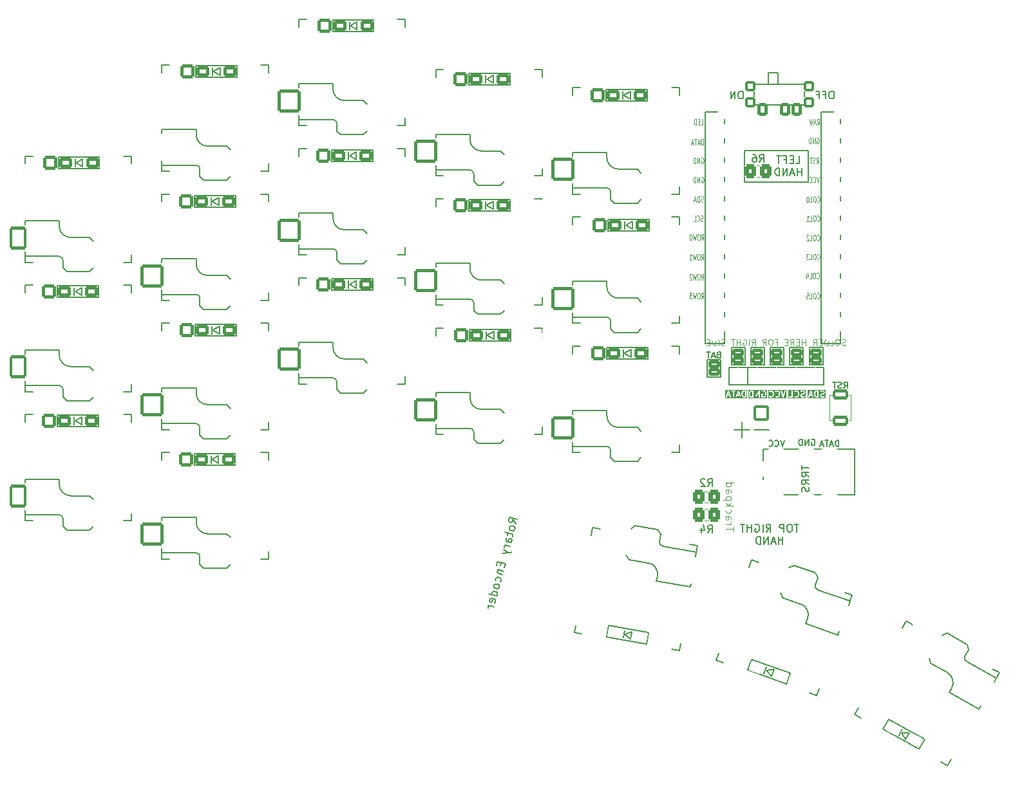
<source format=gbo>
G04 #@! TF.GenerationSoftware,KiCad,Pcbnew,8.0.4*
G04 #@! TF.CreationDate,2024-08-05T03:42:23+02:00*
G04 #@! TF.ProjectId,chocofi,63686f63-6f66-4692-9e6b-696361645f70,0.2*
G04 #@! TF.SameCoordinates,Original*
G04 #@! TF.FileFunction,Legend,Bot*
G04 #@! TF.FilePolarity,Positive*
%FSLAX46Y46*%
G04 Gerber Fmt 4.6, Leading zero omitted, Abs format (unit mm)*
G04 Created by KiCad (PCBNEW 8.0.4) date 2024-08-05 03:42:23*
%MOMM*%
%LPD*%
G01*
G04 APERTURE LIST*
G04 Aperture macros list*
%AMRoundRect*
0 Rectangle with rounded corners*
0 $1 Rounding radius*
0 $2 $3 $4 $5 $6 $7 $8 $9 X,Y pos of 4 corners*
0 Add a 4 corners polygon primitive as box body*
4,1,4,$2,$3,$4,$5,$6,$7,$8,$9,$2,$3,0*
0 Add four circle primitives for the rounded corners*
1,1,$1+$1,$2,$3*
1,1,$1+$1,$4,$5*
1,1,$1+$1,$6,$7*
1,1,$1+$1,$8,$9*
0 Add four rect primitives between the rounded corners*
20,1,$1+$1,$2,$3,$4,$5,0*
20,1,$1+$1,$4,$5,$6,$7,0*
20,1,$1+$1,$6,$7,$8,$9,0*
20,1,$1+$1,$8,$9,$2,$3,0*%
%AMFreePoly0*
4,1,22,0.216777,1.480194,0.271421,1.441421,1.441421,0.271421,1.488777,0.196056,1.500000,0.130000,1.500000,-1.300000,1.480194,-1.386777,1.424698,-1.456366,1.344504,-1.494986,1.300000,-1.500000,-1.300000,-1.500000,-1.386777,-1.480194,-1.456366,-1.424698,-1.494986,-1.344504,-1.500000,-1.300000,-1.500000,1.300000,-1.480194,1.386777,-1.424698,1.456366,-1.344504,1.494986,-1.300000,1.500000,
0.130000,1.500000,0.216777,1.480194,0.216777,1.480194,$1*%
%AMFreePoly1*
4,1,22,1.111777,1.480194,1.181366,1.424698,1.219986,1.344504,1.225000,1.300000,1.225000,-1.300000,1.205194,-1.386777,1.149698,-1.456366,1.069504,-1.494986,1.025000,-1.500000,-1.025000,-1.500000,-1.111777,-1.480194,-1.181366,-1.424698,-1.219986,-1.344504,-1.225000,-1.300000,-1.225000,0.275000,-1.205194,0.361777,-1.166421,0.416421,-0.141421,1.441421,-0.066056,1.488777,0.000000,1.500000,
1.025000,1.500000,1.111777,1.480194,1.111777,1.480194,$1*%
G04 Aperture macros list end*
%ADD10C,0.150000*%
%ADD11C,0.120000*%
%ADD12C,0.160000*%
%ADD13C,0.100000*%
%ADD14C,0.200000*%
%ADD15C,0.125000*%
%ADD16RoundRect,0.200000X-0.698500X-0.698500X0.698500X-0.698500X0.698500X0.698500X-0.698500X0.698500X0*%
%ADD17RoundRect,0.200000X-0.650000X-0.475000X0.650000X-0.475000X0.650000X0.475000X-0.650000X0.475000X0*%
%ADD18C,1.797000*%
%ADD19RoundRect,0.200000X-0.807199X-0.569416X0.569416X-0.807199X0.807199X0.569416X-0.569416X0.807199X0*%
%ADD20RoundRect,0.200000X-0.721365X-0.357433X0.559666X-0.578705X0.721365X0.357433X-0.559666X0.578705X0*%
%ADD21RoundRect,0.200000X-0.890856X-0.426826X0.426826X-0.890856X0.890856X0.426826X-0.426826X0.890856X0*%
%ADD22RoundRect,0.200000X-0.770871X-0.232126X0.455318X-0.663935X0.770871X0.232126X-0.455318X0.663935X0*%
%ADD23RoundRect,0.200000X-0.949561X-0.272282X0.272282X-0.949561X0.949561X0.272282X-0.272282X0.949561X0*%
%ADD24RoundRect,0.200000X-0.798787X-0.100318X0.338218X-0.730571X0.798787X0.100318X-0.338218X0.730571X0*%
%ADD25C,1.600000*%
%ADD26O,2.900000X2.100000*%
%ADD27C,2.101800*%
%ADD28C,1.390600*%
%ADD29C,3.400000*%
%ADD30C,3.829000*%
%ADD31FreePoly0,0.000000*%
%ADD32RoundRect,0.200000X-0.925000X-1.300000X0.925000X-1.300000X0.925000X1.300000X-0.925000X1.300000X0*%
%ADD33FreePoly1,0.000000*%
%ADD34RoundRect,0.200000X-1.300000X-1.300000X1.300000X-1.300000X1.300000X1.300000X-1.300000X1.300000X0*%
%ADD35RoundRect,0.200000X-0.937500X-1.300000X0.937500X-1.300000X0.937500X1.300000X-0.937500X1.300000X0*%
%ADD36FreePoly0,170.200000*%
%ADD37RoundRect,0.200000X1.502303X1.059758X-1.059758X1.502303X-1.502303X-1.059758X1.059758X-1.502303X0*%
%ADD38FreePoly0,160.600000*%
%ADD39RoundRect,0.200000X1.657999X0.794380X-0.794380X1.657999X-1.657999X-0.794380X0.794380X-1.657999X0*%
%ADD40FreePoly0,151.000000*%
%ADD41RoundRect,0.200000X1.767258X0.506753X-0.506753X1.767258X-1.767258X-0.506753X0.506753X-1.767258X0*%
%ADD42C,1.924000*%
%ADD43O,1.797000X2.178000*%
%ADD44C,4.400000*%
%ADD45C,3.629000*%
%ADD46C,1.300000*%
%ADD47RoundRect,0.200000X0.450000X0.650000X-0.450000X0.650000X-0.450000X-0.650000X0.450000X-0.650000X0*%
%ADD48RoundRect,0.200000X0.500000X0.500000X-0.500000X0.500000X-0.500000X-0.500000X0.500000X-0.500000X0*%
%ADD49RoundRect,0.200000X-1.224745X-0.707107X0.707107X-1.224745X1.224745X0.707107X-0.707107X1.224745X0*%
%ADD50C,2.400000*%
%ADD51RoundRect,0.200000X-1.772413X-0.819179X1.125365X-1.595636X1.772413X0.819179X-1.125365X1.595636X0*%
%ADD52RoundRect,0.200000X-0.850000X0.850000X-0.850000X-0.850000X0.850000X-0.850000X0.850000X0.850000X0*%
%ADD53O,2.100000X2.100000*%
%ADD54RoundRect,0.200000X-0.571500X0.317500X-0.571500X-0.317500X0.571500X-0.317500X0.571500X0.317500X0*%
%ADD55RoundRect,0.200000X-0.450000X-0.650000X0.450000X-0.650000X0.450000X0.650000X-0.450000X0.650000X0*%
%ADD56RoundRect,0.200000X-0.500000X-0.500000X0.500000X-0.500000X0.500000X0.500000X-0.500000X0.500000X0*%
%ADD57RoundRect,0.333333X0.466667X0.566667X-0.466667X0.566667X-0.466667X-0.566667X0.466667X-0.566667X0*%
%ADD58RoundRect,0.200000X-0.850000X0.450000X-0.850000X-0.450000X0.850000X-0.450000X0.850000X0.450000X0*%
%ADD59RoundRect,0.200000X0.571500X-0.317500X0.571500X0.317500X-0.571500X0.317500X-0.571500X-0.317500X0*%
G04 APERTURE END LIST*
D10*
X173500000Y-62700000D02*
X181900000Y-62700000D01*
X181900000Y-66800000D01*
X173500000Y-66800000D01*
X173500000Y-62700000D01*
X173900000Y-93500000D02*
X173900000Y-91200000D01*
X171450000Y-91200000D02*
X183950000Y-91200000D01*
X183950000Y-93500000D01*
X171450000Y-93500000D01*
X171450000Y-91200000D01*
G36*
X179018425Y-95258184D02*
G01*
X176635534Y-95258184D01*
X176635534Y-94355853D01*
X176724423Y-94355853D01*
X176724423Y-94385115D01*
X176735621Y-94412152D01*
X176756314Y-94432845D01*
X176783350Y-94444044D01*
X176812612Y-94444044D01*
X176839649Y-94432846D01*
X176851014Y-94423519D01*
X176876591Y-94397942D01*
X176962533Y-94369295D01*
X177014384Y-94369295D01*
X177100326Y-94397942D01*
X177155390Y-94453006D01*
X177184360Y-94510945D01*
X177218221Y-94646387D01*
X177218221Y-94742202D01*
X177184360Y-94877643D01*
X177155390Y-94935582D01*
X177100325Y-94990648D01*
X177014384Y-95019295D01*
X176962533Y-95019295D01*
X176876592Y-94990648D01*
X176851015Y-94965071D01*
X176839650Y-94955744D01*
X176812613Y-94944545D01*
X176783351Y-94944545D01*
X176756314Y-94955744D01*
X176735622Y-94976436D01*
X176724423Y-95003473D01*
X176724423Y-95032735D01*
X176735622Y-95059772D01*
X176744949Y-95071137D01*
X176783045Y-95109233D01*
X176794410Y-95118561D01*
X176796900Y-95119592D01*
X176798935Y-95121357D01*
X176812361Y-95127351D01*
X176926646Y-95165446D01*
X176933899Y-95167095D01*
X176935731Y-95167854D01*
X176938385Y-95168115D01*
X176940983Y-95168706D01*
X176942957Y-95168565D01*
X176950363Y-95169295D01*
X177026554Y-95169295D01*
X177033959Y-95168565D01*
X177035934Y-95168706D01*
X177038531Y-95168115D01*
X177041186Y-95167854D01*
X177043017Y-95167095D01*
X177050271Y-95165446D01*
X177164557Y-95127351D01*
X177177982Y-95121357D01*
X177180017Y-95119591D01*
X177182508Y-95118560D01*
X177193873Y-95109233D01*
X177270064Y-95033041D01*
X177274781Y-95027292D01*
X177276280Y-95025993D01*
X177277701Y-95023734D01*
X177279391Y-95021676D01*
X177280148Y-95019846D01*
X177284112Y-95013550D01*
X177322207Y-94937360D01*
X177322616Y-94936290D01*
X177322939Y-94935855D01*
X177325137Y-94929703D01*
X177327462Y-94923628D01*
X177327500Y-94923089D01*
X177327886Y-94922010D01*
X177365982Y-94769628D01*
X177366357Y-94767091D01*
X177366780Y-94766070D01*
X177367322Y-94760557D01*
X177368132Y-94755084D01*
X177367969Y-94753991D01*
X177368221Y-94751438D01*
X177368221Y-94637152D01*
X177367969Y-94634598D01*
X177368132Y-94633506D01*
X177367322Y-94628032D01*
X177366780Y-94622520D01*
X177366357Y-94621498D01*
X177365982Y-94618962D01*
X177327886Y-94466580D01*
X177327500Y-94465500D01*
X177327462Y-94464962D01*
X177325137Y-94458886D01*
X177322939Y-94452735D01*
X177322616Y-94452299D01*
X177322207Y-94451230D01*
X177284112Y-94375039D01*
X177280149Y-94368744D01*
X177279391Y-94366912D01*
X177277699Y-94364850D01*
X177276280Y-94362596D01*
X177274783Y-94361297D01*
X177270314Y-94355853D01*
X177524423Y-94355853D01*
X177524423Y-94385115D01*
X177535621Y-94412152D01*
X177556314Y-94432845D01*
X177583350Y-94444044D01*
X177612612Y-94444044D01*
X177639649Y-94432846D01*
X177651014Y-94423519D01*
X177676591Y-94397942D01*
X177762533Y-94369295D01*
X177814384Y-94369295D01*
X177900326Y-94397942D01*
X177955390Y-94453006D01*
X177984360Y-94510945D01*
X178018221Y-94646387D01*
X178018221Y-94742202D01*
X177984360Y-94877643D01*
X177955390Y-94935582D01*
X177900325Y-94990648D01*
X177814384Y-95019295D01*
X177762533Y-95019295D01*
X177676592Y-94990648D01*
X177651015Y-94965071D01*
X177639650Y-94955744D01*
X177612613Y-94944545D01*
X177583351Y-94944545D01*
X177556314Y-94955744D01*
X177535622Y-94976436D01*
X177524423Y-95003473D01*
X177524423Y-95032735D01*
X177535622Y-95059772D01*
X177544949Y-95071137D01*
X177583045Y-95109233D01*
X177594410Y-95118561D01*
X177596900Y-95119592D01*
X177598935Y-95121357D01*
X177612361Y-95127351D01*
X177726646Y-95165446D01*
X177733899Y-95167095D01*
X177735731Y-95167854D01*
X177738385Y-95168115D01*
X177740983Y-95168706D01*
X177742957Y-95168565D01*
X177750363Y-95169295D01*
X177826554Y-95169295D01*
X177833959Y-95168565D01*
X177835934Y-95168706D01*
X177838531Y-95168115D01*
X177841186Y-95167854D01*
X177843017Y-95167095D01*
X177850271Y-95165446D01*
X177964557Y-95127351D01*
X177977982Y-95121357D01*
X177980017Y-95119591D01*
X177982508Y-95118560D01*
X177993873Y-95109233D01*
X178070064Y-95033041D01*
X178074781Y-95027292D01*
X178076280Y-95025993D01*
X178077701Y-95023734D01*
X178079391Y-95021676D01*
X178080148Y-95019846D01*
X178084112Y-95013550D01*
X178122207Y-94937360D01*
X178122616Y-94936290D01*
X178122939Y-94935855D01*
X178125137Y-94929703D01*
X178127462Y-94923628D01*
X178127500Y-94923089D01*
X178127886Y-94922010D01*
X178165982Y-94769628D01*
X178166357Y-94767091D01*
X178166780Y-94766070D01*
X178167322Y-94760557D01*
X178168132Y-94755084D01*
X178167969Y-94753991D01*
X178168221Y-94751438D01*
X178168221Y-94637152D01*
X178167969Y-94634598D01*
X178168132Y-94633506D01*
X178167322Y-94628032D01*
X178166780Y-94622520D01*
X178166357Y-94621498D01*
X178165982Y-94618962D01*
X178127886Y-94466580D01*
X178127500Y-94465500D01*
X178127462Y-94464962D01*
X178125137Y-94458886D01*
X178122939Y-94452735D01*
X178122616Y-94452299D01*
X178122207Y-94451230D01*
X178084112Y-94375039D01*
X178080149Y-94368744D01*
X178079391Y-94366912D01*
X178077699Y-94364850D01*
X178076280Y-94362596D01*
X178074783Y-94361297D01*
X178070063Y-94355547D01*
X178018191Y-94303675D01*
X178247381Y-94303675D01*
X178250641Y-94318012D01*
X178517307Y-95118012D01*
X178523301Y-95131438D01*
X178526812Y-95135486D01*
X178529208Y-95140278D01*
X178536312Y-95146440D01*
X178542475Y-95153545D01*
X178547267Y-95155941D01*
X178551315Y-95159452D01*
X178560234Y-95162425D01*
X178568648Y-95166632D01*
X178573995Y-95167011D01*
X178579078Y-95168706D01*
X178588455Y-95168039D01*
X178597838Y-95168706D01*
X178602923Y-95167010D01*
X178608268Y-95166631D01*
X178616677Y-95162426D01*
X178625601Y-95159452D01*
X178629649Y-95155940D01*
X178634441Y-95153545D01*
X178640600Y-95146442D01*
X178647708Y-95140279D01*
X178650105Y-95135484D01*
X178653615Y-95131438D01*
X178659609Y-95118012D01*
X178926276Y-94318012D01*
X178929536Y-94303675D01*
X178927461Y-94274485D01*
X178914375Y-94248312D01*
X178892268Y-94229138D01*
X178864505Y-94219884D01*
X178835315Y-94221959D01*
X178809142Y-94235045D01*
X178789968Y-94257153D01*
X178783974Y-94270578D01*
X178588458Y-94857124D01*
X178392943Y-94270578D01*
X178386949Y-94257153D01*
X178367775Y-94235045D01*
X178341602Y-94221959D01*
X178312412Y-94219884D01*
X178284650Y-94229138D01*
X178262542Y-94248312D01*
X178249456Y-94274485D01*
X178247381Y-94303675D01*
X178018191Y-94303675D01*
X177993873Y-94279357D01*
X177982508Y-94270030D01*
X177980017Y-94268998D01*
X177977982Y-94267233D01*
X177964557Y-94261239D01*
X177850271Y-94223144D01*
X177843017Y-94221494D01*
X177841186Y-94220736D01*
X177838531Y-94220474D01*
X177835934Y-94219884D01*
X177833959Y-94220024D01*
X177826554Y-94219295D01*
X177750363Y-94219295D01*
X177742957Y-94220024D01*
X177740983Y-94219884D01*
X177738385Y-94220474D01*
X177735731Y-94220736D01*
X177733899Y-94221494D01*
X177726646Y-94223144D01*
X177612361Y-94261239D01*
X177598935Y-94267233D01*
X177596899Y-94268998D01*
X177594411Y-94270029D01*
X177583046Y-94279356D01*
X177544950Y-94317451D01*
X177535622Y-94328817D01*
X177524423Y-94355853D01*
X177270314Y-94355853D01*
X177270063Y-94355547D01*
X177193873Y-94279357D01*
X177182508Y-94270030D01*
X177180017Y-94268998D01*
X177177982Y-94267233D01*
X177164557Y-94261239D01*
X177050271Y-94223144D01*
X177043017Y-94221494D01*
X177041186Y-94220736D01*
X177038531Y-94220474D01*
X177035934Y-94219884D01*
X177033959Y-94220024D01*
X177026554Y-94219295D01*
X176950363Y-94219295D01*
X176942957Y-94220024D01*
X176940983Y-94219884D01*
X176938385Y-94220474D01*
X176935731Y-94220736D01*
X176933899Y-94221494D01*
X176926646Y-94223144D01*
X176812361Y-94261239D01*
X176798935Y-94267233D01*
X176796899Y-94268998D01*
X176794411Y-94270029D01*
X176783046Y-94279356D01*
X176744950Y-94317451D01*
X176735622Y-94328817D01*
X176724423Y-94355853D01*
X176635534Y-94355853D01*
X176635534Y-94130406D01*
X179018425Y-94130406D01*
X179018425Y-95258184D01*
G37*
X173119047Y-54854819D02*
X172928571Y-54854819D01*
X172928571Y-54854819D02*
X172833333Y-54902438D01*
X172833333Y-54902438D02*
X172738095Y-54997676D01*
X172738095Y-54997676D02*
X172690476Y-55188152D01*
X172690476Y-55188152D02*
X172690476Y-55521485D01*
X172690476Y-55521485D02*
X172738095Y-55711961D01*
X172738095Y-55711961D02*
X172833333Y-55807200D01*
X172833333Y-55807200D02*
X172928571Y-55854819D01*
X172928571Y-55854819D02*
X173119047Y-55854819D01*
X173119047Y-55854819D02*
X173214285Y-55807200D01*
X173214285Y-55807200D02*
X173309523Y-55711961D01*
X173309523Y-55711961D02*
X173357142Y-55521485D01*
X173357142Y-55521485D02*
X173357142Y-55188152D01*
X173357142Y-55188152D02*
X173309523Y-54997676D01*
X173309523Y-54997676D02*
X173214285Y-54902438D01*
X173214285Y-54902438D02*
X173119047Y-54854819D01*
X172261904Y-55854819D02*
X172261904Y-54854819D01*
X172261904Y-54854819D02*
X171690476Y-55854819D01*
X171690476Y-55854819D02*
X171690476Y-54854819D01*
X180633332Y-111849847D02*
X180061904Y-111849847D01*
X180347618Y-112849847D02*
X180347618Y-111849847D01*
X179538094Y-111849847D02*
X179347618Y-111849847D01*
X179347618Y-111849847D02*
X179252380Y-111897466D01*
X179252380Y-111897466D02*
X179157142Y-111992704D01*
X179157142Y-111992704D02*
X179109523Y-112183180D01*
X179109523Y-112183180D02*
X179109523Y-112516513D01*
X179109523Y-112516513D02*
X179157142Y-112706989D01*
X179157142Y-112706989D02*
X179252380Y-112802228D01*
X179252380Y-112802228D02*
X179347618Y-112849847D01*
X179347618Y-112849847D02*
X179538094Y-112849847D01*
X179538094Y-112849847D02*
X179633332Y-112802228D01*
X179633332Y-112802228D02*
X179728570Y-112706989D01*
X179728570Y-112706989D02*
X179776189Y-112516513D01*
X179776189Y-112516513D02*
X179776189Y-112183180D01*
X179776189Y-112183180D02*
X179728570Y-111992704D01*
X179728570Y-111992704D02*
X179633332Y-111897466D01*
X179633332Y-111897466D02*
X179538094Y-111849847D01*
X178680951Y-112849847D02*
X178680951Y-111849847D01*
X178680951Y-111849847D02*
X178299999Y-111849847D01*
X178299999Y-111849847D02*
X178204761Y-111897466D01*
X178204761Y-111897466D02*
X178157142Y-111945085D01*
X178157142Y-111945085D02*
X178109523Y-112040323D01*
X178109523Y-112040323D02*
X178109523Y-112183180D01*
X178109523Y-112183180D02*
X178157142Y-112278418D01*
X178157142Y-112278418D02*
X178204761Y-112326037D01*
X178204761Y-112326037D02*
X178299999Y-112373656D01*
X178299999Y-112373656D02*
X178680951Y-112373656D01*
X176347618Y-112849847D02*
X176680951Y-112373656D01*
X176919046Y-112849847D02*
X176919046Y-111849847D01*
X176919046Y-111849847D02*
X176538094Y-111849847D01*
X176538094Y-111849847D02*
X176442856Y-111897466D01*
X176442856Y-111897466D02*
X176395237Y-111945085D01*
X176395237Y-111945085D02*
X176347618Y-112040323D01*
X176347618Y-112040323D02*
X176347618Y-112183180D01*
X176347618Y-112183180D02*
X176395237Y-112278418D01*
X176395237Y-112278418D02*
X176442856Y-112326037D01*
X176442856Y-112326037D02*
X176538094Y-112373656D01*
X176538094Y-112373656D02*
X176919046Y-112373656D01*
X175919046Y-112849847D02*
X175919046Y-111849847D01*
X174919047Y-111897466D02*
X175014285Y-111849847D01*
X175014285Y-111849847D02*
X175157142Y-111849847D01*
X175157142Y-111849847D02*
X175299999Y-111897466D01*
X175299999Y-111897466D02*
X175395237Y-111992704D01*
X175395237Y-111992704D02*
X175442856Y-112087942D01*
X175442856Y-112087942D02*
X175490475Y-112278418D01*
X175490475Y-112278418D02*
X175490475Y-112421275D01*
X175490475Y-112421275D02*
X175442856Y-112611751D01*
X175442856Y-112611751D02*
X175395237Y-112706989D01*
X175395237Y-112706989D02*
X175299999Y-112802228D01*
X175299999Y-112802228D02*
X175157142Y-112849847D01*
X175157142Y-112849847D02*
X175061904Y-112849847D01*
X175061904Y-112849847D02*
X174919047Y-112802228D01*
X174919047Y-112802228D02*
X174871428Y-112754608D01*
X174871428Y-112754608D02*
X174871428Y-112421275D01*
X174871428Y-112421275D02*
X175061904Y-112421275D01*
X174442856Y-112849847D02*
X174442856Y-111849847D01*
X174442856Y-112326037D02*
X173871428Y-112326037D01*
X173871428Y-112849847D02*
X173871428Y-111849847D01*
X173538094Y-111849847D02*
X172966666Y-111849847D01*
X173252380Y-112849847D02*
X173252380Y-111849847D01*
X178538094Y-114459791D02*
X178538094Y-113459791D01*
X178538094Y-113935981D02*
X177966666Y-113935981D01*
X177966666Y-114459791D02*
X177966666Y-113459791D01*
X177538094Y-114174076D02*
X177061904Y-114174076D01*
X177633332Y-114459791D02*
X177299999Y-113459791D01*
X177299999Y-113459791D02*
X176966666Y-114459791D01*
X176633332Y-114459791D02*
X176633332Y-113459791D01*
X176633332Y-113459791D02*
X176061904Y-114459791D01*
X176061904Y-114459791D02*
X176061904Y-113459791D01*
X175585713Y-114459791D02*
X175585713Y-113459791D01*
X175585713Y-113459791D02*
X175347618Y-113459791D01*
X175347618Y-113459791D02*
X175204761Y-113507410D01*
X175204761Y-113507410D02*
X175109523Y-113602648D01*
X175109523Y-113602648D02*
X175061904Y-113697886D01*
X175061904Y-113697886D02*
X175014285Y-113888362D01*
X175014285Y-113888362D02*
X175014285Y-114031219D01*
X175014285Y-114031219D02*
X175061904Y-114221695D01*
X175061904Y-114221695D02*
X175109523Y-114316933D01*
X175109523Y-114316933D02*
X175204761Y-114412172D01*
X175204761Y-114412172D02*
X175347618Y-114459791D01*
X175347618Y-114459791D02*
X175585713Y-114459791D01*
D11*
X172043620Y-112738095D02*
X172043620Y-112166667D01*
X171043620Y-112452381D02*
X172043620Y-112452381D01*
X171043620Y-111833333D02*
X171710287Y-111833333D01*
X171519811Y-111833333D02*
X171615049Y-111785714D01*
X171615049Y-111785714D02*
X171662668Y-111738095D01*
X171662668Y-111738095D02*
X171710287Y-111642857D01*
X171710287Y-111642857D02*
X171710287Y-111547619D01*
X171043620Y-110785714D02*
X171567430Y-110785714D01*
X171567430Y-110785714D02*
X171662668Y-110833333D01*
X171662668Y-110833333D02*
X171710287Y-110928571D01*
X171710287Y-110928571D02*
X171710287Y-111119047D01*
X171710287Y-111119047D02*
X171662668Y-111214285D01*
X171091240Y-110785714D02*
X171043620Y-110880952D01*
X171043620Y-110880952D02*
X171043620Y-111119047D01*
X171043620Y-111119047D02*
X171091240Y-111214285D01*
X171091240Y-111214285D02*
X171186478Y-111261904D01*
X171186478Y-111261904D02*
X171281716Y-111261904D01*
X171281716Y-111261904D02*
X171376954Y-111214285D01*
X171376954Y-111214285D02*
X171424573Y-111119047D01*
X171424573Y-111119047D02*
X171424573Y-110880952D01*
X171424573Y-110880952D02*
X171472192Y-110785714D01*
X171091240Y-109880952D02*
X171043620Y-109976190D01*
X171043620Y-109976190D02*
X171043620Y-110166666D01*
X171043620Y-110166666D02*
X171091240Y-110261904D01*
X171091240Y-110261904D02*
X171138859Y-110309523D01*
X171138859Y-110309523D02*
X171234097Y-110357142D01*
X171234097Y-110357142D02*
X171519811Y-110357142D01*
X171519811Y-110357142D02*
X171615049Y-110309523D01*
X171615049Y-110309523D02*
X171662668Y-110261904D01*
X171662668Y-110261904D02*
X171710287Y-110166666D01*
X171710287Y-110166666D02*
X171710287Y-109976190D01*
X171710287Y-109976190D02*
X171662668Y-109880952D01*
X171043620Y-109452380D02*
X172043620Y-109452380D01*
X171424573Y-109357142D02*
X171043620Y-109071428D01*
X171710287Y-109071428D02*
X171329335Y-109452380D01*
X171710287Y-108642856D02*
X170710287Y-108642856D01*
X171662668Y-108642856D02*
X171710287Y-108547618D01*
X171710287Y-108547618D02*
X171710287Y-108357142D01*
X171710287Y-108357142D02*
X171662668Y-108261904D01*
X171662668Y-108261904D02*
X171615049Y-108214285D01*
X171615049Y-108214285D02*
X171519811Y-108166666D01*
X171519811Y-108166666D02*
X171234097Y-108166666D01*
X171234097Y-108166666D02*
X171138859Y-108214285D01*
X171138859Y-108214285D02*
X171091240Y-108261904D01*
X171091240Y-108261904D02*
X171043620Y-108357142D01*
X171043620Y-108357142D02*
X171043620Y-108547618D01*
X171043620Y-108547618D02*
X171091240Y-108642856D01*
X171043620Y-107309523D02*
X171567430Y-107309523D01*
X171567430Y-107309523D02*
X171662668Y-107357142D01*
X171662668Y-107357142D02*
X171710287Y-107452380D01*
X171710287Y-107452380D02*
X171710287Y-107642856D01*
X171710287Y-107642856D02*
X171662668Y-107738094D01*
X171091240Y-107309523D02*
X171043620Y-107404761D01*
X171043620Y-107404761D02*
X171043620Y-107642856D01*
X171043620Y-107642856D02*
X171091240Y-107738094D01*
X171091240Y-107738094D02*
X171186478Y-107785713D01*
X171186478Y-107785713D02*
X171281716Y-107785713D01*
X171281716Y-107785713D02*
X171376954Y-107738094D01*
X171376954Y-107738094D02*
X171424573Y-107642856D01*
X171424573Y-107642856D02*
X171424573Y-107404761D01*
X171424573Y-107404761D02*
X171472192Y-107309523D01*
X171043620Y-106404761D02*
X172043620Y-106404761D01*
X171091240Y-106404761D02*
X171043620Y-106499999D01*
X171043620Y-106499999D02*
X171043620Y-106690475D01*
X171043620Y-106690475D02*
X171091240Y-106785713D01*
X171091240Y-106785713D02*
X171138859Y-106833332D01*
X171138859Y-106833332D02*
X171234097Y-106880951D01*
X171234097Y-106880951D02*
X171519811Y-106880951D01*
X171519811Y-106880951D02*
X171615049Y-106833332D01*
X171615049Y-106833332D02*
X171662668Y-106785713D01*
X171662668Y-106785713D02*
X171710287Y-106690475D01*
X171710287Y-106690475D02*
X171710287Y-106499999D01*
X171710287Y-106499999D02*
X171662668Y-106404761D01*
D10*
X185899999Y-101594295D02*
X185899999Y-100794295D01*
X185899999Y-100794295D02*
X185709523Y-100794295D01*
X185709523Y-100794295D02*
X185595237Y-100832390D01*
X185595237Y-100832390D02*
X185519047Y-100908580D01*
X185519047Y-100908580D02*
X185480952Y-100984771D01*
X185480952Y-100984771D02*
X185442856Y-101137152D01*
X185442856Y-101137152D02*
X185442856Y-101251438D01*
X185442856Y-101251438D02*
X185480952Y-101403819D01*
X185480952Y-101403819D02*
X185519047Y-101480009D01*
X185519047Y-101480009D02*
X185595237Y-101556200D01*
X185595237Y-101556200D02*
X185709523Y-101594295D01*
X185709523Y-101594295D02*
X185899999Y-101594295D01*
X185138095Y-101365723D02*
X184757142Y-101365723D01*
X185214285Y-101594295D02*
X184947618Y-100794295D01*
X184947618Y-100794295D02*
X184680952Y-101594295D01*
X184528571Y-100794295D02*
X184071428Y-100794295D01*
X184300000Y-101594295D02*
X184300000Y-100794295D01*
X183842857Y-101365723D02*
X183461904Y-101365723D01*
X183919047Y-101594295D02*
X183652380Y-100794295D01*
X183652380Y-100794295D02*
X183385714Y-101594295D01*
X186578094Y-93922295D02*
X186844761Y-93541342D01*
X187035237Y-93922295D02*
X187035237Y-93122295D01*
X187035237Y-93122295D02*
X186730475Y-93122295D01*
X186730475Y-93122295D02*
X186654285Y-93160390D01*
X186654285Y-93160390D02*
X186616190Y-93198485D01*
X186616190Y-93198485D02*
X186578094Y-93274676D01*
X186578094Y-93274676D02*
X186578094Y-93388961D01*
X186578094Y-93388961D02*
X186616190Y-93465152D01*
X186616190Y-93465152D02*
X186654285Y-93503247D01*
X186654285Y-93503247D02*
X186730475Y-93541342D01*
X186730475Y-93541342D02*
X187035237Y-93541342D01*
X186273333Y-93884200D02*
X186159047Y-93922295D01*
X186159047Y-93922295D02*
X185968571Y-93922295D01*
X185968571Y-93922295D02*
X185892380Y-93884200D01*
X185892380Y-93884200D02*
X185854285Y-93846104D01*
X185854285Y-93846104D02*
X185816190Y-93769914D01*
X185816190Y-93769914D02*
X185816190Y-93693723D01*
X185816190Y-93693723D02*
X185854285Y-93617533D01*
X185854285Y-93617533D02*
X185892380Y-93579438D01*
X185892380Y-93579438D02*
X185968571Y-93541342D01*
X185968571Y-93541342D02*
X186120952Y-93503247D01*
X186120952Y-93503247D02*
X186197142Y-93465152D01*
X186197142Y-93465152D02*
X186235237Y-93427057D01*
X186235237Y-93427057D02*
X186273333Y-93350866D01*
X186273333Y-93350866D02*
X186273333Y-93274676D01*
X186273333Y-93274676D02*
X186235237Y-93198485D01*
X186235237Y-93198485D02*
X186197142Y-93160390D01*
X186197142Y-93160390D02*
X186120952Y-93122295D01*
X186120952Y-93122295D02*
X185930475Y-93122295D01*
X185930475Y-93122295D02*
X185816190Y-93160390D01*
X185587618Y-93122295D02*
X185130475Y-93122295D01*
X185359047Y-93922295D02*
X185359047Y-93122295D01*
G36*
X173565839Y-95019295D02*
G01*
X173462533Y-95019295D01*
X173376591Y-94990648D01*
X173321526Y-94935582D01*
X173292556Y-94877642D01*
X173258696Y-94742202D01*
X173258696Y-94646387D01*
X173292556Y-94510946D01*
X173321526Y-94453006D01*
X173376590Y-94397942D01*
X173462533Y-94369295D01*
X173565839Y-94369295D01*
X173565839Y-95019295D01*
G37*
G36*
X171479640Y-94790723D02*
G01*
X171306801Y-94790723D01*
X171393220Y-94531465D01*
X171479640Y-94790723D01*
G37*
G36*
X172774878Y-94790723D02*
G01*
X172602039Y-94790723D01*
X172688458Y-94531465D01*
X172774878Y-94790723D01*
G37*
G36*
X173804728Y-95258184D02*
G01*
X170963254Y-95258184D01*
X170963254Y-95084915D01*
X171052143Y-95084915D01*
X171054218Y-95114105D01*
X171067304Y-95140278D01*
X171089412Y-95159452D01*
X171117174Y-95168706D01*
X171146364Y-95166631D01*
X171172537Y-95153545D01*
X171191711Y-95131437D01*
X171197705Y-95118012D01*
X171256801Y-94940723D01*
X171529640Y-94940723D01*
X171588736Y-95118012D01*
X171594730Y-95131437D01*
X171613904Y-95153545D01*
X171640077Y-95166631D01*
X171669267Y-95168706D01*
X171697030Y-95159452D01*
X171719137Y-95140278D01*
X171732223Y-95114105D01*
X171734298Y-95084915D01*
X171731038Y-95070578D01*
X171467399Y-94279663D01*
X171738709Y-94279663D01*
X171738709Y-94308927D01*
X171749908Y-94335963D01*
X171770600Y-94356655D01*
X171797636Y-94367854D01*
X171812268Y-94369295D01*
X171965840Y-94369295D01*
X171965840Y-95094295D01*
X171967281Y-95108927D01*
X171978480Y-95135963D01*
X171999172Y-95156655D01*
X172026208Y-95167854D01*
X172055472Y-95167854D01*
X172082508Y-95156655D01*
X172103200Y-95135963D01*
X172114399Y-95108927D01*
X172115840Y-95094295D01*
X172115840Y-95084915D01*
X172347381Y-95084915D01*
X172349456Y-95114105D01*
X172362542Y-95140278D01*
X172384650Y-95159452D01*
X172412412Y-95168706D01*
X172441602Y-95166631D01*
X172467775Y-95153545D01*
X172486949Y-95131437D01*
X172492943Y-95118012D01*
X172552039Y-94940723D01*
X172824878Y-94940723D01*
X172883974Y-95118012D01*
X172889968Y-95131437D01*
X172909142Y-95153545D01*
X172935315Y-95166631D01*
X172964505Y-95168706D01*
X172992268Y-95159452D01*
X173014375Y-95140278D01*
X173027461Y-95114105D01*
X173029536Y-95084915D01*
X173026276Y-95070578D01*
X172881800Y-94637152D01*
X173108696Y-94637152D01*
X173108696Y-94751438D01*
X173108947Y-94753991D01*
X173108785Y-94755084D01*
X173109594Y-94760558D01*
X173110137Y-94766070D01*
X173110559Y-94767090D01*
X173110935Y-94769629D01*
X173149031Y-94922010D01*
X173149416Y-94923089D01*
X173149455Y-94923628D01*
X173151779Y-94929703D01*
X173153978Y-94935855D01*
X173154300Y-94936290D01*
X173154710Y-94937360D01*
X173192805Y-95013550D01*
X173196768Y-95019846D01*
X173197526Y-95021676D01*
X173199215Y-95023734D01*
X173200637Y-95025993D01*
X173202135Y-95027292D01*
X173206854Y-95033042D01*
X173283044Y-95109233D01*
X173294409Y-95118560D01*
X173296899Y-95119591D01*
X173298935Y-95121357D01*
X173312360Y-95127351D01*
X173426646Y-95165446D01*
X173433899Y-95167095D01*
X173435731Y-95167854D01*
X173438385Y-95168115D01*
X173440983Y-95168706D01*
X173442957Y-95168565D01*
X173450363Y-95169295D01*
X173640839Y-95169295D01*
X173655471Y-95167854D01*
X173682507Y-95156655D01*
X173703199Y-95135963D01*
X173714398Y-95108927D01*
X173715839Y-95094295D01*
X173715839Y-94294295D01*
X173714398Y-94279663D01*
X173703199Y-94252627D01*
X173682507Y-94231935D01*
X173655471Y-94220736D01*
X173640839Y-94219295D01*
X173450363Y-94219295D01*
X173442957Y-94220024D01*
X173440983Y-94219884D01*
X173438385Y-94220474D01*
X173435731Y-94220736D01*
X173433899Y-94221494D01*
X173426646Y-94223144D01*
X173312360Y-94261239D01*
X173298935Y-94267233D01*
X173296901Y-94268996D01*
X173294409Y-94270029D01*
X173283044Y-94279357D01*
X173206854Y-94355547D01*
X173202135Y-94361296D01*
X173200637Y-94362596D01*
X173199215Y-94364855D01*
X173197527Y-94366912D01*
X173196769Y-94368739D01*
X173192805Y-94375039D01*
X173154710Y-94451230D01*
X173154300Y-94452299D01*
X173153978Y-94452735D01*
X173151779Y-94458886D01*
X173149455Y-94464962D01*
X173149416Y-94465500D01*
X173149031Y-94466580D01*
X173110935Y-94618961D01*
X173110559Y-94621499D01*
X173110137Y-94622520D01*
X173109594Y-94628031D01*
X173108785Y-94633506D01*
X173108947Y-94634598D01*
X173108696Y-94637152D01*
X172881800Y-94637152D01*
X172759609Y-94270578D01*
X172753615Y-94257152D01*
X172750105Y-94253105D01*
X172747708Y-94248311D01*
X172740600Y-94242147D01*
X172734441Y-94235045D01*
X172729649Y-94232649D01*
X172725601Y-94229138D01*
X172716677Y-94226163D01*
X172708268Y-94221959D01*
X172702923Y-94221579D01*
X172697838Y-94219884D01*
X172688455Y-94220550D01*
X172679078Y-94219884D01*
X172673995Y-94221578D01*
X172668648Y-94221958D01*
X172660234Y-94226164D01*
X172651315Y-94229138D01*
X172647267Y-94232648D01*
X172642475Y-94235045D01*
X172636312Y-94242149D01*
X172629208Y-94248312D01*
X172626812Y-94253103D01*
X172623301Y-94257152D01*
X172617307Y-94270578D01*
X172350641Y-95070578D01*
X172347381Y-95084915D01*
X172115840Y-95084915D01*
X172115840Y-94369295D01*
X172269411Y-94369295D01*
X172284043Y-94367854D01*
X172311079Y-94356655D01*
X172331771Y-94335963D01*
X172342970Y-94308927D01*
X172342970Y-94279663D01*
X172331771Y-94252627D01*
X172311079Y-94231935D01*
X172284043Y-94220736D01*
X172269411Y-94219295D01*
X171812268Y-94219295D01*
X171797636Y-94220736D01*
X171770600Y-94231935D01*
X171749908Y-94252627D01*
X171738709Y-94279663D01*
X171467399Y-94279663D01*
X171464371Y-94270578D01*
X171458377Y-94257152D01*
X171454867Y-94253105D01*
X171452470Y-94248311D01*
X171445362Y-94242147D01*
X171439203Y-94235045D01*
X171434411Y-94232649D01*
X171430363Y-94229138D01*
X171421439Y-94226163D01*
X171413030Y-94221959D01*
X171407685Y-94221579D01*
X171402600Y-94219884D01*
X171393217Y-94220550D01*
X171383840Y-94219884D01*
X171378757Y-94221578D01*
X171373410Y-94221958D01*
X171364996Y-94226164D01*
X171356077Y-94229138D01*
X171352029Y-94232648D01*
X171347237Y-94235045D01*
X171341074Y-94242149D01*
X171333970Y-94248312D01*
X171331574Y-94253103D01*
X171328063Y-94257152D01*
X171322069Y-94270578D01*
X171055403Y-95070578D01*
X171052143Y-95084915D01*
X170963254Y-95084915D01*
X170963254Y-94130406D01*
X173804728Y-94130406D01*
X173804728Y-95258184D01*
G37*
X185052380Y-54854819D02*
X184861904Y-54854819D01*
X184861904Y-54854819D02*
X184766666Y-54902438D01*
X184766666Y-54902438D02*
X184671428Y-54997676D01*
X184671428Y-54997676D02*
X184623809Y-55188152D01*
X184623809Y-55188152D02*
X184623809Y-55521485D01*
X184623809Y-55521485D02*
X184671428Y-55711961D01*
X184671428Y-55711961D02*
X184766666Y-55807200D01*
X184766666Y-55807200D02*
X184861904Y-55854819D01*
X184861904Y-55854819D02*
X185052380Y-55854819D01*
X185052380Y-55854819D02*
X185147618Y-55807200D01*
X185147618Y-55807200D02*
X185242856Y-55711961D01*
X185242856Y-55711961D02*
X185290475Y-55521485D01*
X185290475Y-55521485D02*
X185290475Y-55188152D01*
X185290475Y-55188152D02*
X185242856Y-54997676D01*
X185242856Y-54997676D02*
X185147618Y-54902438D01*
X185147618Y-54902438D02*
X185052380Y-54854819D01*
X183861904Y-55331009D02*
X184195237Y-55331009D01*
X184195237Y-55854819D02*
X184195237Y-54854819D01*
X184195237Y-54854819D02*
X183719047Y-54854819D01*
X183004761Y-55331009D02*
X183338094Y-55331009D01*
X183338094Y-55854819D02*
X183338094Y-54854819D01*
X183338094Y-54854819D02*
X182861904Y-54854819D01*
X180252381Y-64349847D02*
X180728571Y-64349847D01*
X180728571Y-64349847D02*
X180728571Y-63349847D01*
X179919047Y-63826037D02*
X179585714Y-63826037D01*
X179442857Y-64349847D02*
X179919047Y-64349847D01*
X179919047Y-64349847D02*
X179919047Y-63349847D01*
X179919047Y-63349847D02*
X179442857Y-63349847D01*
X178680952Y-63826037D02*
X179014285Y-63826037D01*
X179014285Y-64349847D02*
X179014285Y-63349847D01*
X179014285Y-63349847D02*
X178538095Y-63349847D01*
X178299999Y-63349847D02*
X177728571Y-63349847D01*
X178014285Y-64349847D02*
X178014285Y-63349847D01*
X181038094Y-65959791D02*
X181038094Y-64959791D01*
X181038094Y-65435981D02*
X180466666Y-65435981D01*
X180466666Y-65959791D02*
X180466666Y-64959791D01*
X180038094Y-65674076D02*
X179561904Y-65674076D01*
X180133332Y-65959791D02*
X179799999Y-64959791D01*
X179799999Y-64959791D02*
X179466666Y-65959791D01*
X179133332Y-65959791D02*
X179133332Y-64959791D01*
X179133332Y-64959791D02*
X178561904Y-65959791D01*
X178561904Y-65959791D02*
X178561904Y-64959791D01*
X178085713Y-65959791D02*
X178085713Y-64959791D01*
X178085713Y-64959791D02*
X177847618Y-64959791D01*
X177847618Y-64959791D02*
X177704761Y-65007410D01*
X177704761Y-65007410D02*
X177609523Y-65102648D01*
X177609523Y-65102648D02*
X177561904Y-65197886D01*
X177561904Y-65197886D02*
X177514285Y-65388362D01*
X177514285Y-65388362D02*
X177514285Y-65531219D01*
X177514285Y-65531219D02*
X177561904Y-65721695D01*
X177561904Y-65721695D02*
X177609523Y-65816933D01*
X177609523Y-65816933D02*
X177704761Y-65912172D01*
X177704761Y-65912172D02*
X177847618Y-65959791D01*
X177847618Y-65959791D02*
X178085713Y-65959791D01*
D12*
X170090476Y-89542727D02*
X169976190Y-89580822D01*
X169976190Y-89580822D02*
X169938095Y-89618918D01*
X169938095Y-89618918D02*
X169899999Y-89695108D01*
X169899999Y-89695108D02*
X169899999Y-89809394D01*
X169899999Y-89809394D02*
X169938095Y-89885584D01*
X169938095Y-89885584D02*
X169976190Y-89923680D01*
X169976190Y-89923680D02*
X170052380Y-89961775D01*
X170052380Y-89961775D02*
X170357142Y-89961775D01*
X170357142Y-89961775D02*
X170357142Y-89161775D01*
X170357142Y-89161775D02*
X170090476Y-89161775D01*
X170090476Y-89161775D02*
X170014285Y-89199870D01*
X170014285Y-89199870D02*
X169976190Y-89237965D01*
X169976190Y-89237965D02*
X169938095Y-89314156D01*
X169938095Y-89314156D02*
X169938095Y-89390346D01*
X169938095Y-89390346D02*
X169976190Y-89466537D01*
X169976190Y-89466537D02*
X170014285Y-89504632D01*
X170014285Y-89504632D02*
X170090476Y-89542727D01*
X170090476Y-89542727D02*
X170357142Y-89542727D01*
X169595238Y-89733203D02*
X169214285Y-89733203D01*
X169671428Y-89961775D02*
X169404761Y-89161775D01*
X169404761Y-89161775D02*
X169138095Y-89961775D01*
X168985714Y-89161775D02*
X168528571Y-89161775D01*
X168757143Y-89961775D02*
X168757143Y-89161775D01*
D10*
G36*
X174527744Y-95019295D02*
G01*
X174424438Y-95019295D01*
X174338496Y-94990648D01*
X174283431Y-94935582D01*
X174254461Y-94877642D01*
X174220601Y-94742202D01*
X174220601Y-94646387D01*
X174254461Y-94510946D01*
X174283431Y-94453006D01*
X174338495Y-94397942D01*
X174424438Y-94369295D01*
X174527744Y-94369295D01*
X174527744Y-95019295D01*
G37*
G36*
X176442824Y-95258184D02*
G01*
X173981712Y-95258184D01*
X173981712Y-94637152D01*
X174070601Y-94637152D01*
X174070601Y-94751438D01*
X174070852Y-94753991D01*
X174070690Y-94755084D01*
X174071499Y-94760558D01*
X174072042Y-94766070D01*
X174072464Y-94767090D01*
X174072840Y-94769629D01*
X174110936Y-94922010D01*
X174111321Y-94923089D01*
X174111360Y-94923628D01*
X174113684Y-94929703D01*
X174115883Y-94935855D01*
X174116205Y-94936290D01*
X174116615Y-94937360D01*
X174154710Y-95013550D01*
X174158673Y-95019846D01*
X174159431Y-95021676D01*
X174161120Y-95023734D01*
X174162542Y-95025993D01*
X174164040Y-95027292D01*
X174168759Y-95033042D01*
X174244949Y-95109233D01*
X174256314Y-95118560D01*
X174258804Y-95119591D01*
X174260840Y-95121357D01*
X174274265Y-95127351D01*
X174388551Y-95165446D01*
X174395804Y-95167095D01*
X174397636Y-95167854D01*
X174400290Y-95168115D01*
X174402888Y-95168706D01*
X174404862Y-95168565D01*
X174412268Y-95169295D01*
X174602744Y-95169295D01*
X174617376Y-95167854D01*
X174644412Y-95156655D01*
X174665104Y-95135963D01*
X174676303Y-95108927D01*
X174677744Y-95094295D01*
X174677744Y-94294295D01*
X174908696Y-94294295D01*
X174908696Y-95094295D01*
X174909066Y-95098058D01*
X174908879Y-95099534D01*
X174909400Y-95101444D01*
X174910137Y-95108927D01*
X174913954Y-95118142D01*
X174916579Y-95127766D01*
X174919506Y-95131546D01*
X174921336Y-95135963D01*
X174928386Y-95143013D01*
X174934496Y-95150903D01*
X174938649Y-95153276D01*
X174942028Y-95156655D01*
X174951240Y-95160471D01*
X174959905Y-95165422D01*
X174964648Y-95166024D01*
X174969064Y-95167854D01*
X174979038Y-95167854D01*
X174988935Y-95169112D01*
X174993547Y-95167854D01*
X174998328Y-95167854D01*
X175007543Y-95164036D01*
X175017167Y-95161412D01*
X175020947Y-95158484D01*
X175025364Y-95156655D01*
X175032414Y-95149604D01*
X175040304Y-95143495D01*
X175044656Y-95137362D01*
X175046056Y-95135963D01*
X175046625Y-95134588D01*
X175048814Y-95131505D01*
X175365839Y-94576711D01*
X175365839Y-95094295D01*
X175367280Y-95108927D01*
X175378479Y-95135963D01*
X175399171Y-95156655D01*
X175426207Y-95167854D01*
X175455471Y-95167854D01*
X175482507Y-95156655D01*
X175503199Y-95135963D01*
X175514398Y-95108927D01*
X175515839Y-95094295D01*
X175515839Y-94751438D01*
X175708696Y-94751438D01*
X175708696Y-95018104D01*
X175710137Y-95032736D01*
X175710264Y-95033042D01*
X175721336Y-95059772D01*
X175730663Y-95071137D01*
X175768759Y-95109233D01*
X175780124Y-95118561D01*
X175782614Y-95119592D01*
X175784649Y-95121357D01*
X175798075Y-95127351D01*
X175912360Y-95165446D01*
X175919613Y-95167095D01*
X175921445Y-95167854D01*
X175924099Y-95168115D01*
X175926697Y-95168706D01*
X175928671Y-95168565D01*
X175936077Y-95169295D01*
X176012268Y-95169295D01*
X176019673Y-95168565D01*
X176021648Y-95168706D01*
X176024245Y-95168115D01*
X176026900Y-95167854D01*
X176028731Y-95167095D01*
X176035985Y-95165446D01*
X176150271Y-95127351D01*
X176163696Y-95121357D01*
X176165731Y-95119591D01*
X176168222Y-95118560D01*
X176179587Y-95109233D01*
X176255778Y-95033041D01*
X176260495Y-95027292D01*
X176261994Y-95025993D01*
X176263415Y-95023734D01*
X176265105Y-95021676D01*
X176265862Y-95019846D01*
X176269826Y-95013550D01*
X176307921Y-94937360D01*
X176308330Y-94936290D01*
X176308653Y-94935855D01*
X176310851Y-94929703D01*
X176313176Y-94923628D01*
X176313214Y-94923089D01*
X176313600Y-94922010D01*
X176351696Y-94769628D01*
X176352071Y-94767091D01*
X176352494Y-94766070D01*
X176353036Y-94760557D01*
X176353846Y-94755084D01*
X176353683Y-94753991D01*
X176353935Y-94751438D01*
X176353935Y-94637152D01*
X176353683Y-94634598D01*
X176353846Y-94633506D01*
X176353036Y-94628032D01*
X176352494Y-94622520D01*
X176352071Y-94621498D01*
X176351696Y-94618962D01*
X176313600Y-94466580D01*
X176313214Y-94465500D01*
X176313176Y-94464962D01*
X176310851Y-94458886D01*
X176308653Y-94452735D01*
X176308330Y-94452299D01*
X176307921Y-94451230D01*
X176269826Y-94375039D01*
X176265863Y-94368744D01*
X176265105Y-94366912D01*
X176263413Y-94364850D01*
X176261994Y-94362596D01*
X176260497Y-94361297D01*
X176255777Y-94355547D01*
X176179587Y-94279357D01*
X176168222Y-94270030D01*
X176165731Y-94268998D01*
X176163696Y-94267233D01*
X176150271Y-94261239D01*
X176035985Y-94223144D01*
X176028731Y-94221494D01*
X176026900Y-94220736D01*
X176024245Y-94220474D01*
X176021648Y-94219884D01*
X176019673Y-94220024D01*
X176012268Y-94219295D01*
X175897982Y-94219295D01*
X175883350Y-94220736D01*
X175880860Y-94221767D01*
X175878173Y-94221958D01*
X175864441Y-94227213D01*
X175788251Y-94265308D01*
X175775808Y-94273140D01*
X175756635Y-94295248D01*
X175747381Y-94323009D01*
X175749455Y-94352199D01*
X175762542Y-94378374D01*
X175784650Y-94397547D01*
X175812411Y-94406801D01*
X175841601Y-94404727D01*
X175855333Y-94399472D01*
X175915687Y-94369295D01*
X176000098Y-94369295D01*
X176086040Y-94397942D01*
X176141104Y-94453006D01*
X176170074Y-94510945D01*
X176203935Y-94646387D01*
X176203935Y-94742202D01*
X176170074Y-94877643D01*
X176141104Y-94935582D01*
X176086039Y-94990648D01*
X176000098Y-95019295D01*
X175948247Y-95019295D01*
X175862306Y-94990648D01*
X175858696Y-94987038D01*
X175858696Y-94826438D01*
X175936077Y-94826438D01*
X175950709Y-94824997D01*
X175977745Y-94813798D01*
X175998437Y-94793106D01*
X176009636Y-94766070D01*
X176009636Y-94736806D01*
X175998437Y-94709770D01*
X175977745Y-94689078D01*
X175950709Y-94677879D01*
X175936077Y-94676438D01*
X175783696Y-94676438D01*
X175769064Y-94677879D01*
X175742028Y-94689078D01*
X175721336Y-94709770D01*
X175710137Y-94736806D01*
X175708696Y-94751438D01*
X175515839Y-94751438D01*
X175515839Y-94294295D01*
X175515468Y-94290531D01*
X175515656Y-94289056D01*
X175515134Y-94287145D01*
X175514398Y-94279663D01*
X175510580Y-94270447D01*
X175507956Y-94260824D01*
X175505028Y-94257043D01*
X175503199Y-94252627D01*
X175496148Y-94245576D01*
X175490039Y-94237687D01*
X175485885Y-94235313D01*
X175482507Y-94231935D01*
X175473294Y-94228118D01*
X175464630Y-94223168D01*
X175459886Y-94222565D01*
X175455471Y-94220736D01*
X175445497Y-94220736D01*
X175435600Y-94219478D01*
X175430988Y-94220736D01*
X175426207Y-94220736D01*
X175416990Y-94224553D01*
X175407369Y-94227178D01*
X175403589Y-94230104D01*
X175399171Y-94231935D01*
X175392119Y-94238986D01*
X175384231Y-94245095D01*
X175379878Y-94251227D01*
X175378479Y-94252627D01*
X175377909Y-94254001D01*
X175375721Y-94257085D01*
X175058696Y-94811878D01*
X175058696Y-94294295D01*
X175057255Y-94279663D01*
X175046056Y-94252627D01*
X175025364Y-94231935D01*
X174998328Y-94220736D01*
X174969064Y-94220736D01*
X174942028Y-94231935D01*
X174921336Y-94252627D01*
X174910137Y-94279663D01*
X174908696Y-94294295D01*
X174677744Y-94294295D01*
X174676303Y-94279663D01*
X174665104Y-94252627D01*
X174644412Y-94231935D01*
X174617376Y-94220736D01*
X174602744Y-94219295D01*
X174412268Y-94219295D01*
X174404862Y-94220024D01*
X174402888Y-94219884D01*
X174400290Y-94220474D01*
X174397636Y-94220736D01*
X174395804Y-94221494D01*
X174388551Y-94223144D01*
X174274265Y-94261239D01*
X174260840Y-94267233D01*
X174258806Y-94268996D01*
X174256314Y-94270029D01*
X174244949Y-94279357D01*
X174168759Y-94355547D01*
X174164040Y-94361296D01*
X174162542Y-94362596D01*
X174161120Y-94364855D01*
X174159432Y-94366912D01*
X174158674Y-94368739D01*
X174154710Y-94375039D01*
X174116615Y-94451230D01*
X174116205Y-94452299D01*
X174115883Y-94452735D01*
X174113684Y-94458886D01*
X174111360Y-94464962D01*
X174111321Y-94465500D01*
X174110936Y-94466580D01*
X174072840Y-94618961D01*
X174072464Y-94621499D01*
X174072042Y-94622520D01*
X174071499Y-94628031D01*
X174070690Y-94633506D01*
X174070852Y-94634598D01*
X174070601Y-94637152D01*
X173981712Y-94637152D01*
X173981712Y-94130406D01*
X176442824Y-94130406D01*
X176442824Y-95258184D01*
G37*
X182309523Y-100732390D02*
X182385713Y-100694295D01*
X182385713Y-100694295D02*
X182499999Y-100694295D01*
X182499999Y-100694295D02*
X182614285Y-100732390D01*
X182614285Y-100732390D02*
X182690475Y-100808580D01*
X182690475Y-100808580D02*
X182728570Y-100884771D01*
X182728570Y-100884771D02*
X182766666Y-101037152D01*
X182766666Y-101037152D02*
X182766666Y-101151438D01*
X182766666Y-101151438D02*
X182728570Y-101303819D01*
X182728570Y-101303819D02*
X182690475Y-101380009D01*
X182690475Y-101380009D02*
X182614285Y-101456200D01*
X182614285Y-101456200D02*
X182499999Y-101494295D01*
X182499999Y-101494295D02*
X182423808Y-101494295D01*
X182423808Y-101494295D02*
X182309523Y-101456200D01*
X182309523Y-101456200D02*
X182271427Y-101418104D01*
X182271427Y-101418104D02*
X182271427Y-101151438D01*
X182271427Y-101151438D02*
X182423808Y-101151438D01*
X181928570Y-101494295D02*
X181928570Y-100694295D01*
X181928570Y-100694295D02*
X181471427Y-101494295D01*
X181471427Y-101494295D02*
X181471427Y-100694295D01*
X181090475Y-101494295D02*
X181090475Y-100694295D01*
X181090475Y-100694295D02*
X180899999Y-100694295D01*
X180899999Y-100694295D02*
X180785713Y-100732390D01*
X180785713Y-100732390D02*
X180709523Y-100808580D01*
X180709523Y-100808580D02*
X180671428Y-100884771D01*
X180671428Y-100884771D02*
X180633332Y-101037152D01*
X180633332Y-101037152D02*
X180633332Y-101151438D01*
X180633332Y-101151438D02*
X180671428Y-101303819D01*
X180671428Y-101303819D02*
X180709523Y-101380009D01*
X180709523Y-101380009D02*
X180785713Y-101456200D01*
X180785713Y-101456200D02*
X180899999Y-101494295D01*
X180899999Y-101494295D02*
X181090475Y-101494295D01*
D13*
X186754762Y-88256800D02*
X186640476Y-88294895D01*
X186640476Y-88294895D02*
X186450000Y-88294895D01*
X186450000Y-88294895D02*
X186373809Y-88256800D01*
X186373809Y-88256800D02*
X186335714Y-88218704D01*
X186335714Y-88218704D02*
X186297619Y-88142514D01*
X186297619Y-88142514D02*
X186297619Y-88066323D01*
X186297619Y-88066323D02*
X186335714Y-87990133D01*
X186335714Y-87990133D02*
X186373809Y-87952038D01*
X186373809Y-87952038D02*
X186450000Y-87913942D01*
X186450000Y-87913942D02*
X186602381Y-87875847D01*
X186602381Y-87875847D02*
X186678571Y-87837752D01*
X186678571Y-87837752D02*
X186716666Y-87799657D01*
X186716666Y-87799657D02*
X186754762Y-87723466D01*
X186754762Y-87723466D02*
X186754762Y-87647276D01*
X186754762Y-87647276D02*
X186716666Y-87571085D01*
X186716666Y-87571085D02*
X186678571Y-87532990D01*
X186678571Y-87532990D02*
X186602381Y-87494895D01*
X186602381Y-87494895D02*
X186411904Y-87494895D01*
X186411904Y-87494895D02*
X186297619Y-87532990D01*
X185802380Y-87494895D02*
X185649999Y-87494895D01*
X185649999Y-87494895D02*
X185573809Y-87532990D01*
X185573809Y-87532990D02*
X185497618Y-87609180D01*
X185497618Y-87609180D02*
X185459523Y-87761561D01*
X185459523Y-87761561D02*
X185459523Y-88028228D01*
X185459523Y-88028228D02*
X185497618Y-88180609D01*
X185497618Y-88180609D02*
X185573809Y-88256800D01*
X185573809Y-88256800D02*
X185649999Y-88294895D01*
X185649999Y-88294895D02*
X185802380Y-88294895D01*
X185802380Y-88294895D02*
X185878571Y-88256800D01*
X185878571Y-88256800D02*
X185954761Y-88180609D01*
X185954761Y-88180609D02*
X185992857Y-88028228D01*
X185992857Y-88028228D02*
X185992857Y-87761561D01*
X185992857Y-87761561D02*
X185954761Y-87609180D01*
X185954761Y-87609180D02*
X185878571Y-87532990D01*
X185878571Y-87532990D02*
X185802380Y-87494895D01*
X184735714Y-88294895D02*
X185116666Y-88294895D01*
X185116666Y-88294895D02*
X185116666Y-87494895D01*
X184469047Y-88294895D02*
X184469047Y-87494895D01*
X184469047Y-87494895D02*
X184278571Y-87494895D01*
X184278571Y-87494895D02*
X184164285Y-87532990D01*
X184164285Y-87532990D02*
X184088095Y-87609180D01*
X184088095Y-87609180D02*
X184050000Y-87685371D01*
X184050000Y-87685371D02*
X184011904Y-87837752D01*
X184011904Y-87837752D02*
X184011904Y-87952038D01*
X184011904Y-87952038D02*
X184050000Y-88104419D01*
X184050000Y-88104419D02*
X184088095Y-88180609D01*
X184088095Y-88180609D02*
X184164285Y-88256800D01*
X184164285Y-88256800D02*
X184278571Y-88294895D01*
X184278571Y-88294895D02*
X184469047Y-88294895D01*
X183669047Y-87875847D02*
X183402381Y-87875847D01*
X183288095Y-88294895D02*
X183669047Y-88294895D01*
X183669047Y-88294895D02*
X183669047Y-87494895D01*
X183669047Y-87494895D02*
X183288095Y-87494895D01*
X182488094Y-88294895D02*
X182754761Y-87913942D01*
X182945237Y-88294895D02*
X182945237Y-87494895D01*
X182945237Y-87494895D02*
X182640475Y-87494895D01*
X182640475Y-87494895D02*
X182564285Y-87532990D01*
X182564285Y-87532990D02*
X182526190Y-87571085D01*
X182526190Y-87571085D02*
X182488094Y-87647276D01*
X182488094Y-87647276D02*
X182488094Y-87761561D01*
X182488094Y-87761561D02*
X182526190Y-87837752D01*
X182526190Y-87837752D02*
X182564285Y-87875847D01*
X182564285Y-87875847D02*
X182640475Y-87913942D01*
X182640475Y-87913942D02*
X182945237Y-87913942D01*
X181535713Y-88294895D02*
X181535713Y-87494895D01*
X181535713Y-87875847D02*
X181078570Y-87875847D01*
X181078570Y-88294895D02*
X181078570Y-87494895D01*
X180697618Y-87875847D02*
X180430952Y-87875847D01*
X180316666Y-88294895D02*
X180697618Y-88294895D01*
X180697618Y-88294895D02*
X180697618Y-87494895D01*
X180697618Y-87494895D02*
X180316666Y-87494895D01*
X179516665Y-88294895D02*
X179783332Y-87913942D01*
X179973808Y-88294895D02*
X179973808Y-87494895D01*
X179973808Y-87494895D02*
X179669046Y-87494895D01*
X179669046Y-87494895D02*
X179592856Y-87532990D01*
X179592856Y-87532990D02*
X179554761Y-87571085D01*
X179554761Y-87571085D02*
X179516665Y-87647276D01*
X179516665Y-87647276D02*
X179516665Y-87761561D01*
X179516665Y-87761561D02*
X179554761Y-87837752D01*
X179554761Y-87837752D02*
X179592856Y-87875847D01*
X179592856Y-87875847D02*
X179669046Y-87913942D01*
X179669046Y-87913942D02*
X179973808Y-87913942D01*
X179173808Y-87875847D02*
X178907142Y-87875847D01*
X178792856Y-88294895D02*
X179173808Y-88294895D01*
X179173808Y-88294895D02*
X179173808Y-87494895D01*
X179173808Y-87494895D02*
X178792856Y-87494895D01*
X177573808Y-87875847D02*
X177840474Y-87875847D01*
X177840474Y-88294895D02*
X177840474Y-87494895D01*
X177840474Y-87494895D02*
X177459522Y-87494895D01*
X177002379Y-87494895D02*
X176849998Y-87494895D01*
X176849998Y-87494895D02*
X176773808Y-87532990D01*
X176773808Y-87532990D02*
X176697617Y-87609180D01*
X176697617Y-87609180D02*
X176659522Y-87761561D01*
X176659522Y-87761561D02*
X176659522Y-88028228D01*
X176659522Y-88028228D02*
X176697617Y-88180609D01*
X176697617Y-88180609D02*
X176773808Y-88256800D01*
X176773808Y-88256800D02*
X176849998Y-88294895D01*
X176849998Y-88294895D02*
X177002379Y-88294895D01*
X177002379Y-88294895D02*
X177078570Y-88256800D01*
X177078570Y-88256800D02*
X177154760Y-88180609D01*
X177154760Y-88180609D02*
X177192856Y-88028228D01*
X177192856Y-88028228D02*
X177192856Y-87761561D01*
X177192856Y-87761561D02*
X177154760Y-87609180D01*
X177154760Y-87609180D02*
X177078570Y-87532990D01*
X177078570Y-87532990D02*
X177002379Y-87494895D01*
X175859522Y-88294895D02*
X176126189Y-87913942D01*
X176316665Y-88294895D02*
X176316665Y-87494895D01*
X176316665Y-87494895D02*
X176011903Y-87494895D01*
X176011903Y-87494895D02*
X175935713Y-87532990D01*
X175935713Y-87532990D02*
X175897618Y-87571085D01*
X175897618Y-87571085D02*
X175859522Y-87647276D01*
X175859522Y-87647276D02*
X175859522Y-87761561D01*
X175859522Y-87761561D02*
X175897618Y-87837752D01*
X175897618Y-87837752D02*
X175935713Y-87875847D01*
X175935713Y-87875847D02*
X176011903Y-87913942D01*
X176011903Y-87913942D02*
X176316665Y-87913942D01*
X174449998Y-88294895D02*
X174716665Y-87913942D01*
X174907141Y-88294895D02*
X174907141Y-87494895D01*
X174907141Y-87494895D02*
X174602379Y-87494895D01*
X174602379Y-87494895D02*
X174526189Y-87532990D01*
X174526189Y-87532990D02*
X174488094Y-87571085D01*
X174488094Y-87571085D02*
X174449998Y-87647276D01*
X174449998Y-87647276D02*
X174449998Y-87761561D01*
X174449998Y-87761561D02*
X174488094Y-87837752D01*
X174488094Y-87837752D02*
X174526189Y-87875847D01*
X174526189Y-87875847D02*
X174602379Y-87913942D01*
X174602379Y-87913942D02*
X174907141Y-87913942D01*
X174107141Y-88294895D02*
X174107141Y-87494895D01*
X173307142Y-87532990D02*
X173383332Y-87494895D01*
X173383332Y-87494895D02*
X173497618Y-87494895D01*
X173497618Y-87494895D02*
X173611904Y-87532990D01*
X173611904Y-87532990D02*
X173688094Y-87609180D01*
X173688094Y-87609180D02*
X173726189Y-87685371D01*
X173726189Y-87685371D02*
X173764285Y-87837752D01*
X173764285Y-87837752D02*
X173764285Y-87952038D01*
X173764285Y-87952038D02*
X173726189Y-88104419D01*
X173726189Y-88104419D02*
X173688094Y-88180609D01*
X173688094Y-88180609D02*
X173611904Y-88256800D01*
X173611904Y-88256800D02*
X173497618Y-88294895D01*
X173497618Y-88294895D02*
X173421427Y-88294895D01*
X173421427Y-88294895D02*
X173307142Y-88256800D01*
X173307142Y-88256800D02*
X173269046Y-88218704D01*
X173269046Y-88218704D02*
X173269046Y-87952038D01*
X173269046Y-87952038D02*
X173421427Y-87952038D01*
X172926189Y-88294895D02*
X172926189Y-87494895D01*
X172926189Y-87875847D02*
X172469046Y-87875847D01*
X172469046Y-88294895D02*
X172469046Y-87494895D01*
X172202380Y-87494895D02*
X171745237Y-87494895D01*
X171973809Y-88294895D02*
X171973809Y-87494895D01*
X170907142Y-88256800D02*
X170792856Y-88294895D01*
X170792856Y-88294895D02*
X170602380Y-88294895D01*
X170602380Y-88294895D02*
X170526189Y-88256800D01*
X170526189Y-88256800D02*
X170488094Y-88218704D01*
X170488094Y-88218704D02*
X170449999Y-88142514D01*
X170449999Y-88142514D02*
X170449999Y-88066323D01*
X170449999Y-88066323D02*
X170488094Y-87990133D01*
X170488094Y-87990133D02*
X170526189Y-87952038D01*
X170526189Y-87952038D02*
X170602380Y-87913942D01*
X170602380Y-87913942D02*
X170754761Y-87875847D01*
X170754761Y-87875847D02*
X170830951Y-87837752D01*
X170830951Y-87837752D02*
X170869046Y-87799657D01*
X170869046Y-87799657D02*
X170907142Y-87723466D01*
X170907142Y-87723466D02*
X170907142Y-87647276D01*
X170907142Y-87647276D02*
X170869046Y-87571085D01*
X170869046Y-87571085D02*
X170830951Y-87532990D01*
X170830951Y-87532990D02*
X170754761Y-87494895D01*
X170754761Y-87494895D02*
X170564284Y-87494895D01*
X170564284Y-87494895D02*
X170449999Y-87532990D01*
X170107141Y-88294895D02*
X170107141Y-87494895D01*
X169726189Y-88294895D02*
X169726189Y-87494895D01*
X169726189Y-87494895D02*
X169535713Y-87494895D01*
X169535713Y-87494895D02*
X169421427Y-87532990D01*
X169421427Y-87532990D02*
X169345237Y-87609180D01*
X169345237Y-87609180D02*
X169307142Y-87685371D01*
X169307142Y-87685371D02*
X169269046Y-87837752D01*
X169269046Y-87837752D02*
X169269046Y-87952038D01*
X169269046Y-87952038D02*
X169307142Y-88104419D01*
X169307142Y-88104419D02*
X169345237Y-88180609D01*
X169345237Y-88180609D02*
X169421427Y-88256800D01*
X169421427Y-88256800D02*
X169535713Y-88294895D01*
X169535713Y-88294895D02*
X169726189Y-88294895D01*
X168926189Y-87875847D02*
X168659523Y-87875847D01*
X168545237Y-88294895D02*
X168926189Y-88294895D01*
X168926189Y-88294895D02*
X168926189Y-87494895D01*
X168926189Y-87494895D02*
X168545237Y-87494895D01*
D10*
X178766666Y-100794295D02*
X178499999Y-101594295D01*
X178499999Y-101594295D02*
X178233333Y-100794295D01*
X177509523Y-101518104D02*
X177547619Y-101556200D01*
X177547619Y-101556200D02*
X177661904Y-101594295D01*
X177661904Y-101594295D02*
X177738095Y-101594295D01*
X177738095Y-101594295D02*
X177852381Y-101556200D01*
X177852381Y-101556200D02*
X177928571Y-101480009D01*
X177928571Y-101480009D02*
X177966666Y-101403819D01*
X177966666Y-101403819D02*
X178004762Y-101251438D01*
X178004762Y-101251438D02*
X178004762Y-101137152D01*
X178004762Y-101137152D02*
X177966666Y-100984771D01*
X177966666Y-100984771D02*
X177928571Y-100908580D01*
X177928571Y-100908580D02*
X177852381Y-100832390D01*
X177852381Y-100832390D02*
X177738095Y-100794295D01*
X177738095Y-100794295D02*
X177661904Y-100794295D01*
X177661904Y-100794295D02*
X177547619Y-100832390D01*
X177547619Y-100832390D02*
X177509523Y-100870485D01*
X176709523Y-101518104D02*
X176747619Y-101556200D01*
X176747619Y-101556200D02*
X176861904Y-101594295D01*
X176861904Y-101594295D02*
X176938095Y-101594295D01*
X176938095Y-101594295D02*
X177052381Y-101556200D01*
X177052381Y-101556200D02*
X177128571Y-101480009D01*
X177128571Y-101480009D02*
X177166666Y-101403819D01*
X177166666Y-101403819D02*
X177204762Y-101251438D01*
X177204762Y-101251438D02*
X177204762Y-101137152D01*
X177204762Y-101137152D02*
X177166666Y-100984771D01*
X177166666Y-100984771D02*
X177128571Y-100908580D01*
X177128571Y-100908580D02*
X177052381Y-100832390D01*
X177052381Y-100832390D02*
X176938095Y-100794295D01*
X176938095Y-100794295D02*
X176861904Y-100794295D01*
X176861904Y-100794295D02*
X176747619Y-100832390D01*
X176747619Y-100832390D02*
X176709523Y-100870485D01*
D14*
X143484664Y-111792320D02*
X143073603Y-111302575D01*
X143647350Y-111185166D02*
X142584831Y-110900465D01*
X142584831Y-110900465D02*
X142476374Y-111305234D01*
X142476374Y-111305234D02*
X142499856Y-111419984D01*
X142499856Y-111419984D02*
X142536895Y-111484137D01*
X142536895Y-111484137D02*
X142624530Y-111561847D01*
X142624530Y-111561847D02*
X142776318Y-111602519D01*
X142776318Y-111602519D02*
X142891067Y-111579037D01*
X142891067Y-111579037D02*
X142955221Y-111541998D01*
X142955221Y-111541998D02*
X143032931Y-111454363D01*
X143032931Y-111454363D02*
X143141389Y-111049594D01*
X143321977Y-112399473D02*
X143298496Y-112284724D01*
X143298496Y-112284724D02*
X143261457Y-112220570D01*
X143261457Y-112220570D02*
X143173822Y-112142860D01*
X143173822Y-112142860D02*
X142870245Y-112061517D01*
X142870245Y-112061517D02*
X142755496Y-112084998D01*
X142755496Y-112084998D02*
X142691342Y-112122037D01*
X142691342Y-112122037D02*
X142613632Y-112209672D01*
X142613632Y-112209672D02*
X142572960Y-112361461D01*
X142572960Y-112361461D02*
X142596442Y-112476210D01*
X142596442Y-112476210D02*
X142633481Y-112540364D01*
X142633481Y-112540364D02*
X142721116Y-112618074D01*
X142721116Y-112618074D02*
X143024693Y-112699417D01*
X143024693Y-112699417D02*
X143139442Y-112675935D01*
X143139442Y-112675935D02*
X143203595Y-112638896D01*
X143203595Y-112638896D02*
X143281306Y-112551261D01*
X143281306Y-112551261D02*
X143321977Y-112399473D01*
X142437388Y-112867422D02*
X142328931Y-113272191D01*
X142042544Y-112924310D02*
X142953274Y-113168339D01*
X142953274Y-113168339D02*
X143040909Y-113246050D01*
X143040909Y-113246050D02*
X143064391Y-113360799D01*
X143064391Y-113360799D02*
X143037276Y-113461991D01*
X142820362Y-114271529D02*
X142263804Y-114122400D01*
X142263804Y-114122400D02*
X142176169Y-114044689D01*
X142176169Y-114044689D02*
X142152688Y-113929940D01*
X142152688Y-113929940D02*
X142206916Y-113727555D01*
X142206916Y-113727555D02*
X142284627Y-113639920D01*
X142769765Y-114257972D02*
X142847476Y-114170337D01*
X142847476Y-114170337D02*
X142915262Y-113917356D01*
X142915262Y-113917356D02*
X142891780Y-113802607D01*
X142891780Y-113802607D02*
X142804145Y-113724896D01*
X142804145Y-113724896D02*
X142702953Y-113697782D01*
X142702953Y-113697782D02*
X142588203Y-113721263D01*
X142588203Y-113721263D02*
X142510493Y-113808899D01*
X142510493Y-113808899D02*
X142442707Y-114061879D01*
X142442707Y-114061879D02*
X142364997Y-114149514D01*
X142684790Y-114777490D02*
X141976444Y-114587689D01*
X142178829Y-114641918D02*
X142064079Y-114665400D01*
X142064079Y-114665400D02*
X141999926Y-114702439D01*
X141999926Y-114702439D02*
X141922215Y-114790074D01*
X141922215Y-114790074D02*
X141895101Y-114891266D01*
X141827315Y-115144246D02*
X142467875Y-115587027D01*
X141691743Y-115650207D02*
X142467875Y-115587027D01*
X142467875Y-115587027D02*
X142747970Y-115553621D01*
X142747970Y-115553621D02*
X142812123Y-115516582D01*
X142812123Y-115516582D02*
X142889834Y-115428947D01*
X141518159Y-116905185D02*
X141423259Y-117259358D01*
X141939145Y-117560275D02*
X142074716Y-117054314D01*
X142074716Y-117054314D02*
X141012198Y-116769613D01*
X141012198Y-116769613D02*
X140876626Y-117275574D01*
X141108784Y-117825840D02*
X141817130Y-118015640D01*
X141209977Y-117852954D02*
X141145823Y-117889993D01*
X141145823Y-117889993D02*
X141068113Y-117977628D01*
X141068113Y-117977628D02*
X141027441Y-118129416D01*
X141027441Y-118129416D02*
X141050923Y-118244166D01*
X141050923Y-118244166D02*
X141138558Y-118321876D01*
X141138558Y-118321876D02*
X141695115Y-118471005D01*
X141386933Y-119418774D02*
X141464643Y-119331139D01*
X141464643Y-119331139D02*
X141518872Y-119128755D01*
X141518872Y-119128755D02*
X141495390Y-119014005D01*
X141495390Y-119014005D02*
X141458351Y-118949852D01*
X141458351Y-118949852D02*
X141370716Y-118872142D01*
X141370716Y-118872142D02*
X141067139Y-118790798D01*
X141067139Y-118790798D02*
X140952390Y-118814280D01*
X140952390Y-118814280D02*
X140888237Y-118851319D01*
X140888237Y-118851319D02*
X140810526Y-118938954D01*
X140810526Y-118938954D02*
X140756297Y-119141339D01*
X140756297Y-119141339D02*
X140779779Y-119256088D01*
X141274842Y-120039485D02*
X141251361Y-119924735D01*
X141251361Y-119924735D02*
X141214322Y-119860582D01*
X141214322Y-119860582D02*
X141126687Y-119782871D01*
X141126687Y-119782871D02*
X140823110Y-119701528D01*
X140823110Y-119701528D02*
X140708361Y-119725010D01*
X140708361Y-119725010D02*
X140644207Y-119762049D01*
X140644207Y-119762049D02*
X140566497Y-119849684D01*
X140566497Y-119849684D02*
X140525825Y-120001472D01*
X140525825Y-120001472D02*
X140549307Y-120116222D01*
X140549307Y-120116222D02*
X140586346Y-120180375D01*
X140586346Y-120180375D02*
X140673981Y-120258086D01*
X140673981Y-120258086D02*
X140977558Y-120339429D01*
X140977558Y-120339429D02*
X141092307Y-120315947D01*
X141092307Y-120315947D02*
X141156460Y-120278908D01*
X141156460Y-120278908D02*
X141234171Y-120191273D01*
X141234171Y-120191273D02*
X141274842Y-120039485D01*
X140935913Y-121304387D02*
X139873394Y-121019686D01*
X140885317Y-121290830D02*
X140963027Y-121203195D01*
X140963027Y-121203195D02*
X141017256Y-121000811D01*
X141017256Y-121000811D02*
X140993774Y-120886061D01*
X140993774Y-120886061D02*
X140956735Y-120821908D01*
X140956735Y-120821908D02*
X140869100Y-120744198D01*
X140869100Y-120744198D02*
X140565524Y-120662854D01*
X140565524Y-120662854D02*
X140450774Y-120686336D01*
X140450774Y-120686336D02*
X140386621Y-120723375D01*
X140386621Y-120723375D02*
X140308910Y-120811010D01*
X140308910Y-120811010D02*
X140254682Y-121013395D01*
X140254682Y-121013395D02*
X140278163Y-121128144D01*
X140641287Y-122201560D02*
X140718998Y-122113925D01*
X140718998Y-122113925D02*
X140773227Y-121911541D01*
X140773227Y-121911541D02*
X140749745Y-121796791D01*
X140749745Y-121796791D02*
X140662110Y-121719081D01*
X140662110Y-121719081D02*
X140257341Y-121610623D01*
X140257341Y-121610623D02*
X140142591Y-121634105D01*
X140142591Y-121634105D02*
X140064881Y-121721740D01*
X140064881Y-121721740D02*
X140010652Y-121924125D01*
X140010652Y-121924125D02*
X140034134Y-122038874D01*
X140034134Y-122038874D02*
X140121769Y-122116584D01*
X140121769Y-122116584D02*
X140222961Y-122143699D01*
X140222961Y-122143699D02*
X140459725Y-121664852D01*
X140556312Y-122721078D02*
X139847966Y-122531278D01*
X140050350Y-122585507D02*
X139935601Y-122608988D01*
X139935601Y-122608988D02*
X139871448Y-122646027D01*
X139871448Y-122646027D02*
X139793737Y-122733662D01*
X139793737Y-122733662D02*
X139766623Y-122834854D01*
D10*
G36*
X183103934Y-95019295D02*
G01*
X183000628Y-95019295D01*
X182914686Y-94990648D01*
X182859621Y-94935582D01*
X182830651Y-94877642D01*
X182796791Y-94742202D01*
X182796791Y-94646387D01*
X182830651Y-94510946D01*
X182859621Y-94453006D01*
X182914685Y-94397942D01*
X183000628Y-94369295D01*
X183103934Y-94369295D01*
X183103934Y-95019295D01*
G37*
G36*
X182312973Y-94790723D02*
G01*
X182140134Y-94790723D01*
X182226553Y-94531465D01*
X182312973Y-94790723D01*
G37*
G36*
X184142824Y-95258184D02*
G01*
X181796587Y-95258184D01*
X181796587Y-95084915D01*
X181885476Y-95084915D01*
X181887551Y-95114105D01*
X181900637Y-95140278D01*
X181922745Y-95159452D01*
X181950507Y-95168706D01*
X181979697Y-95166631D01*
X182005870Y-95153545D01*
X182025044Y-95131437D01*
X182031038Y-95118012D01*
X182090134Y-94940723D01*
X182362973Y-94940723D01*
X182422069Y-95118012D01*
X182428063Y-95131437D01*
X182447237Y-95153545D01*
X182473410Y-95166631D01*
X182502600Y-95168706D01*
X182530363Y-95159452D01*
X182552470Y-95140278D01*
X182565556Y-95114105D01*
X182567631Y-95084915D01*
X182564371Y-95070578D01*
X182419895Y-94637152D01*
X182646791Y-94637152D01*
X182646791Y-94751438D01*
X182647042Y-94753991D01*
X182646880Y-94755084D01*
X182647689Y-94760558D01*
X182648232Y-94766070D01*
X182648654Y-94767090D01*
X182649030Y-94769629D01*
X182687126Y-94922010D01*
X182687511Y-94923089D01*
X182687550Y-94923628D01*
X182689874Y-94929703D01*
X182692073Y-94935855D01*
X182692395Y-94936290D01*
X182692805Y-94937360D01*
X182730900Y-95013550D01*
X182734863Y-95019846D01*
X182735621Y-95021676D01*
X182737310Y-95023734D01*
X182738732Y-95025993D01*
X182740230Y-95027292D01*
X182744949Y-95033042D01*
X182821139Y-95109233D01*
X182832504Y-95118560D01*
X182834994Y-95119591D01*
X182837030Y-95121357D01*
X182850455Y-95127351D01*
X182964741Y-95165446D01*
X182971994Y-95167095D01*
X182973826Y-95167854D01*
X182976480Y-95168115D01*
X182979078Y-95168706D01*
X182981052Y-95168565D01*
X182988458Y-95169295D01*
X183178934Y-95169295D01*
X183193566Y-95167854D01*
X183220602Y-95156655D01*
X183241294Y-95135963D01*
X183252493Y-95108927D01*
X183253934Y-95094295D01*
X183253934Y-94865723D01*
X183446792Y-94865723D01*
X183446792Y-94941914D01*
X183448233Y-94956546D01*
X183449264Y-94959035D01*
X183449455Y-94961723D01*
X183454710Y-94975455D01*
X183492805Y-95051645D01*
X183496768Y-95057941D01*
X183497526Y-95059771D01*
X183499215Y-95061829D01*
X183500637Y-95064088D01*
X183502135Y-95065387D01*
X183506853Y-95071136D01*
X183544948Y-95109232D01*
X183550699Y-95113952D01*
X183551998Y-95115450D01*
X183554253Y-95116869D01*
X183556313Y-95118560D01*
X183558143Y-95119318D01*
X183564441Y-95123282D01*
X183640632Y-95161377D01*
X183654364Y-95166632D01*
X183657051Y-95166822D01*
X183659541Y-95167854D01*
X183674173Y-95169295D01*
X183864649Y-95169295D01*
X183872054Y-95168565D01*
X183874029Y-95168706D01*
X183876626Y-95168115D01*
X183879281Y-95167854D01*
X183881112Y-95167095D01*
X183888366Y-95165446D01*
X184002652Y-95127351D01*
X184016077Y-95121357D01*
X184038185Y-95102183D01*
X184051271Y-95076010D01*
X184053346Y-95046820D01*
X184044092Y-95019058D01*
X184024919Y-94996950D01*
X183998745Y-94983864D01*
X183969555Y-94981789D01*
X183955218Y-94985049D01*
X183852479Y-95019295D01*
X183691878Y-95019295D01*
X183642409Y-94994561D01*
X183621526Y-94973677D01*
X183596792Y-94924209D01*
X183596792Y-94883428D01*
X183621526Y-94833960D01*
X183642409Y-94813076D01*
X183700349Y-94784106D01*
X183844744Y-94748008D01*
X183845823Y-94747622D01*
X183846363Y-94747584D01*
X183852444Y-94745256D01*
X183858590Y-94743061D01*
X183859025Y-94742738D01*
X183860095Y-94742329D01*
X183936285Y-94704234D01*
X183942584Y-94700269D01*
X183944412Y-94699512D01*
X183946468Y-94697823D01*
X183948728Y-94696402D01*
X183950027Y-94694903D01*
X183955777Y-94690185D01*
X183993872Y-94652090D01*
X183998592Y-94646337D01*
X184000088Y-94645041D01*
X184001507Y-94642786D01*
X184003199Y-94640725D01*
X184003957Y-94638894D01*
X184007921Y-94632598D01*
X184046017Y-94556408D01*
X184051272Y-94542676D01*
X184051463Y-94539986D01*
X184052494Y-94537498D01*
X184053935Y-94522866D01*
X184053935Y-94446676D01*
X184052494Y-94432044D01*
X184051463Y-94429555D01*
X184051272Y-94426866D01*
X184046017Y-94413134D01*
X184007921Y-94336944D01*
X184003957Y-94330647D01*
X184003199Y-94328817D01*
X184001507Y-94326755D01*
X184000088Y-94324501D01*
X183998592Y-94323204D01*
X183993872Y-94317452D01*
X183955777Y-94279357D01*
X183950027Y-94274638D01*
X183948728Y-94273140D01*
X183946468Y-94271718D01*
X183944412Y-94270030D01*
X183942584Y-94269272D01*
X183936285Y-94265308D01*
X183860095Y-94227213D01*
X183846363Y-94221958D01*
X183843675Y-94221767D01*
X183841186Y-94220736D01*
X183826554Y-94219295D01*
X183636077Y-94219295D01*
X183628671Y-94220024D01*
X183626697Y-94219884D01*
X183624099Y-94220474D01*
X183621445Y-94220736D01*
X183619613Y-94221494D01*
X183612360Y-94223144D01*
X183498075Y-94261239D01*
X183484649Y-94267233D01*
X183462542Y-94286407D01*
X183449456Y-94312580D01*
X183447381Y-94341770D01*
X183456635Y-94369533D01*
X183475809Y-94391640D01*
X183501982Y-94404726D01*
X183531172Y-94406801D01*
X183545509Y-94403541D01*
X183648247Y-94369295D01*
X183808849Y-94369295D01*
X183858317Y-94394029D01*
X183879200Y-94414912D01*
X183903935Y-94464381D01*
X183903935Y-94505160D01*
X183879200Y-94554629D01*
X183858317Y-94575513D01*
X183800378Y-94604482D01*
X183655983Y-94640581D01*
X183654903Y-94640966D01*
X183654363Y-94641005D01*
X183648267Y-94643337D01*
X183642137Y-94645528D01*
X183641702Y-94645849D01*
X183640631Y-94646260D01*
X183564441Y-94684356D01*
X183558144Y-94688319D01*
X183556314Y-94689078D01*
X183554252Y-94690769D01*
X183551998Y-94692189D01*
X183550701Y-94693684D01*
X183544949Y-94698405D01*
X183506854Y-94736500D01*
X183502135Y-94742249D01*
X183500637Y-94743549D01*
X183499215Y-94745808D01*
X183497527Y-94747865D01*
X183496769Y-94749692D01*
X183492805Y-94755992D01*
X183454710Y-94832182D01*
X183449455Y-94845914D01*
X183449264Y-94848601D01*
X183448233Y-94851091D01*
X183446792Y-94865723D01*
X183253934Y-94865723D01*
X183253934Y-94294295D01*
X183252493Y-94279663D01*
X183241294Y-94252627D01*
X183220602Y-94231935D01*
X183193566Y-94220736D01*
X183178934Y-94219295D01*
X182988458Y-94219295D01*
X182981052Y-94220024D01*
X182979078Y-94219884D01*
X182976480Y-94220474D01*
X182973826Y-94220736D01*
X182971994Y-94221494D01*
X182964741Y-94223144D01*
X182850455Y-94261239D01*
X182837030Y-94267233D01*
X182834996Y-94268996D01*
X182832504Y-94270029D01*
X182821139Y-94279357D01*
X182744949Y-94355547D01*
X182740230Y-94361296D01*
X182738732Y-94362596D01*
X182737310Y-94364855D01*
X182735622Y-94366912D01*
X182734864Y-94368739D01*
X182730900Y-94375039D01*
X182692805Y-94451230D01*
X182692395Y-94452299D01*
X182692073Y-94452735D01*
X182689874Y-94458886D01*
X182687550Y-94464962D01*
X182687511Y-94465500D01*
X182687126Y-94466580D01*
X182649030Y-94618961D01*
X182648654Y-94621499D01*
X182648232Y-94622520D01*
X182647689Y-94628031D01*
X182646880Y-94633506D01*
X182647042Y-94634598D01*
X182646791Y-94637152D01*
X182419895Y-94637152D01*
X182297704Y-94270578D01*
X182291710Y-94257152D01*
X182288200Y-94253105D01*
X182285803Y-94248311D01*
X182278695Y-94242147D01*
X182272536Y-94235045D01*
X182267744Y-94232649D01*
X182263696Y-94229138D01*
X182254772Y-94226163D01*
X182246363Y-94221959D01*
X182241018Y-94221579D01*
X182235933Y-94219884D01*
X182226550Y-94220550D01*
X182217173Y-94219884D01*
X182212090Y-94221578D01*
X182206743Y-94221958D01*
X182198329Y-94226164D01*
X182189410Y-94229138D01*
X182185362Y-94232648D01*
X182180570Y-94235045D01*
X182174407Y-94242149D01*
X182167303Y-94248312D01*
X182164907Y-94253103D01*
X182161396Y-94257152D01*
X182155402Y-94270578D01*
X181888736Y-95070578D01*
X181885476Y-95084915D01*
X181796587Y-95084915D01*
X181796587Y-94130406D01*
X184142824Y-94130406D01*
X184142824Y-95258184D01*
G37*
G36*
X181542824Y-95258184D02*
G01*
X179235534Y-95258184D01*
X179235534Y-95079663D01*
X179324423Y-95079663D01*
X179324423Y-95108927D01*
X179335622Y-95135963D01*
X179356314Y-95156655D01*
X179383350Y-95167854D01*
X179397982Y-95169295D01*
X179778934Y-95169295D01*
X179793566Y-95167854D01*
X179820602Y-95156655D01*
X179841294Y-95135963D01*
X179852493Y-95108927D01*
X179853934Y-95094295D01*
X179853934Y-94355853D01*
X180048232Y-94355853D01*
X180048232Y-94385115D01*
X180059430Y-94412152D01*
X180080123Y-94432845D01*
X180107159Y-94444044D01*
X180136421Y-94444044D01*
X180163458Y-94432846D01*
X180174823Y-94423519D01*
X180200400Y-94397942D01*
X180286342Y-94369295D01*
X180338193Y-94369295D01*
X180424135Y-94397942D01*
X180479199Y-94453006D01*
X180508169Y-94510945D01*
X180542030Y-94646387D01*
X180542030Y-94742202D01*
X180508169Y-94877643D01*
X180479199Y-94935582D01*
X180424134Y-94990648D01*
X180338193Y-95019295D01*
X180286342Y-95019295D01*
X180200401Y-94990648D01*
X180174824Y-94965071D01*
X180163459Y-94955744D01*
X180136422Y-94944545D01*
X180107160Y-94944545D01*
X180080123Y-94955744D01*
X180059431Y-94976436D01*
X180048232Y-95003473D01*
X180048232Y-95032735D01*
X180059431Y-95059772D01*
X180068758Y-95071137D01*
X180106854Y-95109233D01*
X180118219Y-95118561D01*
X180120709Y-95119592D01*
X180122744Y-95121357D01*
X180136170Y-95127351D01*
X180250455Y-95165446D01*
X180257708Y-95167095D01*
X180259540Y-95167854D01*
X180262194Y-95168115D01*
X180264792Y-95168706D01*
X180266766Y-95168565D01*
X180274172Y-95169295D01*
X180350363Y-95169295D01*
X180357768Y-95168565D01*
X180359743Y-95168706D01*
X180362340Y-95168115D01*
X180364995Y-95167854D01*
X180366826Y-95167095D01*
X180374080Y-95165446D01*
X180488366Y-95127351D01*
X180501791Y-95121357D01*
X180503826Y-95119591D01*
X180506317Y-95118560D01*
X180517682Y-95109233D01*
X180593873Y-95033041D01*
X180598590Y-95027292D01*
X180600089Y-95025993D01*
X180601510Y-95023734D01*
X180603200Y-95021676D01*
X180603957Y-95019846D01*
X180607921Y-95013550D01*
X180646016Y-94937360D01*
X180646425Y-94936290D01*
X180646748Y-94935855D01*
X180648946Y-94929703D01*
X180651271Y-94923628D01*
X180651309Y-94923089D01*
X180651695Y-94922010D01*
X180665767Y-94865723D01*
X180846792Y-94865723D01*
X180846792Y-94941914D01*
X180848233Y-94956546D01*
X180849264Y-94959035D01*
X180849455Y-94961723D01*
X180854710Y-94975455D01*
X180892805Y-95051645D01*
X180896768Y-95057941D01*
X180897526Y-95059771D01*
X180899215Y-95061829D01*
X180900637Y-95064088D01*
X180902135Y-95065387D01*
X180906853Y-95071136D01*
X180944948Y-95109232D01*
X180950699Y-95113952D01*
X180951998Y-95115450D01*
X180954253Y-95116869D01*
X180956313Y-95118560D01*
X180958143Y-95119318D01*
X180964441Y-95123282D01*
X181040632Y-95161377D01*
X181054364Y-95166632D01*
X181057051Y-95166822D01*
X181059541Y-95167854D01*
X181074173Y-95169295D01*
X181264649Y-95169295D01*
X181272054Y-95168565D01*
X181274029Y-95168706D01*
X181276626Y-95168115D01*
X181279281Y-95167854D01*
X181281112Y-95167095D01*
X181288366Y-95165446D01*
X181402652Y-95127351D01*
X181416077Y-95121357D01*
X181438185Y-95102183D01*
X181451271Y-95076010D01*
X181453346Y-95046820D01*
X181444092Y-95019058D01*
X181424919Y-94996950D01*
X181398745Y-94983864D01*
X181369555Y-94981789D01*
X181355218Y-94985049D01*
X181252479Y-95019295D01*
X181091878Y-95019295D01*
X181042409Y-94994561D01*
X181021526Y-94973677D01*
X180996792Y-94924209D01*
X180996792Y-94883428D01*
X181021526Y-94833960D01*
X181042409Y-94813076D01*
X181100349Y-94784106D01*
X181244744Y-94748008D01*
X181245823Y-94747622D01*
X181246363Y-94747584D01*
X181252444Y-94745256D01*
X181258590Y-94743061D01*
X181259025Y-94742738D01*
X181260095Y-94742329D01*
X181336285Y-94704234D01*
X181342584Y-94700269D01*
X181344412Y-94699512D01*
X181346468Y-94697823D01*
X181348728Y-94696402D01*
X181350027Y-94694903D01*
X181355777Y-94690185D01*
X181393872Y-94652090D01*
X181398592Y-94646337D01*
X181400088Y-94645041D01*
X181401507Y-94642786D01*
X181403199Y-94640725D01*
X181403957Y-94638894D01*
X181407921Y-94632598D01*
X181446017Y-94556408D01*
X181451272Y-94542676D01*
X181451463Y-94539986D01*
X181452494Y-94537498D01*
X181453935Y-94522866D01*
X181453935Y-94446676D01*
X181452494Y-94432044D01*
X181451463Y-94429555D01*
X181451272Y-94426866D01*
X181446017Y-94413134D01*
X181407921Y-94336944D01*
X181403957Y-94330647D01*
X181403199Y-94328817D01*
X181401507Y-94326755D01*
X181400088Y-94324501D01*
X181398592Y-94323204D01*
X181393872Y-94317452D01*
X181355777Y-94279357D01*
X181350027Y-94274638D01*
X181348728Y-94273140D01*
X181346468Y-94271718D01*
X181344412Y-94270030D01*
X181342584Y-94269272D01*
X181336285Y-94265308D01*
X181260095Y-94227213D01*
X181246363Y-94221958D01*
X181243675Y-94221767D01*
X181241186Y-94220736D01*
X181226554Y-94219295D01*
X181036077Y-94219295D01*
X181028671Y-94220024D01*
X181026697Y-94219884D01*
X181024099Y-94220474D01*
X181021445Y-94220736D01*
X181019613Y-94221494D01*
X181012360Y-94223144D01*
X180898075Y-94261239D01*
X180884649Y-94267233D01*
X180862542Y-94286407D01*
X180849456Y-94312580D01*
X180847381Y-94341770D01*
X180856635Y-94369533D01*
X180875809Y-94391640D01*
X180901982Y-94404726D01*
X180931172Y-94406801D01*
X180945509Y-94403541D01*
X181048247Y-94369295D01*
X181208849Y-94369295D01*
X181258317Y-94394029D01*
X181279200Y-94414912D01*
X181303935Y-94464381D01*
X181303935Y-94505160D01*
X181279200Y-94554629D01*
X181258317Y-94575513D01*
X181200378Y-94604482D01*
X181055983Y-94640581D01*
X181054903Y-94640966D01*
X181054363Y-94641005D01*
X181048267Y-94643337D01*
X181042137Y-94645528D01*
X181041702Y-94645849D01*
X181040631Y-94646260D01*
X180964441Y-94684356D01*
X180958144Y-94688319D01*
X180956314Y-94689078D01*
X180954252Y-94690769D01*
X180951998Y-94692189D01*
X180950701Y-94693684D01*
X180944949Y-94698405D01*
X180906854Y-94736500D01*
X180902135Y-94742249D01*
X180900637Y-94743549D01*
X180899215Y-94745808D01*
X180897527Y-94747865D01*
X180896769Y-94749692D01*
X180892805Y-94755992D01*
X180854710Y-94832182D01*
X180849455Y-94845914D01*
X180849264Y-94848601D01*
X180848233Y-94851091D01*
X180846792Y-94865723D01*
X180665767Y-94865723D01*
X180689791Y-94769628D01*
X180690166Y-94767091D01*
X180690589Y-94766070D01*
X180691131Y-94760557D01*
X180691941Y-94755084D01*
X180691778Y-94753991D01*
X180692030Y-94751438D01*
X180692030Y-94637152D01*
X180691778Y-94634598D01*
X180691941Y-94633506D01*
X180691131Y-94628032D01*
X180690589Y-94622520D01*
X180690166Y-94621498D01*
X180689791Y-94618962D01*
X180651695Y-94466580D01*
X180651309Y-94465500D01*
X180651271Y-94464962D01*
X180648946Y-94458886D01*
X180646748Y-94452735D01*
X180646425Y-94452299D01*
X180646016Y-94451230D01*
X180607921Y-94375039D01*
X180603958Y-94368744D01*
X180603200Y-94366912D01*
X180601508Y-94364850D01*
X180600089Y-94362596D01*
X180598592Y-94361297D01*
X180593872Y-94355547D01*
X180517682Y-94279357D01*
X180506317Y-94270030D01*
X180503826Y-94268998D01*
X180501791Y-94267233D01*
X180488366Y-94261239D01*
X180374080Y-94223144D01*
X180366826Y-94221494D01*
X180364995Y-94220736D01*
X180362340Y-94220474D01*
X180359743Y-94219884D01*
X180357768Y-94220024D01*
X180350363Y-94219295D01*
X180274172Y-94219295D01*
X180266766Y-94220024D01*
X180264792Y-94219884D01*
X180262194Y-94220474D01*
X180259540Y-94220736D01*
X180257708Y-94221494D01*
X180250455Y-94223144D01*
X180136170Y-94261239D01*
X180122744Y-94267233D01*
X180120708Y-94268998D01*
X180118220Y-94270029D01*
X180106855Y-94279356D01*
X180068759Y-94317451D01*
X180059431Y-94328817D01*
X180048232Y-94355853D01*
X179853934Y-94355853D01*
X179853934Y-94294295D01*
X179852493Y-94279663D01*
X179841294Y-94252627D01*
X179820602Y-94231935D01*
X179793566Y-94220736D01*
X179764302Y-94220736D01*
X179737266Y-94231935D01*
X179716574Y-94252627D01*
X179705375Y-94279663D01*
X179703934Y-94294295D01*
X179703934Y-95019295D01*
X179397982Y-95019295D01*
X179383350Y-95020736D01*
X179356314Y-95031935D01*
X179335622Y-95052627D01*
X179324423Y-95079663D01*
X179235534Y-95079663D01*
X179235534Y-94130406D01*
X181542824Y-94130406D01*
X181542824Y-95258184D01*
G37*
X181001319Y-104112595D02*
X181001319Y-104684023D01*
X182001319Y-104398309D02*
X181001319Y-104398309D01*
X182001319Y-105588785D02*
X181525128Y-105255452D01*
X182001319Y-105017357D02*
X181001319Y-105017357D01*
X181001319Y-105017357D02*
X181001319Y-105398309D01*
X181001319Y-105398309D02*
X181048938Y-105493547D01*
X181048938Y-105493547D02*
X181096557Y-105541166D01*
X181096557Y-105541166D02*
X181191795Y-105588785D01*
X181191795Y-105588785D02*
X181334652Y-105588785D01*
X181334652Y-105588785D02*
X181429890Y-105541166D01*
X181429890Y-105541166D02*
X181477509Y-105493547D01*
X181477509Y-105493547D02*
X181525128Y-105398309D01*
X181525128Y-105398309D02*
X181525128Y-105017357D01*
X182001319Y-106588785D02*
X181525128Y-106255452D01*
X182001319Y-106017357D02*
X181001319Y-106017357D01*
X181001319Y-106017357D02*
X181001319Y-106398309D01*
X181001319Y-106398309D02*
X181048938Y-106493547D01*
X181048938Y-106493547D02*
X181096557Y-106541166D01*
X181096557Y-106541166D02*
X181191795Y-106588785D01*
X181191795Y-106588785D02*
X181334652Y-106588785D01*
X181334652Y-106588785D02*
X181429890Y-106541166D01*
X181429890Y-106541166D02*
X181477509Y-106493547D01*
X181477509Y-106493547D02*
X181525128Y-106398309D01*
X181525128Y-106398309D02*
X181525128Y-106017357D01*
X181953700Y-106969738D02*
X182001319Y-107112595D01*
X182001319Y-107112595D02*
X182001319Y-107350690D01*
X182001319Y-107350690D02*
X181953700Y-107445928D01*
X181953700Y-107445928D02*
X181906080Y-107493547D01*
X181906080Y-107493547D02*
X181810842Y-107541166D01*
X181810842Y-107541166D02*
X181715604Y-107541166D01*
X181715604Y-107541166D02*
X181620366Y-107493547D01*
X181620366Y-107493547D02*
X181572747Y-107445928D01*
X181572747Y-107445928D02*
X181525128Y-107350690D01*
X181525128Y-107350690D02*
X181477509Y-107160214D01*
X181477509Y-107160214D02*
X181429890Y-107064976D01*
X181429890Y-107064976D02*
X181382271Y-107017357D01*
X181382271Y-107017357D02*
X181287033Y-106969738D01*
X181287033Y-106969738D02*
X181191795Y-106969738D01*
X181191795Y-106969738D02*
X181096557Y-107017357D01*
X181096557Y-107017357D02*
X181048938Y-107064976D01*
X181048938Y-107064976D02*
X181001319Y-107160214D01*
X181001319Y-107160214D02*
X181001319Y-107398309D01*
X181001319Y-107398309D02*
X181048938Y-107541166D01*
D15*
X167840952Y-79657864D02*
X168007618Y-79300721D01*
X168126666Y-79657864D02*
X168126666Y-78907864D01*
X168126666Y-78907864D02*
X167936190Y-78907864D01*
X167936190Y-78907864D02*
X167888571Y-78943578D01*
X167888571Y-78943578D02*
X167864761Y-78979292D01*
X167864761Y-78979292D02*
X167840952Y-79050721D01*
X167840952Y-79050721D02*
X167840952Y-79157864D01*
X167840952Y-79157864D02*
X167864761Y-79229292D01*
X167864761Y-79229292D02*
X167888571Y-79265007D01*
X167888571Y-79265007D02*
X167936190Y-79300721D01*
X167936190Y-79300721D02*
X168126666Y-79300721D01*
X167531428Y-78907864D02*
X167436190Y-78907864D01*
X167436190Y-78907864D02*
X167388571Y-78943578D01*
X167388571Y-78943578D02*
X167340952Y-79015007D01*
X167340952Y-79015007D02*
X167317142Y-79157864D01*
X167317142Y-79157864D02*
X167317142Y-79407864D01*
X167317142Y-79407864D02*
X167340952Y-79550721D01*
X167340952Y-79550721D02*
X167388571Y-79622150D01*
X167388571Y-79622150D02*
X167436190Y-79657864D01*
X167436190Y-79657864D02*
X167531428Y-79657864D01*
X167531428Y-79657864D02*
X167579047Y-79622150D01*
X167579047Y-79622150D02*
X167626666Y-79550721D01*
X167626666Y-79550721D02*
X167650475Y-79407864D01*
X167650475Y-79407864D02*
X167650475Y-79157864D01*
X167650475Y-79157864D02*
X167626666Y-79015007D01*
X167626666Y-79015007D02*
X167579047Y-78943578D01*
X167579047Y-78943578D02*
X167531428Y-78907864D01*
X167150475Y-78907864D02*
X167031427Y-79657864D01*
X167031427Y-79657864D02*
X166936189Y-79122150D01*
X166936189Y-79122150D02*
X166840951Y-79657864D01*
X166840951Y-79657864D02*
X166721904Y-78907864D01*
X166555236Y-78979292D02*
X166531427Y-78943578D01*
X166531427Y-78943578D02*
X166483808Y-78907864D01*
X166483808Y-78907864D02*
X166364760Y-78907864D01*
X166364760Y-78907864D02*
X166317141Y-78943578D01*
X166317141Y-78943578D02*
X166293332Y-78979292D01*
X166293332Y-78979292D02*
X166269522Y-79050721D01*
X166269522Y-79050721D02*
X166269522Y-79122150D01*
X166269522Y-79122150D02*
X166293332Y-79229292D01*
X166293332Y-79229292D02*
X166579046Y-79657864D01*
X166579046Y-79657864D02*
X166269522Y-79657864D01*
X183057619Y-76947435D02*
X183081428Y-76983150D01*
X183081428Y-76983150D02*
X183152857Y-77018864D01*
X183152857Y-77018864D02*
X183200476Y-77018864D01*
X183200476Y-77018864D02*
X183271904Y-76983150D01*
X183271904Y-76983150D02*
X183319523Y-76911721D01*
X183319523Y-76911721D02*
X183343333Y-76840292D01*
X183343333Y-76840292D02*
X183367142Y-76697435D01*
X183367142Y-76697435D02*
X183367142Y-76590292D01*
X183367142Y-76590292D02*
X183343333Y-76447435D01*
X183343333Y-76447435D02*
X183319523Y-76376007D01*
X183319523Y-76376007D02*
X183271904Y-76304578D01*
X183271904Y-76304578D02*
X183200476Y-76268864D01*
X183200476Y-76268864D02*
X183152857Y-76268864D01*
X183152857Y-76268864D02*
X183081428Y-76304578D01*
X183081428Y-76304578D02*
X183057619Y-76340292D01*
X182748095Y-76268864D02*
X182652857Y-76268864D01*
X182652857Y-76268864D02*
X182605238Y-76304578D01*
X182605238Y-76304578D02*
X182557619Y-76376007D01*
X182557619Y-76376007D02*
X182533809Y-76518864D01*
X182533809Y-76518864D02*
X182533809Y-76768864D01*
X182533809Y-76768864D02*
X182557619Y-76911721D01*
X182557619Y-76911721D02*
X182605238Y-76983150D01*
X182605238Y-76983150D02*
X182652857Y-77018864D01*
X182652857Y-77018864D02*
X182748095Y-77018864D01*
X182748095Y-77018864D02*
X182795714Y-76983150D01*
X182795714Y-76983150D02*
X182843333Y-76911721D01*
X182843333Y-76911721D02*
X182867142Y-76768864D01*
X182867142Y-76768864D02*
X182867142Y-76518864D01*
X182867142Y-76518864D02*
X182843333Y-76376007D01*
X182843333Y-76376007D02*
X182795714Y-76304578D01*
X182795714Y-76304578D02*
X182748095Y-76268864D01*
X182081428Y-77018864D02*
X182319523Y-77018864D01*
X182319523Y-77018864D02*
X182319523Y-76268864D01*
X181962380Y-76268864D02*
X181652856Y-76268864D01*
X181652856Y-76268864D02*
X181819523Y-76554578D01*
X181819523Y-76554578D02*
X181748094Y-76554578D01*
X181748094Y-76554578D02*
X181700475Y-76590292D01*
X181700475Y-76590292D02*
X181676666Y-76626007D01*
X181676666Y-76626007D02*
X181652856Y-76697435D01*
X181652856Y-76697435D02*
X181652856Y-76876007D01*
X181652856Y-76876007D02*
X181676666Y-76947435D01*
X181676666Y-76947435D02*
X181700475Y-76983150D01*
X181700475Y-76983150D02*
X181748094Y-77018864D01*
X181748094Y-77018864D02*
X181890951Y-77018864D01*
X181890951Y-77018864D02*
X181938570Y-76983150D01*
X181938570Y-76983150D02*
X181962380Y-76947435D01*
X183046238Y-59274364D02*
X183212904Y-58917221D01*
X183331952Y-59274364D02*
X183331952Y-58524364D01*
X183331952Y-58524364D02*
X183141476Y-58524364D01*
X183141476Y-58524364D02*
X183093857Y-58560078D01*
X183093857Y-58560078D02*
X183070047Y-58595792D01*
X183070047Y-58595792D02*
X183046238Y-58667221D01*
X183046238Y-58667221D02*
X183046238Y-58774364D01*
X183046238Y-58774364D02*
X183070047Y-58845792D01*
X183070047Y-58845792D02*
X183093857Y-58881507D01*
X183093857Y-58881507D02*
X183141476Y-58917221D01*
X183141476Y-58917221D02*
X183331952Y-58917221D01*
X182855761Y-59060078D02*
X182617666Y-59060078D01*
X182903380Y-59274364D02*
X182736714Y-58524364D01*
X182736714Y-58524364D02*
X182570047Y-59274364D01*
X182451000Y-58524364D02*
X182331952Y-59274364D01*
X182331952Y-59274364D02*
X182236714Y-58738650D01*
X182236714Y-58738650D02*
X182141476Y-59274364D01*
X182141476Y-59274364D02*
X182022429Y-58524364D01*
X167782428Y-59274364D02*
X168020523Y-59274364D01*
X168020523Y-59274364D02*
X168020523Y-58524364D01*
X167615761Y-58881507D02*
X167449094Y-58881507D01*
X167377666Y-59274364D02*
X167615761Y-59274364D01*
X167615761Y-59274364D02*
X167615761Y-58524364D01*
X167615761Y-58524364D02*
X167377666Y-58524364D01*
X167163380Y-59274364D02*
X167163380Y-58524364D01*
X167163380Y-58524364D02*
X167044332Y-58524364D01*
X167044332Y-58524364D02*
X166972904Y-58560078D01*
X166972904Y-58560078D02*
X166925285Y-58631507D01*
X166925285Y-58631507D02*
X166901475Y-58702935D01*
X166901475Y-58702935D02*
X166877666Y-58845792D01*
X166877666Y-58845792D02*
X166877666Y-58952935D01*
X166877666Y-58952935D02*
X166901475Y-59095792D01*
X166901475Y-59095792D02*
X166925285Y-59167221D01*
X166925285Y-59167221D02*
X166972904Y-59238650D01*
X166972904Y-59238650D02*
X167044332Y-59274364D01*
X167044332Y-59274364D02*
X167163380Y-59274364D01*
X168056237Y-71938650D02*
X167984809Y-71974364D01*
X167984809Y-71974364D02*
X167865761Y-71974364D01*
X167865761Y-71974364D02*
X167818142Y-71938650D01*
X167818142Y-71938650D02*
X167794333Y-71902935D01*
X167794333Y-71902935D02*
X167770523Y-71831507D01*
X167770523Y-71831507D02*
X167770523Y-71760078D01*
X167770523Y-71760078D02*
X167794333Y-71688650D01*
X167794333Y-71688650D02*
X167818142Y-71652935D01*
X167818142Y-71652935D02*
X167865761Y-71617221D01*
X167865761Y-71617221D02*
X167960999Y-71581507D01*
X167960999Y-71581507D02*
X168008618Y-71545792D01*
X168008618Y-71545792D02*
X168032428Y-71510078D01*
X168032428Y-71510078D02*
X168056237Y-71438650D01*
X168056237Y-71438650D02*
X168056237Y-71367221D01*
X168056237Y-71367221D02*
X168032428Y-71295792D01*
X168032428Y-71295792D02*
X168008618Y-71260078D01*
X168008618Y-71260078D02*
X167960999Y-71224364D01*
X167960999Y-71224364D02*
X167841952Y-71224364D01*
X167841952Y-71224364D02*
X167770523Y-71260078D01*
X167270524Y-71902935D02*
X167294333Y-71938650D01*
X167294333Y-71938650D02*
X167365762Y-71974364D01*
X167365762Y-71974364D02*
X167413381Y-71974364D01*
X167413381Y-71974364D02*
X167484809Y-71938650D01*
X167484809Y-71938650D02*
X167532428Y-71867221D01*
X167532428Y-71867221D02*
X167556238Y-71795792D01*
X167556238Y-71795792D02*
X167580047Y-71652935D01*
X167580047Y-71652935D02*
X167580047Y-71545792D01*
X167580047Y-71545792D02*
X167556238Y-71402935D01*
X167556238Y-71402935D02*
X167532428Y-71331507D01*
X167532428Y-71331507D02*
X167484809Y-71260078D01*
X167484809Y-71260078D02*
X167413381Y-71224364D01*
X167413381Y-71224364D02*
X167365762Y-71224364D01*
X167365762Y-71224364D02*
X167294333Y-71260078D01*
X167294333Y-71260078D02*
X167270524Y-71295792D01*
X166818143Y-71974364D02*
X167056238Y-71974364D01*
X167056238Y-71974364D02*
X167056238Y-71224364D01*
X167840952Y-74450864D02*
X168007618Y-74093721D01*
X168126666Y-74450864D02*
X168126666Y-73700864D01*
X168126666Y-73700864D02*
X167936190Y-73700864D01*
X167936190Y-73700864D02*
X167888571Y-73736578D01*
X167888571Y-73736578D02*
X167864761Y-73772292D01*
X167864761Y-73772292D02*
X167840952Y-73843721D01*
X167840952Y-73843721D02*
X167840952Y-73950864D01*
X167840952Y-73950864D02*
X167864761Y-74022292D01*
X167864761Y-74022292D02*
X167888571Y-74058007D01*
X167888571Y-74058007D02*
X167936190Y-74093721D01*
X167936190Y-74093721D02*
X168126666Y-74093721D01*
X167531428Y-73700864D02*
X167436190Y-73700864D01*
X167436190Y-73700864D02*
X167388571Y-73736578D01*
X167388571Y-73736578D02*
X167340952Y-73808007D01*
X167340952Y-73808007D02*
X167317142Y-73950864D01*
X167317142Y-73950864D02*
X167317142Y-74200864D01*
X167317142Y-74200864D02*
X167340952Y-74343721D01*
X167340952Y-74343721D02*
X167388571Y-74415150D01*
X167388571Y-74415150D02*
X167436190Y-74450864D01*
X167436190Y-74450864D02*
X167531428Y-74450864D01*
X167531428Y-74450864D02*
X167579047Y-74415150D01*
X167579047Y-74415150D02*
X167626666Y-74343721D01*
X167626666Y-74343721D02*
X167650475Y-74200864D01*
X167650475Y-74200864D02*
X167650475Y-73950864D01*
X167650475Y-73950864D02*
X167626666Y-73808007D01*
X167626666Y-73808007D02*
X167579047Y-73736578D01*
X167579047Y-73736578D02*
X167531428Y-73700864D01*
X167150475Y-73700864D02*
X167031427Y-74450864D01*
X167031427Y-74450864D02*
X166936189Y-73915150D01*
X166936189Y-73915150D02*
X166840951Y-74450864D01*
X166840951Y-74450864D02*
X166721904Y-73700864D01*
X166436189Y-73700864D02*
X166388570Y-73700864D01*
X166388570Y-73700864D02*
X166340951Y-73736578D01*
X166340951Y-73736578D02*
X166317141Y-73772292D01*
X166317141Y-73772292D02*
X166293332Y-73843721D01*
X166293332Y-73843721D02*
X166269522Y-73986578D01*
X166269522Y-73986578D02*
X166269522Y-74165150D01*
X166269522Y-74165150D02*
X166293332Y-74308007D01*
X166293332Y-74308007D02*
X166317141Y-74379435D01*
X166317141Y-74379435D02*
X166340951Y-74415150D01*
X166340951Y-74415150D02*
X166388570Y-74450864D01*
X166388570Y-74450864D02*
X166436189Y-74450864D01*
X166436189Y-74450864D02*
X166483808Y-74415150D01*
X166483808Y-74415150D02*
X166507617Y-74379435D01*
X166507617Y-74379435D02*
X166531427Y-74308007D01*
X166531427Y-74308007D02*
X166555236Y-74165150D01*
X166555236Y-74165150D02*
X166555236Y-73986578D01*
X166555236Y-73986578D02*
X166531427Y-73843721D01*
X166531427Y-73843721D02*
X166507617Y-73772292D01*
X166507617Y-73772292D02*
X166483808Y-73736578D01*
X166483808Y-73736578D02*
X166436189Y-73700864D01*
X183057619Y-82097435D02*
X183081428Y-82133150D01*
X183081428Y-82133150D02*
X183152857Y-82168864D01*
X183152857Y-82168864D02*
X183200476Y-82168864D01*
X183200476Y-82168864D02*
X183271904Y-82133150D01*
X183271904Y-82133150D02*
X183319523Y-82061721D01*
X183319523Y-82061721D02*
X183343333Y-81990292D01*
X183343333Y-81990292D02*
X183367142Y-81847435D01*
X183367142Y-81847435D02*
X183367142Y-81740292D01*
X183367142Y-81740292D02*
X183343333Y-81597435D01*
X183343333Y-81597435D02*
X183319523Y-81526007D01*
X183319523Y-81526007D02*
X183271904Y-81454578D01*
X183271904Y-81454578D02*
X183200476Y-81418864D01*
X183200476Y-81418864D02*
X183152857Y-81418864D01*
X183152857Y-81418864D02*
X183081428Y-81454578D01*
X183081428Y-81454578D02*
X183057619Y-81490292D01*
X182748095Y-81418864D02*
X182652857Y-81418864D01*
X182652857Y-81418864D02*
X182605238Y-81454578D01*
X182605238Y-81454578D02*
X182557619Y-81526007D01*
X182557619Y-81526007D02*
X182533809Y-81668864D01*
X182533809Y-81668864D02*
X182533809Y-81918864D01*
X182533809Y-81918864D02*
X182557619Y-82061721D01*
X182557619Y-82061721D02*
X182605238Y-82133150D01*
X182605238Y-82133150D02*
X182652857Y-82168864D01*
X182652857Y-82168864D02*
X182748095Y-82168864D01*
X182748095Y-82168864D02*
X182795714Y-82133150D01*
X182795714Y-82133150D02*
X182843333Y-82061721D01*
X182843333Y-82061721D02*
X182867142Y-81918864D01*
X182867142Y-81918864D02*
X182867142Y-81668864D01*
X182867142Y-81668864D02*
X182843333Y-81526007D01*
X182843333Y-81526007D02*
X182795714Y-81454578D01*
X182795714Y-81454578D02*
X182748095Y-81418864D01*
X182081428Y-82168864D02*
X182319523Y-82168864D01*
X182319523Y-82168864D02*
X182319523Y-81418864D01*
X181676666Y-81418864D02*
X181914761Y-81418864D01*
X181914761Y-81418864D02*
X181938570Y-81776007D01*
X181938570Y-81776007D02*
X181914761Y-81740292D01*
X181914761Y-81740292D02*
X181867142Y-81704578D01*
X181867142Y-81704578D02*
X181748094Y-81704578D01*
X181748094Y-81704578D02*
X181700475Y-81740292D01*
X181700475Y-81740292D02*
X181676666Y-81776007D01*
X181676666Y-81776007D02*
X181652856Y-81847435D01*
X181652856Y-81847435D02*
X181652856Y-82026007D01*
X181652856Y-82026007D02*
X181676666Y-82097435D01*
X181676666Y-82097435D02*
X181700475Y-82133150D01*
X181700475Y-82133150D02*
X181748094Y-82168864D01*
X181748094Y-82168864D02*
X181867142Y-82168864D01*
X181867142Y-82168864D02*
X181914761Y-82133150D01*
X181914761Y-82133150D02*
X181938570Y-82097435D01*
X168059999Y-61918864D02*
X168059999Y-61168864D01*
X168059999Y-61168864D02*
X167940951Y-61168864D01*
X167940951Y-61168864D02*
X167869523Y-61204578D01*
X167869523Y-61204578D02*
X167821904Y-61276007D01*
X167821904Y-61276007D02*
X167798094Y-61347435D01*
X167798094Y-61347435D02*
X167774285Y-61490292D01*
X167774285Y-61490292D02*
X167774285Y-61597435D01*
X167774285Y-61597435D02*
X167798094Y-61740292D01*
X167798094Y-61740292D02*
X167821904Y-61811721D01*
X167821904Y-61811721D02*
X167869523Y-61883150D01*
X167869523Y-61883150D02*
X167940951Y-61918864D01*
X167940951Y-61918864D02*
X168059999Y-61918864D01*
X167583808Y-61704578D02*
X167345713Y-61704578D01*
X167631427Y-61918864D02*
X167464761Y-61168864D01*
X167464761Y-61168864D02*
X167298094Y-61918864D01*
X167202856Y-61168864D02*
X166917142Y-61168864D01*
X167059999Y-61918864D02*
X167059999Y-61168864D01*
X166774285Y-61704578D02*
X166536190Y-61704578D01*
X166821904Y-61918864D02*
X166655238Y-61168864D01*
X166655238Y-61168864D02*
X166488571Y-61918864D01*
X183304165Y-66144364D02*
X183137499Y-66894364D01*
X183137499Y-66894364D02*
X182970832Y-66144364D01*
X182518452Y-66822935D02*
X182542261Y-66858650D01*
X182542261Y-66858650D02*
X182613690Y-66894364D01*
X182613690Y-66894364D02*
X182661309Y-66894364D01*
X182661309Y-66894364D02*
X182732737Y-66858650D01*
X182732737Y-66858650D02*
X182780356Y-66787221D01*
X182780356Y-66787221D02*
X182804166Y-66715792D01*
X182804166Y-66715792D02*
X182827975Y-66572935D01*
X182827975Y-66572935D02*
X182827975Y-66465792D01*
X182827975Y-66465792D02*
X182804166Y-66322935D01*
X182804166Y-66322935D02*
X182780356Y-66251507D01*
X182780356Y-66251507D02*
X182732737Y-66180078D01*
X182732737Y-66180078D02*
X182661309Y-66144364D01*
X182661309Y-66144364D02*
X182613690Y-66144364D01*
X182613690Y-66144364D02*
X182542261Y-66180078D01*
X182542261Y-66180078D02*
X182518452Y-66215792D01*
X182018452Y-66822935D02*
X182042261Y-66858650D01*
X182042261Y-66858650D02*
X182113690Y-66894364D01*
X182113690Y-66894364D02*
X182161309Y-66894364D01*
X182161309Y-66894364D02*
X182232737Y-66858650D01*
X182232737Y-66858650D02*
X182280356Y-66787221D01*
X182280356Y-66787221D02*
X182304166Y-66715792D01*
X182304166Y-66715792D02*
X182327975Y-66572935D01*
X182327975Y-66572935D02*
X182327975Y-66465792D01*
X182327975Y-66465792D02*
X182304166Y-66322935D01*
X182304166Y-66322935D02*
X182280356Y-66251507D01*
X182280356Y-66251507D02*
X182232737Y-66180078D01*
X182232737Y-66180078D02*
X182161309Y-66144364D01*
X182161309Y-66144364D02*
X182113690Y-66144364D01*
X182113690Y-66144364D02*
X182042261Y-66180078D01*
X182042261Y-66180078D02*
X182018452Y-66215792D01*
X167841952Y-63640078D02*
X167889571Y-63604364D01*
X167889571Y-63604364D02*
X167961000Y-63604364D01*
X167961000Y-63604364D02*
X168032428Y-63640078D01*
X168032428Y-63640078D02*
X168080047Y-63711507D01*
X168080047Y-63711507D02*
X168103857Y-63782935D01*
X168103857Y-63782935D02*
X168127666Y-63925792D01*
X168127666Y-63925792D02*
X168127666Y-64032935D01*
X168127666Y-64032935D02*
X168103857Y-64175792D01*
X168103857Y-64175792D02*
X168080047Y-64247221D01*
X168080047Y-64247221D02*
X168032428Y-64318650D01*
X168032428Y-64318650D02*
X167961000Y-64354364D01*
X167961000Y-64354364D02*
X167913381Y-64354364D01*
X167913381Y-64354364D02*
X167841952Y-64318650D01*
X167841952Y-64318650D02*
X167818143Y-64282935D01*
X167818143Y-64282935D02*
X167818143Y-64032935D01*
X167818143Y-64032935D02*
X167913381Y-64032935D01*
X167603857Y-64354364D02*
X167603857Y-63604364D01*
X167603857Y-63604364D02*
X167318143Y-64354364D01*
X167318143Y-64354364D02*
X167318143Y-63604364D01*
X167080047Y-64354364D02*
X167080047Y-63604364D01*
X167080047Y-63604364D02*
X166960999Y-63604364D01*
X166960999Y-63604364D02*
X166889571Y-63640078D01*
X166889571Y-63640078D02*
X166841952Y-63711507D01*
X166841952Y-63711507D02*
X166818142Y-63782935D01*
X166818142Y-63782935D02*
X166794333Y-63925792D01*
X166794333Y-63925792D02*
X166794333Y-64032935D01*
X166794333Y-64032935D02*
X166818142Y-64175792D01*
X166818142Y-64175792D02*
X166841952Y-64247221D01*
X166841952Y-64247221D02*
X166889571Y-64318650D01*
X166889571Y-64318650D02*
X166960999Y-64354364D01*
X166960999Y-64354364D02*
X167080047Y-64354364D01*
X183007619Y-79459435D02*
X183031428Y-79495150D01*
X183031428Y-79495150D02*
X183102857Y-79530864D01*
X183102857Y-79530864D02*
X183150476Y-79530864D01*
X183150476Y-79530864D02*
X183221904Y-79495150D01*
X183221904Y-79495150D02*
X183269523Y-79423721D01*
X183269523Y-79423721D02*
X183293333Y-79352292D01*
X183293333Y-79352292D02*
X183317142Y-79209435D01*
X183317142Y-79209435D02*
X183317142Y-79102292D01*
X183317142Y-79102292D02*
X183293333Y-78959435D01*
X183293333Y-78959435D02*
X183269523Y-78888007D01*
X183269523Y-78888007D02*
X183221904Y-78816578D01*
X183221904Y-78816578D02*
X183150476Y-78780864D01*
X183150476Y-78780864D02*
X183102857Y-78780864D01*
X183102857Y-78780864D02*
X183031428Y-78816578D01*
X183031428Y-78816578D02*
X183007619Y-78852292D01*
X182698095Y-78780864D02*
X182602857Y-78780864D01*
X182602857Y-78780864D02*
X182555238Y-78816578D01*
X182555238Y-78816578D02*
X182507619Y-78888007D01*
X182507619Y-78888007D02*
X182483809Y-79030864D01*
X182483809Y-79030864D02*
X182483809Y-79280864D01*
X182483809Y-79280864D02*
X182507619Y-79423721D01*
X182507619Y-79423721D02*
X182555238Y-79495150D01*
X182555238Y-79495150D02*
X182602857Y-79530864D01*
X182602857Y-79530864D02*
X182698095Y-79530864D01*
X182698095Y-79530864D02*
X182745714Y-79495150D01*
X182745714Y-79495150D02*
X182793333Y-79423721D01*
X182793333Y-79423721D02*
X182817142Y-79280864D01*
X182817142Y-79280864D02*
X182817142Y-79030864D01*
X182817142Y-79030864D02*
X182793333Y-78888007D01*
X182793333Y-78888007D02*
X182745714Y-78816578D01*
X182745714Y-78816578D02*
X182698095Y-78780864D01*
X182031428Y-79530864D02*
X182269523Y-79530864D01*
X182269523Y-79530864D02*
X182269523Y-78780864D01*
X181650475Y-79030864D02*
X181650475Y-79530864D01*
X181769523Y-78745150D02*
X181888570Y-79280864D01*
X181888570Y-79280864D02*
X181579047Y-79280864D01*
X168068141Y-69398650D02*
X167996713Y-69434364D01*
X167996713Y-69434364D02*
X167877665Y-69434364D01*
X167877665Y-69434364D02*
X167830046Y-69398650D01*
X167830046Y-69398650D02*
X167806237Y-69362935D01*
X167806237Y-69362935D02*
X167782427Y-69291507D01*
X167782427Y-69291507D02*
X167782427Y-69220078D01*
X167782427Y-69220078D02*
X167806237Y-69148650D01*
X167806237Y-69148650D02*
X167830046Y-69112935D01*
X167830046Y-69112935D02*
X167877665Y-69077221D01*
X167877665Y-69077221D02*
X167972903Y-69041507D01*
X167972903Y-69041507D02*
X168020522Y-69005792D01*
X168020522Y-69005792D02*
X168044332Y-68970078D01*
X168044332Y-68970078D02*
X168068141Y-68898650D01*
X168068141Y-68898650D02*
X168068141Y-68827221D01*
X168068141Y-68827221D02*
X168044332Y-68755792D01*
X168044332Y-68755792D02*
X168020522Y-68720078D01*
X168020522Y-68720078D02*
X167972903Y-68684364D01*
X167972903Y-68684364D02*
X167853856Y-68684364D01*
X167853856Y-68684364D02*
X167782427Y-68720078D01*
X167568142Y-69434364D02*
X167568142Y-68684364D01*
X167568142Y-68684364D02*
X167449094Y-68684364D01*
X167449094Y-68684364D02*
X167377666Y-68720078D01*
X167377666Y-68720078D02*
X167330047Y-68791507D01*
X167330047Y-68791507D02*
X167306237Y-68862935D01*
X167306237Y-68862935D02*
X167282428Y-69005792D01*
X167282428Y-69005792D02*
X167282428Y-69112935D01*
X167282428Y-69112935D02*
X167306237Y-69255792D01*
X167306237Y-69255792D02*
X167330047Y-69327221D01*
X167330047Y-69327221D02*
X167377666Y-69398650D01*
X167377666Y-69398650D02*
X167449094Y-69434364D01*
X167449094Y-69434364D02*
X167568142Y-69434364D01*
X167091951Y-69220078D02*
X166853856Y-69220078D01*
X167139570Y-69434364D02*
X166972904Y-68684364D01*
X166972904Y-68684364D02*
X166806237Y-69434364D01*
X182974809Y-64354364D02*
X183141475Y-63997221D01*
X183260523Y-64354364D02*
X183260523Y-63604364D01*
X183260523Y-63604364D02*
X183070047Y-63604364D01*
X183070047Y-63604364D02*
X183022428Y-63640078D01*
X183022428Y-63640078D02*
X182998618Y-63675792D01*
X182998618Y-63675792D02*
X182974809Y-63747221D01*
X182974809Y-63747221D02*
X182974809Y-63854364D01*
X182974809Y-63854364D02*
X182998618Y-63925792D01*
X182998618Y-63925792D02*
X183022428Y-63961507D01*
X183022428Y-63961507D02*
X183070047Y-63997221D01*
X183070047Y-63997221D02*
X183260523Y-63997221D01*
X182784332Y-64318650D02*
X182712904Y-64354364D01*
X182712904Y-64354364D02*
X182593856Y-64354364D01*
X182593856Y-64354364D02*
X182546237Y-64318650D01*
X182546237Y-64318650D02*
X182522428Y-64282935D01*
X182522428Y-64282935D02*
X182498618Y-64211507D01*
X182498618Y-64211507D02*
X182498618Y-64140078D01*
X182498618Y-64140078D02*
X182522428Y-64068650D01*
X182522428Y-64068650D02*
X182546237Y-64032935D01*
X182546237Y-64032935D02*
X182593856Y-63997221D01*
X182593856Y-63997221D02*
X182689094Y-63961507D01*
X182689094Y-63961507D02*
X182736713Y-63925792D01*
X182736713Y-63925792D02*
X182760523Y-63890078D01*
X182760523Y-63890078D02*
X182784332Y-63818650D01*
X182784332Y-63818650D02*
X182784332Y-63747221D01*
X182784332Y-63747221D02*
X182760523Y-63675792D01*
X182760523Y-63675792D02*
X182736713Y-63640078D01*
X182736713Y-63640078D02*
X182689094Y-63604364D01*
X182689094Y-63604364D02*
X182570047Y-63604364D01*
X182570047Y-63604364D02*
X182498618Y-63640078D01*
X182355761Y-63604364D02*
X182070047Y-63604364D01*
X182212904Y-64354364D02*
X182212904Y-63604364D01*
X183057619Y-71902935D02*
X183081428Y-71938650D01*
X183081428Y-71938650D02*
X183152857Y-71974364D01*
X183152857Y-71974364D02*
X183200476Y-71974364D01*
X183200476Y-71974364D02*
X183271904Y-71938650D01*
X183271904Y-71938650D02*
X183319523Y-71867221D01*
X183319523Y-71867221D02*
X183343333Y-71795792D01*
X183343333Y-71795792D02*
X183367142Y-71652935D01*
X183367142Y-71652935D02*
X183367142Y-71545792D01*
X183367142Y-71545792D02*
X183343333Y-71402935D01*
X183343333Y-71402935D02*
X183319523Y-71331507D01*
X183319523Y-71331507D02*
X183271904Y-71260078D01*
X183271904Y-71260078D02*
X183200476Y-71224364D01*
X183200476Y-71224364D02*
X183152857Y-71224364D01*
X183152857Y-71224364D02*
X183081428Y-71260078D01*
X183081428Y-71260078D02*
X183057619Y-71295792D01*
X182748095Y-71224364D02*
X182652857Y-71224364D01*
X182652857Y-71224364D02*
X182605238Y-71260078D01*
X182605238Y-71260078D02*
X182557619Y-71331507D01*
X182557619Y-71331507D02*
X182533809Y-71474364D01*
X182533809Y-71474364D02*
X182533809Y-71724364D01*
X182533809Y-71724364D02*
X182557619Y-71867221D01*
X182557619Y-71867221D02*
X182605238Y-71938650D01*
X182605238Y-71938650D02*
X182652857Y-71974364D01*
X182652857Y-71974364D02*
X182748095Y-71974364D01*
X182748095Y-71974364D02*
X182795714Y-71938650D01*
X182795714Y-71938650D02*
X182843333Y-71867221D01*
X182843333Y-71867221D02*
X182867142Y-71724364D01*
X182867142Y-71724364D02*
X182867142Y-71474364D01*
X182867142Y-71474364D02*
X182843333Y-71331507D01*
X182843333Y-71331507D02*
X182795714Y-71260078D01*
X182795714Y-71260078D02*
X182748095Y-71224364D01*
X182081428Y-71974364D02*
X182319523Y-71974364D01*
X182319523Y-71974364D02*
X182319523Y-71224364D01*
X181652856Y-71974364D02*
X181938570Y-71974364D01*
X181795713Y-71974364D02*
X181795713Y-71224364D01*
X181795713Y-71224364D02*
X181843332Y-71331507D01*
X181843332Y-71331507D02*
X181890951Y-71402935D01*
X181890951Y-71402935D02*
X181938570Y-71438650D01*
X183018452Y-61036578D02*
X183066071Y-61000864D01*
X183066071Y-61000864D02*
X183137500Y-61000864D01*
X183137500Y-61000864D02*
X183208928Y-61036578D01*
X183208928Y-61036578D02*
X183256547Y-61108007D01*
X183256547Y-61108007D02*
X183280357Y-61179435D01*
X183280357Y-61179435D02*
X183304166Y-61322292D01*
X183304166Y-61322292D02*
X183304166Y-61429435D01*
X183304166Y-61429435D02*
X183280357Y-61572292D01*
X183280357Y-61572292D02*
X183256547Y-61643721D01*
X183256547Y-61643721D02*
X183208928Y-61715150D01*
X183208928Y-61715150D02*
X183137500Y-61750864D01*
X183137500Y-61750864D02*
X183089881Y-61750864D01*
X183089881Y-61750864D02*
X183018452Y-61715150D01*
X183018452Y-61715150D02*
X182994643Y-61679435D01*
X182994643Y-61679435D02*
X182994643Y-61429435D01*
X182994643Y-61429435D02*
X183089881Y-61429435D01*
X182780357Y-61750864D02*
X182780357Y-61000864D01*
X182780357Y-61000864D02*
X182494643Y-61750864D01*
X182494643Y-61750864D02*
X182494643Y-61000864D01*
X182256547Y-61750864D02*
X182256547Y-61000864D01*
X182256547Y-61000864D02*
X182137499Y-61000864D01*
X182137499Y-61000864D02*
X182066071Y-61036578D01*
X182066071Y-61036578D02*
X182018452Y-61108007D01*
X182018452Y-61108007D02*
X181994642Y-61179435D01*
X181994642Y-61179435D02*
X181970833Y-61322292D01*
X181970833Y-61322292D02*
X181970833Y-61429435D01*
X181970833Y-61429435D02*
X181994642Y-61572292D01*
X181994642Y-61572292D02*
X182018452Y-61643721D01*
X182018452Y-61643721D02*
X182066071Y-61715150D01*
X182066071Y-61715150D02*
X182137499Y-61750864D01*
X182137499Y-61750864D02*
X182256547Y-61750864D01*
X183057619Y-74447435D02*
X183081428Y-74483150D01*
X183081428Y-74483150D02*
X183152857Y-74518864D01*
X183152857Y-74518864D02*
X183200476Y-74518864D01*
X183200476Y-74518864D02*
X183271904Y-74483150D01*
X183271904Y-74483150D02*
X183319523Y-74411721D01*
X183319523Y-74411721D02*
X183343333Y-74340292D01*
X183343333Y-74340292D02*
X183367142Y-74197435D01*
X183367142Y-74197435D02*
X183367142Y-74090292D01*
X183367142Y-74090292D02*
X183343333Y-73947435D01*
X183343333Y-73947435D02*
X183319523Y-73876007D01*
X183319523Y-73876007D02*
X183271904Y-73804578D01*
X183271904Y-73804578D02*
X183200476Y-73768864D01*
X183200476Y-73768864D02*
X183152857Y-73768864D01*
X183152857Y-73768864D02*
X183081428Y-73804578D01*
X183081428Y-73804578D02*
X183057619Y-73840292D01*
X182748095Y-73768864D02*
X182652857Y-73768864D01*
X182652857Y-73768864D02*
X182605238Y-73804578D01*
X182605238Y-73804578D02*
X182557619Y-73876007D01*
X182557619Y-73876007D02*
X182533809Y-74018864D01*
X182533809Y-74018864D02*
X182533809Y-74268864D01*
X182533809Y-74268864D02*
X182557619Y-74411721D01*
X182557619Y-74411721D02*
X182605238Y-74483150D01*
X182605238Y-74483150D02*
X182652857Y-74518864D01*
X182652857Y-74518864D02*
X182748095Y-74518864D01*
X182748095Y-74518864D02*
X182795714Y-74483150D01*
X182795714Y-74483150D02*
X182843333Y-74411721D01*
X182843333Y-74411721D02*
X182867142Y-74268864D01*
X182867142Y-74268864D02*
X182867142Y-74018864D01*
X182867142Y-74018864D02*
X182843333Y-73876007D01*
X182843333Y-73876007D02*
X182795714Y-73804578D01*
X182795714Y-73804578D02*
X182748095Y-73768864D01*
X182081428Y-74518864D02*
X182319523Y-74518864D01*
X182319523Y-74518864D02*
X182319523Y-73768864D01*
X181938570Y-73840292D02*
X181914761Y-73804578D01*
X181914761Y-73804578D02*
X181867142Y-73768864D01*
X181867142Y-73768864D02*
X181748094Y-73768864D01*
X181748094Y-73768864D02*
X181700475Y-73804578D01*
X181700475Y-73804578D02*
X181676666Y-73840292D01*
X181676666Y-73840292D02*
X181652856Y-73911721D01*
X181652856Y-73911721D02*
X181652856Y-73983150D01*
X181652856Y-73983150D02*
X181676666Y-74090292D01*
X181676666Y-74090292D02*
X181962380Y-74518864D01*
X181962380Y-74518864D02*
X181652856Y-74518864D01*
X167841952Y-66180078D02*
X167889571Y-66144364D01*
X167889571Y-66144364D02*
X167961000Y-66144364D01*
X167961000Y-66144364D02*
X168032428Y-66180078D01*
X168032428Y-66180078D02*
X168080047Y-66251507D01*
X168080047Y-66251507D02*
X168103857Y-66322935D01*
X168103857Y-66322935D02*
X168127666Y-66465792D01*
X168127666Y-66465792D02*
X168127666Y-66572935D01*
X168127666Y-66572935D02*
X168103857Y-66715792D01*
X168103857Y-66715792D02*
X168080047Y-66787221D01*
X168080047Y-66787221D02*
X168032428Y-66858650D01*
X168032428Y-66858650D02*
X167961000Y-66894364D01*
X167961000Y-66894364D02*
X167913381Y-66894364D01*
X167913381Y-66894364D02*
X167841952Y-66858650D01*
X167841952Y-66858650D02*
X167818143Y-66822935D01*
X167818143Y-66822935D02*
X167818143Y-66572935D01*
X167818143Y-66572935D02*
X167913381Y-66572935D01*
X167603857Y-66894364D02*
X167603857Y-66144364D01*
X167603857Y-66144364D02*
X167318143Y-66894364D01*
X167318143Y-66894364D02*
X167318143Y-66144364D01*
X167080047Y-66894364D02*
X167080047Y-66144364D01*
X167080047Y-66144364D02*
X166960999Y-66144364D01*
X166960999Y-66144364D02*
X166889571Y-66180078D01*
X166889571Y-66180078D02*
X166841952Y-66251507D01*
X166841952Y-66251507D02*
X166818142Y-66322935D01*
X166818142Y-66322935D02*
X166794333Y-66465792D01*
X166794333Y-66465792D02*
X166794333Y-66572935D01*
X166794333Y-66572935D02*
X166818142Y-66715792D01*
X166818142Y-66715792D02*
X166841952Y-66787221D01*
X166841952Y-66787221D02*
X166889571Y-66858650D01*
X166889571Y-66858650D02*
X166960999Y-66894364D01*
X166960999Y-66894364D02*
X167080047Y-66894364D01*
X167840952Y-82168864D02*
X168007618Y-81811721D01*
X168126666Y-82168864D02*
X168126666Y-81418864D01*
X168126666Y-81418864D02*
X167936190Y-81418864D01*
X167936190Y-81418864D02*
X167888571Y-81454578D01*
X167888571Y-81454578D02*
X167864761Y-81490292D01*
X167864761Y-81490292D02*
X167840952Y-81561721D01*
X167840952Y-81561721D02*
X167840952Y-81668864D01*
X167840952Y-81668864D02*
X167864761Y-81740292D01*
X167864761Y-81740292D02*
X167888571Y-81776007D01*
X167888571Y-81776007D02*
X167936190Y-81811721D01*
X167936190Y-81811721D02*
X168126666Y-81811721D01*
X167531428Y-81418864D02*
X167436190Y-81418864D01*
X167436190Y-81418864D02*
X167388571Y-81454578D01*
X167388571Y-81454578D02*
X167340952Y-81526007D01*
X167340952Y-81526007D02*
X167317142Y-81668864D01*
X167317142Y-81668864D02*
X167317142Y-81918864D01*
X167317142Y-81918864D02*
X167340952Y-82061721D01*
X167340952Y-82061721D02*
X167388571Y-82133150D01*
X167388571Y-82133150D02*
X167436190Y-82168864D01*
X167436190Y-82168864D02*
X167531428Y-82168864D01*
X167531428Y-82168864D02*
X167579047Y-82133150D01*
X167579047Y-82133150D02*
X167626666Y-82061721D01*
X167626666Y-82061721D02*
X167650475Y-81918864D01*
X167650475Y-81918864D02*
X167650475Y-81668864D01*
X167650475Y-81668864D02*
X167626666Y-81526007D01*
X167626666Y-81526007D02*
X167579047Y-81454578D01*
X167579047Y-81454578D02*
X167531428Y-81418864D01*
X167150475Y-81418864D02*
X167031427Y-82168864D01*
X167031427Y-82168864D02*
X166936189Y-81633150D01*
X166936189Y-81633150D02*
X166840951Y-82168864D01*
X166840951Y-82168864D02*
X166721904Y-81418864D01*
X166579046Y-81418864D02*
X166269522Y-81418864D01*
X166269522Y-81418864D02*
X166436189Y-81704578D01*
X166436189Y-81704578D02*
X166364760Y-81704578D01*
X166364760Y-81704578D02*
X166317141Y-81740292D01*
X166317141Y-81740292D02*
X166293332Y-81776007D01*
X166293332Y-81776007D02*
X166269522Y-81847435D01*
X166269522Y-81847435D02*
X166269522Y-82026007D01*
X166269522Y-82026007D02*
X166293332Y-82097435D01*
X166293332Y-82097435D02*
X166317141Y-82133150D01*
X166317141Y-82133150D02*
X166364760Y-82168864D01*
X166364760Y-82168864D02*
X166507617Y-82168864D01*
X166507617Y-82168864D02*
X166555236Y-82133150D01*
X166555236Y-82133150D02*
X166579046Y-82097435D01*
X183057619Y-69397435D02*
X183081428Y-69433150D01*
X183081428Y-69433150D02*
X183152857Y-69468864D01*
X183152857Y-69468864D02*
X183200476Y-69468864D01*
X183200476Y-69468864D02*
X183271904Y-69433150D01*
X183271904Y-69433150D02*
X183319523Y-69361721D01*
X183319523Y-69361721D02*
X183343333Y-69290292D01*
X183343333Y-69290292D02*
X183367142Y-69147435D01*
X183367142Y-69147435D02*
X183367142Y-69040292D01*
X183367142Y-69040292D02*
X183343333Y-68897435D01*
X183343333Y-68897435D02*
X183319523Y-68826007D01*
X183319523Y-68826007D02*
X183271904Y-68754578D01*
X183271904Y-68754578D02*
X183200476Y-68718864D01*
X183200476Y-68718864D02*
X183152857Y-68718864D01*
X183152857Y-68718864D02*
X183081428Y-68754578D01*
X183081428Y-68754578D02*
X183057619Y-68790292D01*
X182748095Y-68718864D02*
X182652857Y-68718864D01*
X182652857Y-68718864D02*
X182605238Y-68754578D01*
X182605238Y-68754578D02*
X182557619Y-68826007D01*
X182557619Y-68826007D02*
X182533809Y-68968864D01*
X182533809Y-68968864D02*
X182533809Y-69218864D01*
X182533809Y-69218864D02*
X182557619Y-69361721D01*
X182557619Y-69361721D02*
X182605238Y-69433150D01*
X182605238Y-69433150D02*
X182652857Y-69468864D01*
X182652857Y-69468864D02*
X182748095Y-69468864D01*
X182748095Y-69468864D02*
X182795714Y-69433150D01*
X182795714Y-69433150D02*
X182843333Y-69361721D01*
X182843333Y-69361721D02*
X182867142Y-69218864D01*
X182867142Y-69218864D02*
X182867142Y-68968864D01*
X182867142Y-68968864D02*
X182843333Y-68826007D01*
X182843333Y-68826007D02*
X182795714Y-68754578D01*
X182795714Y-68754578D02*
X182748095Y-68718864D01*
X182081428Y-69468864D02*
X182319523Y-69468864D01*
X182319523Y-69468864D02*
X182319523Y-68718864D01*
X181819523Y-68718864D02*
X181771904Y-68718864D01*
X181771904Y-68718864D02*
X181724285Y-68754578D01*
X181724285Y-68754578D02*
X181700475Y-68790292D01*
X181700475Y-68790292D02*
X181676666Y-68861721D01*
X181676666Y-68861721D02*
X181652856Y-69004578D01*
X181652856Y-69004578D02*
X181652856Y-69183150D01*
X181652856Y-69183150D02*
X181676666Y-69326007D01*
X181676666Y-69326007D02*
X181700475Y-69397435D01*
X181700475Y-69397435D02*
X181724285Y-69433150D01*
X181724285Y-69433150D02*
X181771904Y-69468864D01*
X181771904Y-69468864D02*
X181819523Y-69468864D01*
X181819523Y-69468864D02*
X181867142Y-69433150D01*
X181867142Y-69433150D02*
X181890951Y-69397435D01*
X181890951Y-69397435D02*
X181914761Y-69326007D01*
X181914761Y-69326007D02*
X181938570Y-69183150D01*
X181938570Y-69183150D02*
X181938570Y-69004578D01*
X181938570Y-69004578D02*
X181914761Y-68861721D01*
X181914761Y-68861721D02*
X181890951Y-68790292D01*
X181890951Y-68790292D02*
X181867142Y-68754578D01*
X181867142Y-68754578D02*
X181819523Y-68718864D01*
X167840952Y-77054364D02*
X168007618Y-76697221D01*
X168126666Y-77054364D02*
X168126666Y-76304364D01*
X168126666Y-76304364D02*
X167936190Y-76304364D01*
X167936190Y-76304364D02*
X167888571Y-76340078D01*
X167888571Y-76340078D02*
X167864761Y-76375792D01*
X167864761Y-76375792D02*
X167840952Y-76447221D01*
X167840952Y-76447221D02*
X167840952Y-76554364D01*
X167840952Y-76554364D02*
X167864761Y-76625792D01*
X167864761Y-76625792D02*
X167888571Y-76661507D01*
X167888571Y-76661507D02*
X167936190Y-76697221D01*
X167936190Y-76697221D02*
X168126666Y-76697221D01*
X167531428Y-76304364D02*
X167436190Y-76304364D01*
X167436190Y-76304364D02*
X167388571Y-76340078D01*
X167388571Y-76340078D02*
X167340952Y-76411507D01*
X167340952Y-76411507D02*
X167317142Y-76554364D01*
X167317142Y-76554364D02*
X167317142Y-76804364D01*
X167317142Y-76804364D02*
X167340952Y-76947221D01*
X167340952Y-76947221D02*
X167388571Y-77018650D01*
X167388571Y-77018650D02*
X167436190Y-77054364D01*
X167436190Y-77054364D02*
X167531428Y-77054364D01*
X167531428Y-77054364D02*
X167579047Y-77018650D01*
X167579047Y-77018650D02*
X167626666Y-76947221D01*
X167626666Y-76947221D02*
X167650475Y-76804364D01*
X167650475Y-76804364D02*
X167650475Y-76554364D01*
X167650475Y-76554364D02*
X167626666Y-76411507D01*
X167626666Y-76411507D02*
X167579047Y-76340078D01*
X167579047Y-76340078D02*
X167531428Y-76304364D01*
X167150475Y-76304364D02*
X167031427Y-77054364D01*
X167031427Y-77054364D02*
X166936189Y-76518650D01*
X166936189Y-76518650D02*
X166840951Y-77054364D01*
X166840951Y-77054364D02*
X166721904Y-76304364D01*
X166269522Y-77054364D02*
X166555236Y-77054364D01*
X166412379Y-77054364D02*
X166412379Y-76304364D01*
X166412379Y-76304364D02*
X166459998Y-76411507D01*
X166459998Y-76411507D02*
X166507617Y-76482935D01*
X166507617Y-76482935D02*
X166555236Y-76518650D01*
D12*
X168666666Y-112954299D02*
X168999999Y-112478108D01*
X169238094Y-112954299D02*
X169238094Y-111954299D01*
X169238094Y-111954299D02*
X168857142Y-111954299D01*
X168857142Y-111954299D02*
X168761904Y-112001918D01*
X168761904Y-112001918D02*
X168714285Y-112049537D01*
X168714285Y-112049537D02*
X168666666Y-112144775D01*
X168666666Y-112144775D02*
X168666666Y-112287632D01*
X168666666Y-112287632D02*
X168714285Y-112382870D01*
X168714285Y-112382870D02*
X168761904Y-112430489D01*
X168761904Y-112430489D02*
X168857142Y-112478108D01*
X168857142Y-112478108D02*
X169238094Y-112478108D01*
X167809523Y-112287632D02*
X167809523Y-112954299D01*
X168047618Y-111906680D02*
X168285713Y-112620965D01*
X168285713Y-112620965D02*
X167666666Y-112620965D01*
X168666666Y-106854299D02*
X168999999Y-106378108D01*
X169238094Y-106854299D02*
X169238094Y-105854299D01*
X169238094Y-105854299D02*
X168857142Y-105854299D01*
X168857142Y-105854299D02*
X168761904Y-105901918D01*
X168761904Y-105901918D02*
X168714285Y-105949537D01*
X168714285Y-105949537D02*
X168666666Y-106044775D01*
X168666666Y-106044775D02*
X168666666Y-106187632D01*
X168666666Y-106187632D02*
X168714285Y-106282870D01*
X168714285Y-106282870D02*
X168761904Y-106330489D01*
X168761904Y-106330489D02*
X168857142Y-106378108D01*
X168857142Y-106378108D02*
X169238094Y-106378108D01*
X168285713Y-105949537D02*
X168238094Y-105901918D01*
X168238094Y-105901918D02*
X168142856Y-105854299D01*
X168142856Y-105854299D02*
X167904761Y-105854299D01*
X167904761Y-105854299D02*
X167809523Y-105901918D01*
X167809523Y-105901918D02*
X167761904Y-105949537D01*
X167761904Y-105949537D02*
X167714285Y-106044775D01*
X167714285Y-106044775D02*
X167714285Y-106140013D01*
X167714285Y-106140013D02*
X167761904Y-106282870D01*
X167761904Y-106282870D02*
X168333332Y-106854299D01*
X168333332Y-106854299D02*
X167714285Y-106854299D01*
X175466666Y-64204299D02*
X175799999Y-63728108D01*
X176038094Y-64204299D02*
X176038094Y-63204299D01*
X176038094Y-63204299D02*
X175657142Y-63204299D01*
X175657142Y-63204299D02*
X175561904Y-63251918D01*
X175561904Y-63251918D02*
X175514285Y-63299537D01*
X175514285Y-63299537D02*
X175466666Y-63394775D01*
X175466666Y-63394775D02*
X175466666Y-63537632D01*
X175466666Y-63537632D02*
X175514285Y-63632870D01*
X175514285Y-63632870D02*
X175561904Y-63680489D01*
X175561904Y-63680489D02*
X175657142Y-63728108D01*
X175657142Y-63728108D02*
X176038094Y-63728108D01*
X174609523Y-63204299D02*
X174799999Y-63204299D01*
X174799999Y-63204299D02*
X174895237Y-63251918D01*
X174895237Y-63251918D02*
X174942856Y-63299537D01*
X174942856Y-63299537D02*
X175038094Y-63442394D01*
X175038094Y-63442394D02*
X175085713Y-63632870D01*
X175085713Y-63632870D02*
X175085713Y-64013822D01*
X175085713Y-64013822D02*
X175038094Y-64109060D01*
X175038094Y-64109060D02*
X174990475Y-64156680D01*
X174990475Y-64156680D02*
X174895237Y-64204299D01*
X174895237Y-64204299D02*
X174704761Y-64204299D01*
X174704761Y-64204299D02*
X174609523Y-64156680D01*
X174609523Y-64156680D02*
X174561904Y-64109060D01*
X174561904Y-64109060D02*
X174514285Y-64013822D01*
X174514285Y-64013822D02*
X174514285Y-63775727D01*
X174514285Y-63775727D02*
X174561904Y-63680489D01*
X174561904Y-63680489D02*
X174609523Y-63632870D01*
X174609523Y-63632870D02*
X174704761Y-63585251D01*
X174704761Y-63585251D02*
X174895237Y-63585251D01*
X174895237Y-63585251D02*
X174990475Y-63632870D01*
X174990475Y-63632870D02*
X175038094Y-63680489D01*
X175038094Y-63680489D02*
X175085713Y-63775727D01*
D10*
X83304400Y-63562800D02*
X83304400Y-65062800D01*
X83304400Y-65062800D02*
X88704400Y-65062800D01*
X85504400Y-63812800D02*
X85504400Y-64812800D01*
X85604400Y-64312800D02*
X86504400Y-63812800D01*
X86504400Y-63812800D02*
X86504400Y-64812800D01*
X86504400Y-64812800D02*
X85604400Y-64312800D01*
X88704400Y-63562800D02*
X83304400Y-63562800D01*
X88704400Y-65062800D02*
X88704400Y-63562800D01*
X101389200Y-51523200D02*
X101389200Y-53023200D01*
X101389200Y-53023200D02*
X106789200Y-53023200D01*
X103589200Y-51773200D02*
X103589200Y-52773200D01*
X103689200Y-52273200D02*
X104589200Y-51773200D01*
X104589200Y-51773200D02*
X104589200Y-52773200D01*
X104589200Y-52773200D02*
X103689200Y-52273200D01*
X106789200Y-51523200D02*
X101389200Y-51523200D01*
X106789200Y-53023200D02*
X106789200Y-51523200D01*
X119372400Y-45478000D02*
X119372400Y-46978000D01*
X119372400Y-46978000D02*
X124772400Y-46978000D01*
X121572400Y-45728000D02*
X121572400Y-46728000D01*
X121672400Y-46228000D02*
X122572400Y-45728000D01*
X122572400Y-45728000D02*
X122572400Y-46728000D01*
X122572400Y-46728000D02*
X121672400Y-46228000D01*
X124772400Y-45478000D02*
X119372400Y-45478000D01*
X124772400Y-46978000D02*
X124772400Y-45478000D01*
X137304800Y-52539200D02*
X137304800Y-54039200D01*
X137304800Y-54039200D02*
X142704800Y-54039200D01*
X139504800Y-52789200D02*
X139504800Y-53789200D01*
X139604800Y-53289200D02*
X140504800Y-52789200D01*
X140504800Y-52789200D02*
X140504800Y-53789200D01*
X140504800Y-53789200D02*
X139604800Y-53289200D01*
X142704800Y-52539200D02*
X137304800Y-52539200D01*
X142704800Y-54039200D02*
X142704800Y-52539200D01*
X155288000Y-54672800D02*
X155288000Y-56172800D01*
X155288000Y-56172800D02*
X160688000Y-56172800D01*
X157488000Y-54922800D02*
X157488000Y-55922800D01*
X157588000Y-55422800D02*
X158488000Y-54922800D01*
X158488000Y-54922800D02*
X158488000Y-55922800D01*
X158488000Y-55922800D02*
X157588000Y-55422800D01*
X160688000Y-54672800D02*
X155288000Y-54672800D01*
X160688000Y-56172800D02*
X160688000Y-54672800D01*
X83202800Y-80479200D02*
X83202800Y-81979200D01*
X83202800Y-81979200D02*
X88602800Y-81979200D01*
X85402800Y-80729200D02*
X85402800Y-81729200D01*
X85502800Y-81229200D02*
X86402800Y-80729200D01*
X86402800Y-80729200D02*
X86402800Y-81729200D01*
X86402800Y-81729200D02*
X85502800Y-81229200D01*
X88602800Y-80479200D02*
X83202800Y-80479200D01*
X88602800Y-81979200D02*
X88602800Y-80479200D01*
X101186000Y-68592000D02*
X101186000Y-70092000D01*
X101186000Y-70092000D02*
X106586000Y-70092000D01*
X103386000Y-68842000D02*
X103386000Y-69842000D01*
X103486000Y-69342000D02*
X104386000Y-68842000D01*
X104386000Y-68842000D02*
X104386000Y-69842000D01*
X104386000Y-69842000D02*
X103486000Y-69342000D01*
X106586000Y-68592000D02*
X101186000Y-68592000D01*
X106586000Y-70092000D02*
X106586000Y-68592000D01*
X119270800Y-62597600D02*
X119270800Y-64097600D01*
X119270800Y-64097600D02*
X124670800Y-64097600D01*
X121470800Y-62847600D02*
X121470800Y-63847600D01*
X121570800Y-63347600D02*
X122470800Y-62847600D01*
X122470800Y-62847600D02*
X122470800Y-63847600D01*
X122470800Y-63847600D02*
X121570800Y-63347600D01*
X124670800Y-62597600D02*
X119270800Y-62597600D01*
X124670800Y-64097600D02*
X124670800Y-62597600D01*
X137254000Y-69150800D02*
X137254000Y-70650800D01*
X137254000Y-70650800D02*
X142654000Y-70650800D01*
X139454000Y-69400800D02*
X139454000Y-70400800D01*
X139554000Y-69900800D02*
X140454000Y-69400800D01*
X140454000Y-69400800D02*
X140454000Y-70400800D01*
X140454000Y-70400800D02*
X139554000Y-69900800D01*
X142654000Y-69150800D02*
X137254000Y-69150800D01*
X142654000Y-70650800D02*
X142654000Y-69150800D01*
X155592800Y-71741600D02*
X155592800Y-73241600D01*
X155592800Y-73241600D02*
X160992800Y-73241600D01*
X157792800Y-71991600D02*
X157792800Y-72991600D01*
X157892800Y-72491600D02*
X158792800Y-71991600D01*
X158792800Y-71991600D02*
X158792800Y-72991600D01*
X158792800Y-72991600D02*
X157892800Y-72491600D01*
X160992800Y-71741600D02*
X155592800Y-71741600D01*
X160992800Y-73241600D02*
X160992800Y-71741600D01*
X83202800Y-97497200D02*
X83202800Y-98997200D01*
X83202800Y-98997200D02*
X88602800Y-98997200D01*
X85402800Y-97747200D02*
X85402800Y-98747200D01*
X85502800Y-98247200D02*
X86402800Y-97747200D01*
X86402800Y-97747200D02*
X86402800Y-98747200D01*
X86402800Y-98747200D02*
X85502800Y-98247200D01*
X88602800Y-97497200D02*
X83202800Y-97497200D01*
X88602800Y-98997200D02*
X88602800Y-97497200D01*
X101287600Y-85559200D02*
X101287600Y-87059200D01*
X101287600Y-87059200D02*
X106687600Y-87059200D01*
X103487600Y-85809200D02*
X103487600Y-86809200D01*
X103587600Y-86309200D02*
X104487600Y-85809200D01*
X104487600Y-85809200D02*
X104487600Y-86809200D01*
X104487600Y-86809200D02*
X103587600Y-86309200D01*
X106687600Y-85559200D02*
X101287600Y-85559200D01*
X106687600Y-87059200D02*
X106687600Y-85559200D01*
X119270800Y-79564800D02*
X119270800Y-81064800D01*
X119270800Y-81064800D02*
X124670800Y-81064800D01*
X121470800Y-79814800D02*
X121470800Y-80814800D01*
X121570800Y-80314800D02*
X122470800Y-79814800D01*
X122470800Y-79814800D02*
X122470800Y-80814800D01*
X122470800Y-80814800D02*
X121570800Y-80314800D01*
X124670800Y-79564800D02*
X119270800Y-79564800D01*
X124670800Y-81064800D02*
X124670800Y-79564800D01*
X137355600Y-86219600D02*
X137355600Y-87719600D01*
X137355600Y-87719600D02*
X142755600Y-87719600D01*
X139555600Y-86469600D02*
X139555600Y-87469600D01*
X139655600Y-86969600D02*
X140555600Y-86469600D01*
X140555600Y-86469600D02*
X140555600Y-87469600D01*
X140555600Y-87469600D02*
X139655600Y-86969600D01*
X142755600Y-86219600D02*
X137355600Y-86219600D01*
X142755600Y-87719600D02*
X142755600Y-86219600D01*
X155389600Y-88607200D02*
X155389600Y-90107200D01*
X155389600Y-90107200D02*
X160789600Y-90107200D01*
X157589600Y-88857200D02*
X157589600Y-89857200D01*
X157689600Y-89357200D02*
X158589600Y-88857200D01*
X158589600Y-88857200D02*
X158589600Y-89857200D01*
X158589600Y-89857200D02*
X157689600Y-89357200D01*
X160789600Y-88607200D02*
X155389600Y-88607200D01*
X160789600Y-90107200D02*
X160789600Y-88607200D01*
X155346044Y-126668719D02*
X160667246Y-127587851D01*
X155601358Y-125190607D02*
X155346044Y-126668719D01*
X157726703Y-125811420D02*
X157556493Y-126796828D01*
X157740139Y-126321145D02*
X158712111Y-125981630D01*
X158541901Y-126967038D02*
X157740139Y-126321145D01*
X158712111Y-125981630D02*
X158541901Y-126967038D01*
X160667246Y-127587851D02*
X160922560Y-126109739D01*
X160922560Y-126109739D02*
X155601358Y-125190607D01*
X173926177Y-131041812D02*
X179019579Y-132835482D01*
X174424419Y-129626978D02*
X173926177Y-131041812D01*
X176344710Y-131098366D02*
X177359691Y-130925699D01*
X176416468Y-130593538D02*
X176084307Y-131536761D01*
X177027530Y-131868922D02*
X176344710Y-131098366D01*
X177359691Y-130925699D02*
X177027530Y-131868922D01*
X179019579Y-132835482D02*
X179517821Y-131420648D01*
X179517821Y-131420648D02*
X174424419Y-129626978D01*
X191746810Y-138804671D02*
X196469756Y-141422643D01*
X192474024Y-137492741D02*
X191746810Y-138804671D01*
X194122042Y-139263768D02*
X195151605Y-139262787D01*
X194276985Y-138777977D02*
X193792175Y-139652597D01*
X194666795Y-140137407D02*
X194122042Y-139263768D01*
X195151605Y-139262787D02*
X194666795Y-140137407D01*
X196469756Y-141422643D02*
X197196970Y-140110713D01*
X197196970Y-140110713D02*
X192474024Y-137492741D01*
X175960000Y-101950000D02*
X187960000Y-101950000D01*
X175960000Y-107950000D02*
X175960000Y-101950000D01*
X187960000Y-101950000D02*
X187960000Y-107950000D01*
X187960000Y-107950000D02*
X175960000Y-107950000D01*
X78910000Y-63400000D02*
X79910000Y-63400000D01*
X78910000Y-64400000D02*
X78910000Y-63400000D01*
X78910000Y-71900000D02*
X78910000Y-72400000D01*
X78910000Y-76000000D02*
X78910000Y-76600000D01*
X78910000Y-76600000D02*
X83410000Y-76600000D01*
X78910000Y-77400000D02*
X78910000Y-76400000D01*
X79910000Y-77400000D02*
X78910000Y-77400000D01*
X83410000Y-71900000D02*
X78910000Y-71900000D01*
X83410000Y-72600000D02*
X83410000Y-71900000D01*
X83910000Y-77100000D02*
X83910000Y-78100000D01*
X84410000Y-78600000D02*
X83910000Y-78100000D01*
X87410000Y-74100000D02*
X84910000Y-74100000D01*
X87410000Y-78600000D02*
X84410000Y-78600000D01*
X87910000Y-74600000D02*
X87410000Y-74100000D01*
X87910000Y-78100000D02*
X87410000Y-78600000D01*
X91910000Y-63400000D02*
X92910000Y-63400000D01*
X92910000Y-63400000D02*
X92910000Y-64400000D01*
X92910000Y-76400000D02*
X92910000Y-77400000D01*
X92910000Y-77400000D02*
X91910000Y-77400000D01*
X83410000Y-76600000D02*
G75*
G02*
X83910000Y-77100000I-1J-500001D01*
G01*
X84910000Y-74100000D02*
G75*
G02*
X83410000Y-72600000I1J1500001D01*
G01*
X96910000Y-51400000D02*
X97910000Y-51400000D01*
X96910000Y-52400000D02*
X96910000Y-51400000D01*
X96910000Y-59900000D02*
X96910000Y-60400000D01*
X96910000Y-64000000D02*
X96910000Y-64600000D01*
X96910000Y-64600000D02*
X101410000Y-64600000D01*
X96910000Y-65400000D02*
X96910000Y-64400000D01*
X97910000Y-65400000D02*
X96910000Y-65400000D01*
X101410000Y-59900000D02*
X96910000Y-59900000D01*
X101410000Y-60600000D02*
X101410000Y-59900000D01*
X101910000Y-65100000D02*
X101910000Y-66100000D01*
X102410000Y-66600000D02*
X101910000Y-66100000D01*
X105410000Y-62100000D02*
X102910000Y-62100000D01*
X105410000Y-66600000D02*
X102410000Y-66600000D01*
X105910000Y-62600000D02*
X105410000Y-62100000D01*
X105910000Y-66100000D02*
X105410000Y-66600000D01*
X109910000Y-51400000D02*
X110910000Y-51400000D01*
X110910000Y-51400000D02*
X110910000Y-52400000D01*
X110910000Y-64400000D02*
X110910000Y-65400000D01*
X110910000Y-65400000D02*
X109910000Y-65400000D01*
X101410000Y-64600000D02*
G75*
G02*
X101910000Y-65100000I-1J-500001D01*
G01*
X102910000Y-62100000D02*
G75*
G02*
X101410000Y-60600000I1J1500001D01*
G01*
X114910000Y-45400000D02*
X115910000Y-45400000D01*
X114910000Y-46400000D02*
X114910000Y-45400000D01*
X114910000Y-53900000D02*
X114910000Y-54400000D01*
X114910000Y-58000000D02*
X114910000Y-58600000D01*
X114910000Y-58600000D02*
X119410000Y-58600000D01*
X114910000Y-59400000D02*
X114910000Y-58400000D01*
X115910000Y-59400000D02*
X114910000Y-59400000D01*
X119410000Y-53900000D02*
X114910000Y-53900000D01*
X119410000Y-54600000D02*
X119410000Y-53900000D01*
X119910000Y-59100000D02*
X119910000Y-60100000D01*
X120410000Y-60600000D02*
X119910000Y-60100000D01*
X123410000Y-56100000D02*
X120910000Y-56100000D01*
X123410000Y-60600000D02*
X120410000Y-60600000D01*
X123910000Y-56600000D02*
X123410000Y-56100000D01*
X123910000Y-60100000D02*
X123410000Y-60600000D01*
X127910000Y-45400000D02*
X128910000Y-45400000D01*
X128910000Y-45400000D02*
X128910000Y-46400000D01*
X128910000Y-58400000D02*
X128910000Y-59400000D01*
X128910000Y-59400000D02*
X127910000Y-59400000D01*
X119410000Y-58600000D02*
G75*
G02*
X119910000Y-59100000I-1J-500001D01*
G01*
X120910000Y-56100000D02*
G75*
G02*
X119410000Y-54600000I1J1500001D01*
G01*
X132910000Y-52020000D02*
X133910000Y-52020000D01*
X132910000Y-53020000D02*
X132910000Y-52020000D01*
X132910000Y-60520000D02*
X132910000Y-61020000D01*
X132910000Y-64620000D02*
X132910000Y-65220000D01*
X132910000Y-65220000D02*
X137410000Y-65220000D01*
X132910000Y-66020000D02*
X132910000Y-65020000D01*
X133910000Y-66020000D02*
X132910000Y-66020000D01*
X137410000Y-60520000D02*
X132910000Y-60520000D01*
X137410000Y-61220000D02*
X137410000Y-60520000D01*
X137910000Y-65720000D02*
X137910000Y-66720000D01*
X138410000Y-67220000D02*
X137910000Y-66720000D01*
X141410000Y-62720000D02*
X138910000Y-62720000D01*
X141410000Y-67220000D02*
X138410000Y-67220000D01*
X141910000Y-63220000D02*
X141410000Y-62720000D01*
X141910000Y-66720000D02*
X141410000Y-67220000D01*
X145910000Y-52020000D02*
X146910000Y-52020000D01*
X146910000Y-52020000D02*
X146910000Y-53020000D01*
X146910000Y-65020000D02*
X146910000Y-66020000D01*
X146910000Y-66020000D02*
X145910000Y-66020000D01*
X137410000Y-65220000D02*
G75*
G02*
X137910000Y-65720000I-1J-500001D01*
G01*
X138910000Y-62720000D02*
G75*
G02*
X137410000Y-61220000I1J1500001D01*
G01*
X150910000Y-54400000D02*
X151910000Y-54400000D01*
X150910000Y-55400000D02*
X150910000Y-54400000D01*
X150910000Y-62900000D02*
X150910000Y-63400000D01*
X150910000Y-67000000D02*
X150910000Y-67600000D01*
X150910000Y-67600000D02*
X155410000Y-67600000D01*
X150910000Y-68400000D02*
X150910000Y-67400000D01*
X151910000Y-68400000D02*
X150910000Y-68400000D01*
X155410000Y-62900000D02*
X150910000Y-62900000D01*
X155410000Y-63600000D02*
X155410000Y-62900000D01*
X155910000Y-68100000D02*
X155910000Y-69100000D01*
X156410000Y-69600000D02*
X155910000Y-69100000D01*
X159410000Y-65100000D02*
X156910000Y-65100000D01*
X159410000Y-69600000D02*
X156410000Y-69600000D01*
X159910000Y-65600000D02*
X159410000Y-65100000D01*
X159910000Y-69100000D02*
X159410000Y-69600000D01*
X163910000Y-54400000D02*
X164910000Y-54400000D01*
X164910000Y-54400000D02*
X164910000Y-55400000D01*
X164910000Y-67400000D02*
X164910000Y-68400000D01*
X164910000Y-68400000D02*
X163910000Y-68400000D01*
X155410000Y-67600000D02*
G75*
G02*
X155910000Y-68100000I-1J-500001D01*
G01*
X156910000Y-65100000D02*
G75*
G02*
X155410000Y-63600000I1J1500001D01*
G01*
X78910000Y-80400000D02*
X79910000Y-80400000D01*
X78910000Y-81400000D02*
X78910000Y-80400000D01*
X78910000Y-88900000D02*
X78910000Y-89400000D01*
X78910000Y-93000000D02*
X78910000Y-93600000D01*
X78910000Y-93600000D02*
X83410000Y-93600000D01*
X78910000Y-94400000D02*
X78910000Y-93400000D01*
X79910000Y-94400000D02*
X78910000Y-94400000D01*
X83410000Y-88900000D02*
X78910000Y-88900000D01*
X83410000Y-89600000D02*
X83410000Y-88900000D01*
X83910000Y-94100000D02*
X83910000Y-95100000D01*
X84410000Y-95600000D02*
X83910000Y-95100000D01*
X87410000Y-91100000D02*
X84910000Y-91100000D01*
X87410000Y-95600000D02*
X84410000Y-95600000D01*
X87910000Y-91600000D02*
X87410000Y-91100000D01*
X87910000Y-95100000D02*
X87410000Y-95600000D01*
X91910000Y-80400000D02*
X92910000Y-80400000D01*
X92910000Y-80400000D02*
X92910000Y-81400000D01*
X92910000Y-93400000D02*
X92910000Y-94400000D01*
X92910000Y-94400000D02*
X91910000Y-94400000D01*
X83410000Y-93600000D02*
G75*
G02*
X83910000Y-94100000I-1J-500001D01*
G01*
X84910000Y-91100000D02*
G75*
G02*
X83410000Y-89600000I1J1500001D01*
G01*
X96910000Y-68400000D02*
X97910000Y-68400000D01*
X96910000Y-69400000D02*
X96910000Y-68400000D01*
X96910000Y-76900000D02*
X96910000Y-77400000D01*
X96910000Y-81000000D02*
X96910000Y-81600000D01*
X96910000Y-81600000D02*
X101410000Y-81600000D01*
X96910000Y-82400000D02*
X96910000Y-81400000D01*
X97910000Y-82400000D02*
X96910000Y-82400000D01*
X101410000Y-76900000D02*
X96910000Y-76900000D01*
X101410000Y-77600000D02*
X101410000Y-76900000D01*
X101910000Y-82100000D02*
X101910000Y-83100000D01*
X102410000Y-83600000D02*
X101910000Y-83100000D01*
X105410000Y-79100000D02*
X102910000Y-79100000D01*
X105410000Y-83600000D02*
X102410000Y-83600000D01*
X105910000Y-79600000D02*
X105410000Y-79100000D01*
X105910000Y-83100000D02*
X105410000Y-83600000D01*
X109910000Y-68400000D02*
X110910000Y-68400000D01*
X110910000Y-68400000D02*
X110910000Y-69400000D01*
X110910000Y-81400000D02*
X110910000Y-82400000D01*
X110910000Y-82400000D02*
X109910000Y-82400000D01*
X101410000Y-81600000D02*
G75*
G02*
X101910000Y-82100000I-1J-500001D01*
G01*
X102910000Y-79100000D02*
G75*
G02*
X101410000Y-77600000I1J1500001D01*
G01*
X114910000Y-62400000D02*
X115910000Y-62400000D01*
X114910000Y-63400000D02*
X114910000Y-62400000D01*
X114910000Y-70900000D02*
X114910000Y-71400000D01*
X114910000Y-75000000D02*
X114910000Y-75600000D01*
X114910000Y-75600000D02*
X119410000Y-75600000D01*
X114910000Y-76400000D02*
X114910000Y-75400000D01*
X115910000Y-76400000D02*
X114910000Y-76400000D01*
X119410000Y-70900000D02*
X114910000Y-70900000D01*
X119410000Y-71600000D02*
X119410000Y-70900000D01*
X119910000Y-76100000D02*
X119910000Y-77100000D01*
X120410000Y-77600000D02*
X119910000Y-77100000D01*
X123410000Y-73100000D02*
X120910000Y-73100000D01*
X123410000Y-77600000D02*
X120410000Y-77600000D01*
X123910000Y-73600000D02*
X123410000Y-73100000D01*
X123910000Y-77100000D02*
X123410000Y-77600000D01*
X127910000Y-62400000D02*
X128910000Y-62400000D01*
X128910000Y-62400000D02*
X128910000Y-63400000D01*
X128910000Y-75400000D02*
X128910000Y-76400000D01*
X128910000Y-76400000D02*
X127910000Y-76400000D01*
X119410000Y-75600000D02*
G75*
G02*
X119910000Y-76100000I-1J-500001D01*
G01*
X120910000Y-73100000D02*
G75*
G02*
X119410000Y-71600000I1J1500001D01*
G01*
X132910000Y-69020000D02*
X133910000Y-69020000D01*
X132910000Y-70020000D02*
X132910000Y-69020000D01*
X132910000Y-77520000D02*
X132910000Y-78020000D01*
X132910000Y-81620000D02*
X132910000Y-82220000D01*
X132910000Y-82220000D02*
X137410000Y-82220000D01*
X132910000Y-83020000D02*
X132910000Y-82020000D01*
X133910000Y-83020000D02*
X132910000Y-83020000D01*
X137410000Y-77520000D02*
X132910000Y-77520000D01*
X137410000Y-78220000D02*
X137410000Y-77520000D01*
X137910000Y-82720000D02*
X137910000Y-83720000D01*
X138410000Y-84220000D02*
X137910000Y-83720000D01*
X141410000Y-79720000D02*
X138910000Y-79720000D01*
X141410000Y-84220000D02*
X138410000Y-84220000D01*
X141910000Y-80220000D02*
X141410000Y-79720000D01*
X141910000Y-83720000D02*
X141410000Y-84220000D01*
X145910000Y-69020000D02*
X146910000Y-69020000D01*
X146910000Y-69020000D02*
X146910000Y-70020000D01*
X146910000Y-82020000D02*
X146910000Y-83020000D01*
X146910000Y-83020000D02*
X145910000Y-83020000D01*
X137410000Y-82220000D02*
G75*
G02*
X137910000Y-82720000I-1J-500001D01*
G01*
X138910000Y-79720000D02*
G75*
G02*
X137410000Y-78220000I1J1500001D01*
G01*
X150910000Y-71400000D02*
X151910000Y-71400000D01*
X150910000Y-72400000D02*
X150910000Y-71400000D01*
X150910000Y-79900000D02*
X150910000Y-80400000D01*
X150910000Y-84000000D02*
X150910000Y-84600000D01*
X150910000Y-84600000D02*
X155410000Y-84600000D01*
X150910000Y-85400000D02*
X150910000Y-84400000D01*
X151910000Y-85400000D02*
X150910000Y-85400000D01*
X155410000Y-79900000D02*
X150910000Y-79900000D01*
X155410000Y-80600000D02*
X155410000Y-79900000D01*
X155910000Y-85100000D02*
X155910000Y-86100000D01*
X156410000Y-86600000D02*
X155910000Y-86100000D01*
X159410000Y-82100000D02*
X156910000Y-82100000D01*
X159410000Y-86600000D02*
X156410000Y-86600000D01*
X159910000Y-82600000D02*
X159410000Y-82100000D01*
X159910000Y-86100000D02*
X159410000Y-86600000D01*
X163910000Y-71400000D02*
X164910000Y-71400000D01*
X164910000Y-71400000D02*
X164910000Y-72400000D01*
X164910000Y-84400000D02*
X164910000Y-85400000D01*
X164910000Y-85400000D02*
X163910000Y-85400000D01*
X155410000Y-84600000D02*
G75*
G02*
X155910000Y-85100000I-1J-500001D01*
G01*
X156910000Y-82100000D02*
G75*
G02*
X155410000Y-80600000I1J1500001D01*
G01*
X78910000Y-97400000D02*
X79910000Y-97400000D01*
X78910000Y-98400000D02*
X78910000Y-97400000D01*
X78910000Y-105900000D02*
X78910000Y-106400000D01*
X78910000Y-110000000D02*
X78910000Y-110600000D01*
X78910000Y-110600000D02*
X83410000Y-110600000D01*
X78910000Y-111400000D02*
X78910000Y-110400000D01*
X79910000Y-111400000D02*
X78910000Y-111400000D01*
X83410000Y-105900000D02*
X78910000Y-105900000D01*
X83410000Y-106600000D02*
X83410000Y-105900000D01*
X83910000Y-111100000D02*
X83910000Y-112100000D01*
X84410000Y-112600000D02*
X83910000Y-112100000D01*
X87410000Y-108100000D02*
X84910000Y-108100000D01*
X87410000Y-112600000D02*
X84410000Y-112600000D01*
X87910000Y-108600000D02*
X87410000Y-108100000D01*
X87910000Y-112100000D02*
X87410000Y-112600000D01*
X91910000Y-97400000D02*
X92910000Y-97400000D01*
X92910000Y-97400000D02*
X92910000Y-98400000D01*
X92910000Y-110400000D02*
X92910000Y-111400000D01*
X92910000Y-111400000D02*
X91910000Y-111400000D01*
X83410000Y-110600000D02*
G75*
G02*
X83910000Y-111100000I-1J-500001D01*
G01*
X84910000Y-108100000D02*
G75*
G02*
X83410000Y-106600000I1J1500001D01*
G01*
X96910000Y-85400000D02*
X97910000Y-85400000D01*
X96910000Y-86400000D02*
X96910000Y-85400000D01*
X96910000Y-93900000D02*
X96910000Y-94400000D01*
X96910000Y-98000000D02*
X96910000Y-98600000D01*
X96910000Y-98600000D02*
X101410000Y-98600000D01*
X96910000Y-99400000D02*
X96910000Y-98400000D01*
X97910000Y-99400000D02*
X96910000Y-99400000D01*
X101410000Y-93900000D02*
X96910000Y-93900000D01*
X101410000Y-94600000D02*
X101410000Y-93900000D01*
X101910000Y-99100000D02*
X101910000Y-100100000D01*
X102410000Y-100600000D02*
X101910000Y-100100000D01*
X105410000Y-96100000D02*
X102910000Y-96100000D01*
X105410000Y-100600000D02*
X102410000Y-100600000D01*
X105910000Y-96600000D02*
X105410000Y-96100000D01*
X105910000Y-100100000D02*
X105410000Y-100600000D01*
X109910000Y-85400000D02*
X110910000Y-85400000D01*
X110910000Y-85400000D02*
X110910000Y-86400000D01*
X110910000Y-98400000D02*
X110910000Y-99400000D01*
X110910000Y-99400000D02*
X109910000Y-99400000D01*
X101410000Y-98600000D02*
G75*
G02*
X101910000Y-99100000I-1J-500001D01*
G01*
X102910000Y-96100000D02*
G75*
G02*
X101410000Y-94600000I1J1500001D01*
G01*
X114910000Y-79400000D02*
X115910000Y-79400000D01*
X114910000Y-80400000D02*
X114910000Y-79400000D01*
X114910000Y-87900000D02*
X114910000Y-88400000D01*
X114910000Y-92000000D02*
X114910000Y-92600000D01*
X114910000Y-92600000D02*
X119410000Y-92600000D01*
X114910000Y-93400000D02*
X114910000Y-92400000D01*
X115910000Y-93400000D02*
X114910000Y-93400000D01*
X119410000Y-87900000D02*
X114910000Y-87900000D01*
X119410000Y-88600000D02*
X119410000Y-87900000D01*
X119910000Y-93100000D02*
X119910000Y-94100000D01*
X120410000Y-94600000D02*
X119910000Y-94100000D01*
X123410000Y-90100000D02*
X120910000Y-90100000D01*
X123410000Y-94600000D02*
X120410000Y-94600000D01*
X123910000Y-90600000D02*
X123410000Y-90100000D01*
X123910000Y-94100000D02*
X123410000Y-94600000D01*
X127910000Y-79400000D02*
X128910000Y-79400000D01*
X128910000Y-79400000D02*
X128910000Y-80400000D01*
X128910000Y-92400000D02*
X128910000Y-93400000D01*
X128910000Y-93400000D02*
X127910000Y-93400000D01*
X119410000Y-92600000D02*
G75*
G02*
X119910000Y-93100000I-1J-500001D01*
G01*
X120910000Y-90100000D02*
G75*
G02*
X119410000Y-88600000I1J1500001D01*
G01*
X132910000Y-86025000D02*
X133910000Y-86025000D01*
X132910000Y-87025000D02*
X132910000Y-86025000D01*
X132910000Y-94525000D02*
X132910000Y-95025000D01*
X132910000Y-98625000D02*
X132910000Y-99225000D01*
X132910000Y-99225000D02*
X137410000Y-99225000D01*
X132910000Y-100025000D02*
X132910000Y-99025000D01*
X133910000Y-100025000D02*
X132910000Y-100025000D01*
X137410000Y-94525000D02*
X132910000Y-94525000D01*
X137410000Y-95225000D02*
X137410000Y-94525000D01*
X137910000Y-99725000D02*
X137910000Y-100725000D01*
X138410000Y-101225000D02*
X137910000Y-100725000D01*
X141410000Y-96725000D02*
X138910000Y-96725000D01*
X141410000Y-101225000D02*
X138410000Y-101225000D01*
X141910000Y-97225000D02*
X141410000Y-96725000D01*
X141910000Y-100725000D02*
X141410000Y-101225000D01*
X145910000Y-86025000D02*
X146910000Y-86025000D01*
X146910000Y-86025000D02*
X146910000Y-87025000D01*
X146910000Y-99025000D02*
X146910000Y-100025000D01*
X146910000Y-100025000D02*
X145910000Y-100025000D01*
X137410000Y-99225000D02*
G75*
G02*
X137910000Y-99725000I-1J-500001D01*
G01*
X138910000Y-96725000D02*
G75*
G02*
X137410000Y-95225000I1J1500001D01*
G01*
X150910000Y-88400000D02*
X151910000Y-88400000D01*
X150910000Y-89400000D02*
X150910000Y-88400000D01*
X150910000Y-96900000D02*
X150910000Y-97400000D01*
X150910000Y-101000000D02*
X150910000Y-101600000D01*
X150910000Y-101600000D02*
X155410000Y-101600000D01*
X150910000Y-102400000D02*
X150910000Y-101400000D01*
X151910000Y-102400000D02*
X150910000Y-102400000D01*
X155410000Y-96900000D02*
X150910000Y-96900000D01*
X155410000Y-97600000D02*
X155410000Y-96900000D01*
X155910000Y-102100000D02*
X155910000Y-103100000D01*
X156410000Y-103600000D02*
X155910000Y-103100000D01*
X159410000Y-99100000D02*
X156910000Y-99100000D01*
X159410000Y-103600000D02*
X156410000Y-103600000D01*
X159910000Y-99600000D02*
X159410000Y-99100000D01*
X159910000Y-103100000D02*
X159410000Y-103600000D01*
X163910000Y-88400000D02*
X164910000Y-88400000D01*
X164910000Y-88400000D02*
X164910000Y-89400000D01*
X164910000Y-101400000D02*
X164910000Y-102400000D01*
X164910000Y-102400000D02*
X163910000Y-102400000D01*
X155410000Y-101600000D02*
G75*
G02*
X155910000Y-102100000I-1J-500001D01*
G01*
X156910000Y-99100000D02*
G75*
G02*
X155410000Y-97600000I1J1500001D01*
G01*
X151130403Y-126107792D02*
X151300613Y-125122384D01*
X152115811Y-126278001D02*
X151130403Y-126107792D01*
X153343127Y-113297489D02*
X153513336Y-112312081D01*
X153513336Y-112312081D02*
X154498744Y-112482291D01*
X157963789Y-115922271D02*
X158371388Y-116500081D01*
X158371388Y-116500081D02*
X160834908Y-116925603D01*
X158559522Y-112473343D02*
X159137331Y-112065744D01*
X159137331Y-112065744D02*
X162093555Y-112576371D01*
X161938559Y-119348815D02*
X166372897Y-120114758D01*
X162057706Y-118659029D02*
X161938559Y-119348815D01*
X162093555Y-112576371D02*
X162501154Y-113154181D01*
X162330944Y-114139589D02*
X162501154Y-113154181D01*
X164926114Y-128490725D02*
X163940706Y-128320515D01*
X165096323Y-127505317D02*
X164926114Y-128490725D01*
X166323639Y-114524805D02*
X167309047Y-114695014D01*
X166372897Y-120114758D02*
X166457999Y-119622054D01*
X167070752Y-116074585D02*
X167172879Y-115483342D01*
X167172879Y-115483342D02*
X162738544Y-114717398D01*
X167309047Y-114695014D02*
X167138837Y-115680422D01*
X160834908Y-116925603D02*
G75*
G02*
X162057706Y-118659029I-255313J-1478111D01*
G01*
X162738544Y-114717398D02*
G75*
G02*
X162330944Y-114139589I85108J492707D01*
G01*
X169786629Y-129763982D02*
X170118791Y-128820759D01*
X170729852Y-130096143D02*
X169786629Y-129763982D01*
X174104724Y-117502087D02*
X174436885Y-116558864D01*
X174436885Y-116558864D02*
X175380108Y-116891026D01*
X178222947Y-120860695D02*
X178528478Y-121498385D01*
X178528478Y-121498385D02*
X180886535Y-122328788D01*
X179385511Y-117559414D02*
X180023203Y-117253884D01*
X180023203Y-117253884D02*
X182852871Y-118250367D01*
X181570614Y-124902120D02*
X185815116Y-126396846D01*
X181803127Y-124241864D02*
X181570614Y-124902120D01*
X182826241Y-119831281D02*
X183158402Y-118888059D01*
X182852871Y-118250367D02*
X183158402Y-118888059D01*
X182991747Y-134414238D02*
X182048524Y-134082076D01*
X183323908Y-133471015D02*
X182991747Y-134414238D01*
X185815116Y-126396846D02*
X185981197Y-125925234D01*
X186698780Y-120876959D02*
X187642003Y-121209120D01*
X187176977Y-122529632D02*
X187376274Y-121963698D01*
X187376274Y-121963698D02*
X183131772Y-120468972D01*
X187642003Y-121209120D02*
X187309841Y-122152343D01*
X180886535Y-122328788D02*
G75*
G02*
X181803127Y-124241864I-498238J-1414832D01*
G01*
X183131772Y-120468972D02*
G75*
G02*
X182826241Y-119831281I166082J471612D01*
G01*
X187968382Y-136834806D02*
X188453191Y-135960186D01*
X188843001Y-137319615D02*
X187968382Y-136834806D01*
X194270907Y-125464749D02*
X194755716Y-124590130D01*
X194755716Y-124590130D02*
X195630336Y-125074939D01*
X197771348Y-129463113D02*
X197966253Y-130142828D01*
X197966253Y-130142828D02*
X200152802Y-131354852D01*
X199468182Y-126401944D02*
X200147896Y-126207039D01*
X200147896Y-126207039D02*
X202771755Y-127661468D01*
X200213058Y-143622140D02*
X199338438Y-143137331D01*
X200398151Y-134006229D02*
X204333939Y-136187873D01*
X200697867Y-142747521D02*
X200213058Y-143622140D01*
X200737517Y-133393996D02*
X200398151Y-134006229D01*
X202481851Y-129215802D02*
X202966660Y-128341182D01*
X202771755Y-127661468D02*
X202966660Y-128341182D01*
X204333939Y-136187873D02*
X204576344Y-135750563D01*
X206125773Y-130892655D02*
X207000392Y-131377464D01*
X206321659Y-132601932D02*
X206612545Y-132077159D01*
X206612545Y-132077159D02*
X202676756Y-129895516D01*
X207000392Y-131377464D02*
X206515583Y-132252084D01*
X200152802Y-131354852D02*
G75*
G02*
X200737517Y-133393996I-727224J-1311932D01*
G01*
X202676756Y-129895516D02*
G75*
G02*
X202481851Y-129215802I242407J437310D01*
G01*
X168350000Y-57600400D02*
X170890000Y-57600400D01*
X168350000Y-88080400D02*
X168350000Y-57600400D01*
X170890000Y-57600400D02*
X170890000Y-88080400D01*
X170890000Y-88080400D02*
X168350000Y-88080400D01*
X183590000Y-57600400D02*
X186130000Y-57600400D01*
X183590000Y-88080400D02*
X183590000Y-57600400D01*
X186130000Y-57600400D02*
X186130000Y-88080400D01*
X186130000Y-88080400D02*
X183590000Y-88080400D01*
X101170000Y-102540000D02*
X101170000Y-104040000D01*
X101170000Y-104040000D02*
X106570000Y-104040000D01*
X103370000Y-102790000D02*
X103370000Y-103790000D01*
X103470000Y-103290000D02*
X104370000Y-102790000D01*
X104370000Y-102790000D02*
X104370000Y-103790000D01*
X104370000Y-103790000D02*
X103470000Y-103290000D01*
X106570000Y-102540000D02*
X101170000Y-102540000D01*
X106570000Y-104040000D02*
X106570000Y-102540000D01*
X96910000Y-102400000D02*
X97910000Y-102400000D01*
X96910000Y-103400000D02*
X96910000Y-102400000D01*
X96910000Y-110900000D02*
X96910000Y-111400000D01*
X96910000Y-115000000D02*
X96910000Y-115600000D01*
X96910000Y-115600000D02*
X101410000Y-115600000D01*
X96910000Y-116400000D02*
X96910000Y-115400000D01*
X97910000Y-116400000D02*
X96910000Y-116400000D01*
X101410000Y-110900000D02*
X96910000Y-110900000D01*
X101410000Y-111600000D02*
X101410000Y-110900000D01*
X101910000Y-116100000D02*
X101910000Y-117100000D01*
X102410000Y-117600000D02*
X101910000Y-117100000D01*
X105410000Y-113100000D02*
X102910000Y-113100000D01*
X105410000Y-117600000D02*
X102410000Y-117600000D01*
X105910000Y-113600000D02*
X105410000Y-113100000D01*
X105910000Y-117100000D02*
X105410000Y-117600000D01*
X109910000Y-102400000D02*
X110910000Y-102400000D01*
X110910000Y-102400000D02*
X110910000Y-103400000D01*
X110910000Y-115400000D02*
X110910000Y-116400000D01*
X110910000Y-116400000D02*
X109910000Y-116400000D01*
X101410000Y-115600000D02*
G75*
G02*
X101910000Y-116100000I-1J-500001D01*
G01*
X102910000Y-113100000D02*
G75*
G02*
X101410000Y-111600000I1J1500001D01*
G01*
X174800000Y-53937500D02*
X174800000Y-56637500D01*
X174800000Y-56637500D02*
X181400000Y-56637500D01*
X176600000Y-52437500D02*
X177900000Y-52437500D01*
X176600000Y-53937500D02*
X176600000Y-52437500D01*
X177900000Y-53937500D02*
X177900000Y-52437500D01*
X181400000Y-53937500D02*
X174800000Y-53937500D01*
X181400000Y-56637500D02*
X181400000Y-53937500D01*
D14*
X173140000Y-99400000D02*
X172140000Y-99400000D01*
X173140000Y-99400000D02*
X173140000Y-98400000D01*
X173140000Y-100400000D02*
X173140000Y-99400000D01*
X174140000Y-99400000D02*
X173140000Y-99400000D01*
X174740000Y-99400000D02*
X175740000Y-99400000D01*
X175740000Y-99400000D02*
X176740000Y-99400000D01*
D10*
X176859500Y-88596380D02*
X176859500Y-90882380D01*
X176859500Y-90882380D02*
X178637500Y-90882380D01*
X178637500Y-88596380D02*
X176859500Y-88596380D01*
X178637500Y-90882380D02*
X178637500Y-88596380D01*
X174311000Y-88604000D02*
X174311000Y-90890000D01*
X174311000Y-90890000D02*
X176089000Y-90890000D01*
X176089000Y-88604000D02*
X174311000Y-88604000D01*
X176089000Y-90890000D02*
X176089000Y-88604000D01*
X182021000Y-88596000D02*
X182021000Y-90882000D01*
X182021000Y-90882000D02*
X183799000Y-90882000D01*
X183799000Y-88596000D02*
X182021000Y-88596000D01*
X183799000Y-90882000D02*
X183799000Y-88596000D01*
X179441000Y-88596000D02*
X179441000Y-90882000D01*
X179441000Y-90882000D02*
X181219000Y-90882000D01*
X181219000Y-88596000D02*
X179441000Y-88596000D01*
X181219000Y-90882000D02*
X181219000Y-88596000D01*
X174800000Y-53937500D02*
X181400000Y-53937500D01*
X174800000Y-56637500D02*
X174800000Y-53937500D01*
X176600000Y-52437500D02*
X176600000Y-53937500D01*
X177900000Y-52437500D02*
X176600000Y-52437500D01*
X177900000Y-52437500D02*
X177900000Y-53937500D01*
X181400000Y-53937500D02*
X181400000Y-56637500D01*
X181400000Y-56637500D02*
X174800000Y-56637500D01*
D11*
X168272936Y-109865000D02*
X168727064Y-109865000D01*
X168272936Y-111335000D02*
X168727064Y-111335000D01*
X184700000Y-94850000D02*
X185000000Y-94850000D01*
X184700000Y-98150000D02*
X184700000Y-94850000D01*
X185000000Y-98150000D02*
X184700000Y-98150000D01*
X187200000Y-98150000D02*
X187500000Y-98150000D01*
X187500000Y-94850000D02*
X187200000Y-94850000D01*
X187500000Y-98150000D02*
X187500000Y-94850000D01*
D10*
X168611000Y-90157000D02*
X168611000Y-92443000D01*
X168611000Y-92443000D02*
X170389000Y-92443000D01*
X170389000Y-90157000D02*
X168611000Y-90157000D01*
X170389000Y-92443000D02*
X170389000Y-90157000D01*
D11*
X168272936Y-107515000D02*
X168727064Y-107515000D01*
X168272936Y-108985000D02*
X168727064Y-108985000D01*
D10*
X171771000Y-88594400D02*
X171771000Y-90880400D01*
X171771000Y-90880400D02*
X173549000Y-90880400D01*
X173549000Y-88594400D02*
X171771000Y-88594400D01*
X173549000Y-90880400D02*
X173549000Y-88594400D01*
D11*
X175072936Y-64665000D02*
X175527064Y-64665000D01*
X175072936Y-66135000D02*
X175527064Y-66135000D01*
%LPC*%
D16*
X82194400Y-64312800D03*
D17*
X84229400Y-64312800D03*
X87779400Y-64312800D03*
D18*
X89814400Y-64312800D03*
D16*
X100279200Y-52273200D03*
D17*
X102314200Y-52273200D03*
X105864200Y-52273200D03*
D18*
X107899200Y-52273200D03*
D16*
X118262400Y-46228000D03*
D17*
X120297400Y-46228000D03*
X123847400Y-46228000D03*
D18*
X125882400Y-46228000D03*
D16*
X136194800Y-53289200D03*
D17*
X138229800Y-53289200D03*
X141779800Y-53289200D03*
D18*
X143814800Y-53289200D03*
D16*
X154178000Y-55422800D03*
D17*
X156213000Y-55422800D03*
X159763000Y-55422800D03*
D18*
X161798000Y-55422800D03*
D16*
X82092800Y-81229200D03*
D17*
X84127800Y-81229200D03*
X87677800Y-81229200D03*
D18*
X89712800Y-81229200D03*
D16*
X100076000Y-69342000D03*
D17*
X102111000Y-69342000D03*
X105661000Y-69342000D03*
D18*
X107696000Y-69342000D03*
D16*
X118160800Y-63347600D03*
D17*
X120195800Y-63347600D03*
X123745800Y-63347600D03*
D18*
X125780800Y-63347600D03*
D16*
X136144000Y-69900800D03*
D17*
X138179000Y-69900800D03*
X141729000Y-69900800D03*
D18*
X143764000Y-69900800D03*
D16*
X154482800Y-72491600D03*
D17*
X156517800Y-72491600D03*
X160067800Y-72491600D03*
D18*
X162102800Y-72491600D03*
D16*
X82092800Y-98247200D03*
D17*
X84127800Y-98247200D03*
X87677800Y-98247200D03*
D18*
X89712800Y-98247200D03*
D16*
X100177600Y-86309200D03*
D17*
X102212600Y-86309200D03*
X105762600Y-86309200D03*
D18*
X107797600Y-86309200D03*
D16*
X118160800Y-80314800D03*
D17*
X120195800Y-80314800D03*
X123745800Y-80314800D03*
D18*
X125780800Y-80314800D03*
D16*
X136245600Y-86969600D03*
D17*
X138280600Y-86969600D03*
X141830600Y-86969600D03*
D18*
X143865600Y-86969600D03*
D16*
X154279600Y-89357200D03*
D17*
X156314600Y-89357200D03*
X159864600Y-89357200D03*
D18*
X161899600Y-89357200D03*
D19*
X154379898Y-125740731D03*
D20*
X156385203Y-126087107D03*
X159883401Y-126691351D03*
D18*
X161888706Y-127037727D03*
D21*
X173128321Y-129965695D03*
D22*
X175047779Y-130641644D03*
X178396219Y-131820816D03*
D18*
X180315677Y-132496765D03*
D23*
X191139589Y-137610567D03*
D24*
X192919440Y-138597155D03*
X196024340Y-140318229D03*
D18*
X197804191Y-141304817D03*
D25*
X186460000Y-104950000D03*
X179460000Y-104950000D03*
X186460000Y-106700000D03*
X179460000Y-106700000D03*
D26*
X176160000Y-104600000D03*
X176160000Y-107050000D03*
X184660000Y-102850000D03*
X184660000Y-108800000D03*
X181660000Y-102850000D03*
X181660000Y-108800000D03*
X177660000Y-102850000D03*
X177660000Y-108800000D03*
D27*
X80410000Y-70400000D03*
D28*
X80690000Y-66200000D03*
D29*
X80910000Y-74150000D03*
D30*
X85910000Y-70400000D03*
D29*
X85910000Y-76350000D03*
X90910000Y-74150000D03*
D28*
X91130000Y-66200000D03*
D27*
X91410000Y-70400000D03*
D31*
X89185000Y-76350000D03*
D32*
X78010000Y-74150000D03*
D27*
X98410000Y-58400000D03*
D28*
X98690000Y-54200000D03*
D29*
X98910000Y-62150000D03*
D30*
X103910000Y-58400000D03*
D29*
X103910000Y-64350000D03*
X108910000Y-62150000D03*
D28*
X109130000Y-54200000D03*
D27*
X109410000Y-58400000D03*
D31*
X107185000Y-64350000D03*
D33*
X95960000Y-62150000D03*
D27*
X116410000Y-52400000D03*
D28*
X116690000Y-48200000D03*
D29*
X116910000Y-56150000D03*
D30*
X121910000Y-52400000D03*
D29*
X121910000Y-58350000D03*
X126910000Y-56150000D03*
D28*
X127130000Y-48200000D03*
D27*
X127410000Y-52400000D03*
D31*
X125185000Y-58350000D03*
D34*
X113635000Y-56150000D03*
D27*
X134410000Y-59020000D03*
D28*
X134690000Y-54820000D03*
D29*
X134910000Y-62770000D03*
D30*
X139910000Y-59020000D03*
D29*
X139910000Y-64970000D03*
X144910000Y-62770000D03*
D28*
X145130000Y-54820000D03*
D27*
X145410000Y-59020000D03*
D31*
X143185000Y-64970000D03*
D34*
X131635000Y-62770000D03*
D27*
X152410000Y-61400000D03*
D28*
X152690000Y-57200000D03*
D29*
X152910000Y-65150000D03*
D30*
X157910000Y-61400000D03*
D29*
X157910000Y-67350000D03*
X162910000Y-65150000D03*
D28*
X163130000Y-57200000D03*
D27*
X163410000Y-61400000D03*
D31*
X161185000Y-67350000D03*
D34*
X149635000Y-65150000D03*
D27*
X80410000Y-87400000D03*
D28*
X80690000Y-83200000D03*
D29*
X80910000Y-91150000D03*
D30*
X85910000Y-87400000D03*
D29*
X85910000Y-93350000D03*
X90910000Y-91150000D03*
D28*
X91130000Y-83200000D03*
D27*
X91410000Y-87400000D03*
D31*
X89185000Y-93350000D03*
D35*
X78010000Y-91150000D03*
D27*
X98410000Y-75400000D03*
D28*
X98690000Y-71200000D03*
D29*
X98910000Y-79150000D03*
D30*
X103910000Y-75400000D03*
D29*
X103910000Y-81350000D03*
X108910000Y-79150000D03*
D28*
X109130000Y-71200000D03*
D27*
X109410000Y-75400000D03*
D31*
X107185000Y-81350000D03*
D34*
X95635000Y-79150000D03*
D27*
X116410000Y-69400000D03*
D28*
X116690000Y-65200000D03*
D29*
X116910000Y-73150000D03*
D30*
X121910000Y-69400000D03*
D29*
X121910000Y-75350000D03*
X126910000Y-73150000D03*
D28*
X127130000Y-65200000D03*
D27*
X127410000Y-69400000D03*
D31*
X125185000Y-75350000D03*
D34*
X113635000Y-73150000D03*
D27*
X134410000Y-76020000D03*
D28*
X134690000Y-71820000D03*
D29*
X134910000Y-79770000D03*
D30*
X139910000Y-76020000D03*
D29*
X139910000Y-81970000D03*
X144910000Y-79770000D03*
D28*
X145130000Y-71820000D03*
D27*
X145410000Y-76020000D03*
D31*
X143185000Y-81970000D03*
D34*
X131635000Y-79770000D03*
D27*
X152410000Y-78400000D03*
D28*
X152690000Y-74200000D03*
D29*
X152910000Y-82150000D03*
D30*
X157910000Y-78400000D03*
D29*
X157910000Y-84350000D03*
X162910000Y-82150000D03*
D28*
X163130000Y-74200000D03*
D27*
X163410000Y-78400000D03*
D31*
X161185000Y-84350000D03*
D34*
X149635000Y-82150000D03*
D27*
X80410000Y-104400000D03*
D28*
X80690000Y-100200000D03*
D29*
X80910000Y-108150000D03*
D30*
X85910000Y-104400000D03*
D29*
X85910000Y-110350000D03*
X90910000Y-108150000D03*
D28*
X91130000Y-100200000D03*
D27*
X91410000Y-104400000D03*
D31*
X89185000Y-110350000D03*
D35*
X78010000Y-108150000D03*
D27*
X98410000Y-92400000D03*
D28*
X98690000Y-88200000D03*
D29*
X98910000Y-96150000D03*
D30*
X103910000Y-92400000D03*
D29*
X103910000Y-98350000D03*
X108910000Y-96150000D03*
D28*
X109130000Y-88200000D03*
D27*
X109410000Y-92400000D03*
D31*
X107185000Y-98350000D03*
D34*
X95635000Y-96150000D03*
D27*
X116410000Y-86400000D03*
D28*
X116690000Y-82200000D03*
D29*
X116910000Y-90150000D03*
D30*
X121910000Y-86400000D03*
D29*
X121910000Y-92350000D03*
X126910000Y-90150000D03*
D28*
X127130000Y-82200000D03*
D27*
X127410000Y-86400000D03*
D31*
X125185000Y-92350000D03*
D34*
X113635000Y-90150000D03*
D27*
X134410000Y-93025000D03*
D28*
X134690000Y-88825000D03*
D29*
X134910000Y-96775000D03*
D30*
X139910000Y-93025000D03*
D29*
X139910000Y-98975000D03*
X144910000Y-96775000D03*
D28*
X145130000Y-88825000D03*
D27*
X145410000Y-93025000D03*
D31*
X143185000Y-98975000D03*
D34*
X131635000Y-96775000D03*
D27*
X152410000Y-95400000D03*
D28*
X152690000Y-91200000D03*
D29*
X152910000Y-99150000D03*
D30*
X157910000Y-95400000D03*
D29*
X157910000Y-101350000D03*
X162910000Y-99150000D03*
D28*
X163130000Y-91200000D03*
D27*
X163410000Y-95400000D03*
D31*
X161185000Y-101350000D03*
D34*
X149635000Y-99150000D03*
D27*
X164639468Y-121337555D03*
D28*
X163648674Y-125428610D03*
D29*
X164785050Y-117557171D03*
D30*
X159219725Y-120401403D03*
D29*
X160232472Y-114538226D03*
X154930971Y-115855076D03*
D28*
X153361016Y-123651623D03*
D27*
X153799982Y-119465251D03*
D36*
X157005261Y-113980790D03*
D37*
X168012261Y-118114607D03*
D27*
X183902041Y-127313437D03*
D28*
X182242862Y-131181967D03*
D29*
X184676034Y-123610272D03*
D30*
X178714316Y-125486551D03*
D29*
X180690675Y-119874376D03*
X175243807Y-120288660D03*
D28*
X172395617Y-127714205D03*
D27*
X173526591Y-123659665D03*
D38*
X177601621Y-118786548D03*
D39*
X187765088Y-124698099D03*
D27*
X202294795Y-136772588D03*
D28*
X200013701Y-140310244D03*
D29*
X203675522Y-133250359D03*
D30*
X197484387Y-134106135D03*
D29*
X200369004Y-128902148D03*
X194929325Y-128402263D03*
D28*
X190882672Y-135248832D03*
D27*
X192673979Y-131439682D03*
D40*
X197504625Y-127314396D03*
D41*
X206539901Y-134838111D03*
D42*
X169620000Y-58870400D03*
X186166400Y-57600400D03*
X169620000Y-61410400D03*
X186166400Y-60140400D03*
X169620000Y-63950400D03*
X186166400Y-62680400D03*
X169620000Y-66490400D03*
X186166400Y-65220400D03*
X169620000Y-69030400D03*
X186166400Y-67760400D03*
X169620000Y-71570400D03*
X186166400Y-70300400D03*
X169620000Y-74110400D03*
X186166400Y-72840400D03*
X169620000Y-76650400D03*
X186166400Y-75380400D03*
X169620000Y-79190400D03*
X186166400Y-77920400D03*
X169620000Y-81730400D03*
X186166400Y-80460400D03*
X169620000Y-84270400D03*
X186166400Y-83000400D03*
X169620000Y-86810400D03*
X186166400Y-85540400D03*
X170946400Y-85540400D03*
X184860000Y-86810400D03*
X170946400Y-83000400D03*
X184860000Y-84270400D03*
X170946400Y-80460400D03*
X184860000Y-81730400D03*
X170946400Y-77920400D03*
X184860000Y-79190400D03*
X170946400Y-75380400D03*
X184860000Y-76650400D03*
X170946400Y-72840400D03*
X184860000Y-74110400D03*
X170946400Y-70300400D03*
X184860000Y-71570400D03*
X170946400Y-67760400D03*
X184860000Y-69030400D03*
X170946400Y-65220400D03*
X184860000Y-66490400D03*
X170946400Y-62680400D03*
X184860000Y-63950400D03*
X170946400Y-60140400D03*
X184860000Y-61410400D03*
X170946400Y-57600400D03*
X184860000Y-58870400D03*
D43*
X172660000Y-92347400D03*
X175200000Y-92347400D03*
X177740000Y-92347400D03*
X180280000Y-92347400D03*
X182820000Y-92347400D03*
D44*
X112900000Y-66900000D03*
D16*
X100060000Y-103290000D03*
D17*
X102095000Y-103290000D03*
X105645000Y-103290000D03*
D18*
X107680000Y-103290000D03*
D27*
X98410000Y-109400000D03*
D28*
X98690000Y-105200000D03*
D29*
X98910000Y-113150000D03*
D45*
X103910000Y-109400000D03*
D29*
X103910000Y-115350000D03*
X108910000Y-113150000D03*
D28*
X109130000Y-105200000D03*
D27*
X109410000Y-109400000D03*
D31*
X107185000Y-115350000D03*
D34*
X95635000Y-113150000D03*
D44*
X187000000Y-132200000D03*
X94925000Y-66900000D03*
X149000000Y-86900000D03*
X183700000Y-114200000D03*
D46*
X179600000Y-55287500D03*
X176600000Y-55287500D03*
D47*
X180350000Y-57287500D03*
X178850000Y-57287500D03*
X175850000Y-57287500D03*
D48*
X181950000Y-56337500D03*
X181950000Y-54237500D03*
X174250000Y-56337500D03*
X174250000Y-54237500D03*
D44*
X119000000Y-108000000D03*
D49*
X126009681Y-109819254D03*
D50*
X124715586Y-114648883D03*
X125362634Y-112234069D03*
D51*
X134056463Y-108766027D03*
X131157690Y-119584396D03*
D50*
X140015605Y-113572130D03*
X138721510Y-118401759D03*
D44*
X113000000Y-83900000D03*
D52*
X175740000Y-97200000D03*
D53*
X173200000Y-97200000D03*
D44*
X148975000Y-69900000D03*
X172130000Y-102740000D03*
X146200000Y-113400000D03*
X94925000Y-83925000D03*
D54*
X177748500Y-89239000D03*
X177748500Y-90239760D03*
X175200000Y-89246620D03*
X175200000Y-90247380D03*
X182910000Y-89238620D03*
X182910000Y-90239380D03*
X180330000Y-89238620D03*
X180330000Y-90239380D03*
D46*
X176600000Y-55287500D03*
X179600000Y-55287500D03*
D55*
X175850000Y-57287500D03*
X178850000Y-57287500D03*
X180350000Y-57287500D03*
D56*
X174250000Y-54237500D03*
X174250000Y-56337500D03*
X181950000Y-54237500D03*
X181950000Y-56337500D03*
D57*
X169500000Y-110600000D03*
X167500000Y-110600000D03*
D58*
X186100000Y-94800000D03*
X186100000Y-98200000D03*
D59*
X169500000Y-91800380D03*
X169500000Y-90799620D03*
D57*
X169500000Y-108250000D03*
X167500000Y-108250000D03*
D54*
X172660000Y-89237020D03*
X172660000Y-90237780D03*
D57*
X176300000Y-65400000D03*
X174300000Y-65400000D03*
G36*
X124843039Y-96919685D02*
G01*
X124888794Y-96972489D01*
X124900000Y-97024000D01*
X124900000Y-104276000D01*
X124880315Y-104343039D01*
X124827511Y-104388794D01*
X124776000Y-104400000D01*
X115524000Y-104400000D01*
X115456961Y-104380315D01*
X115411206Y-104327511D01*
X115400000Y-104276000D01*
X115400000Y-97024000D01*
X115419685Y-96956961D01*
X115472489Y-96911206D01*
X115524000Y-96900000D01*
X124776000Y-96900000D01*
X124843039Y-96919685D01*
G37*
%LPD*%
M02*

</source>
